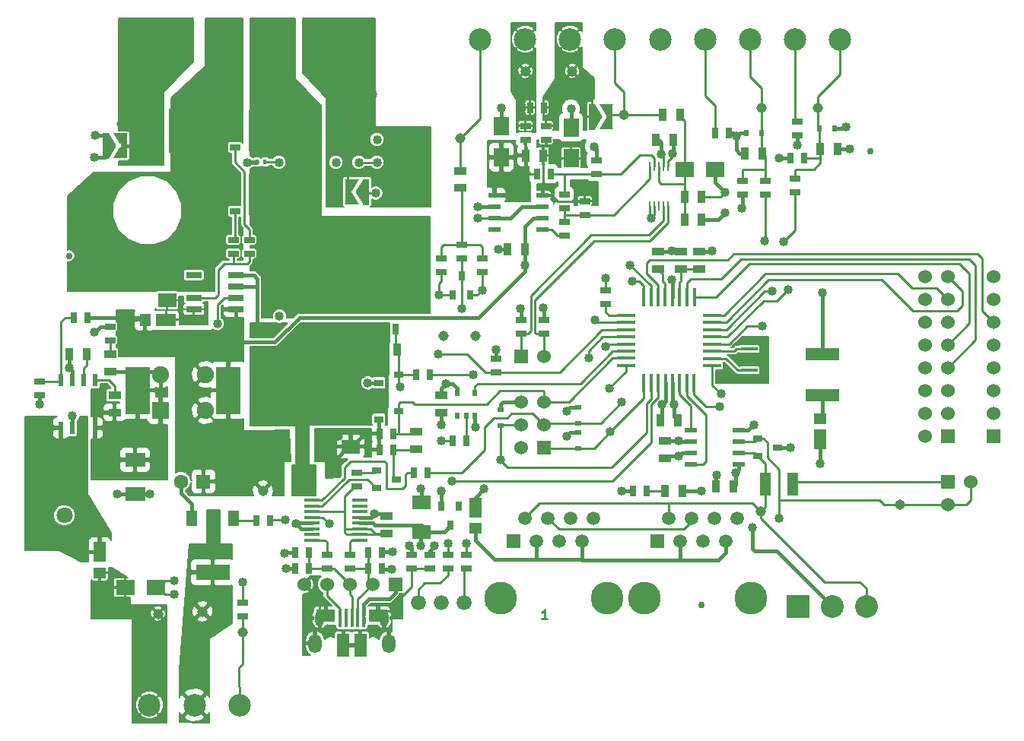
<source format=gtl>
G04 (created by PCBNEW (2013-07-07 BZR 4022)-stable) date 4/21/2018 10:45:42 AM*
%MOIN*%
G04 Gerber Fmt 3.4, Leading zero omitted, Abs format*
%FSLAX34Y34*%
G01*
G70*
G90*
G04 APERTURE LIST*
%ADD10C,0.00590551*%
%ADD11C,0.01*%
%ADD12R,0.1X0.1*%
%ADD13C,0.1*%
%ADD14R,0.045X0.025*%
%ADD15R,0.06X0.06*%
%ADD16C,0.06*%
%ADD17R,0.0748031X0.015748*%
%ADD18R,0.0512X0.0709*%
%ADD19R,0.1496X0.0709*%
%ADD20R,0.0394X0.0315*%
%ADD21R,0.055X0.035*%
%ADD22R,0.035X0.055*%
%ADD23R,0.025X0.045*%
%ADD24R,0.0551X0.0236*%
%ADD25R,0.0177X0.0787*%
%ADD26R,0.0787X0.0177*%
%ADD27R,0.0629921X0.0629921*%
%ADD28C,0.0629921*%
%ADD29R,0.065X0.016*%
%ADD30C,0.0984252*%
%ADD31C,0.011811*%
%ADD32R,0.0708661X0.0708661*%
%ADD33C,0.0708661*%
%ADD34R,0.188976X0.19685*%
%ADD35R,0.0551181X0.0551181*%
%ADD36R,0.0866X0.063*%
%ADD37C,0.0295*%
%ADD38R,0.0236X0.0551*%
%ADD39C,0.045*%
%ADD40R,0.0106X0.0394*%
%ADD41C,0.066*%
%ADD42R,0.0669X0.0827*%
%ADD43R,0.0827X0.0669*%
%ADD44R,0.05X0.1*%
%ADD45R,0.08X0.06*%
%ADD46R,0.065X0.12*%
%ADD47R,0.24X0.24*%
%ADD48R,0.0452756X0.0295276*%
%ADD49R,0.147638X0.179528*%
%ADD50C,0.1437*%
%ADD51R,0.0591X0.0591*%
%ADD52C,0.0591*%
%ADD53O,0.0393701X0.0669291*%
%ADD54C,0.0177165*%
%ADD55R,0.0157X0.0236*%
%ADD56R,0.0315X0.11*%
%ADD57R,0.025X0.113*%
%ADD58R,0.0236X0.0315*%
%ADD59R,0.0315X0.0236*%
%ADD60R,0.0551181X0.0905512*%
%ADD61R,0.0551181X0.0492126*%
%ADD62R,0.0905512X0.0551181*%
%ADD63R,0.0492126X0.0551181*%
%ADD64C,0.075*%
%ADD65R,0.075X0.075*%
%ADD66R,0.02X0.03*%
%ADD67R,0.0315X0.0394*%
%ADD68R,0.07X0.028*%
%ADD69R,0.110236X0.208661*%
%ADD70R,0.15X0.055*%
%ADD71R,0.0541339X0.0984252*%
%ADD72O,0.0590551X0.0826772*%
%ADD73R,0.0787402X0.0562992*%
%ADD74R,0.0787402X0.0574803*%
%ADD75R,0.015748X0.0787402*%
%ADD76C,0.04*%
%ADD77C,0.016*%
%ADD78C,0.008*%
%ADD79C,0.006*%
G04 APERTURE END LIST*
G54D10*
G54D11*
X53254Y-44621D02*
X53025Y-44621D01*
X53140Y-44621D02*
X53140Y-44221D01*
X53101Y-44279D01*
X53063Y-44317D01*
X53025Y-44336D01*
G54D12*
X64248Y-44094D03*
G54D13*
X65748Y-44094D03*
X67248Y-44094D03*
G54D14*
X55400Y-24500D03*
X55400Y-25100D03*
G54D15*
X46600Y-43100D03*
G54D16*
X45600Y-43100D03*
X44600Y-43100D03*
X43600Y-43100D03*
X42600Y-43100D03*
G54D17*
X62100Y-32787D03*
X62100Y-33260D03*
X62100Y-33732D03*
G54D18*
X39506Y-40219D03*
X38600Y-40219D03*
X37694Y-40219D03*
G54D19*
X38600Y-42581D03*
G54D20*
X63333Y-37100D03*
X62467Y-37475D03*
X62467Y-36725D03*
X46633Y-38500D03*
X45767Y-38875D03*
X45767Y-38125D03*
G54D21*
X46200Y-40125D03*
X46200Y-40875D03*
G54D22*
X61413Y-38833D03*
X60663Y-38833D03*
G54D21*
X47500Y-37175D03*
X47500Y-36425D03*
X59100Y-28525D03*
X59100Y-29275D03*
G54D22*
X58975Y-35910D03*
X58225Y-35910D03*
G54D15*
X53100Y-37100D03*
G54D16*
X52100Y-37100D03*
X53100Y-36100D03*
X52100Y-36100D03*
X53100Y-35100D03*
X52100Y-35100D03*
G54D23*
X42200Y-41700D03*
X42800Y-41700D03*
X46000Y-41700D03*
X45400Y-41700D03*
G54D24*
X61655Y-36350D03*
X59555Y-36350D03*
X61655Y-36850D03*
X61655Y-37350D03*
X61655Y-37850D03*
X59555Y-36850D03*
X59555Y-37350D03*
X59555Y-37850D03*
G54D25*
X59693Y-34296D03*
X59378Y-34296D03*
X59063Y-34296D03*
X58748Y-34296D03*
X58433Y-34296D03*
X58118Y-34296D03*
X57803Y-34296D03*
X57488Y-34296D03*
X57490Y-30530D03*
X59700Y-30530D03*
X59380Y-30530D03*
X59060Y-30530D03*
X58750Y-30530D03*
X58430Y-30530D03*
X58120Y-30530D03*
X57800Y-30530D03*
G54D26*
X56700Y-33512D03*
X56700Y-33198D03*
X56700Y-32882D03*
X56700Y-32568D03*
X56700Y-32252D03*
X56700Y-31938D03*
X56700Y-31622D03*
X56700Y-31308D03*
X60480Y-33510D03*
X60480Y-33200D03*
X60480Y-32880D03*
X60480Y-32570D03*
X60480Y-32260D03*
X60480Y-31940D03*
X60480Y-31620D03*
X60480Y-31300D03*
G54D21*
X34300Y-34825D03*
X34300Y-35575D03*
X59900Y-29275D03*
X59900Y-28525D03*
G54D22*
X52325Y-24300D03*
X53075Y-24300D03*
G54D27*
X38192Y-38600D03*
G54D28*
X37207Y-38600D03*
G54D29*
X42950Y-40175D03*
X42950Y-40425D03*
X42950Y-40675D03*
X42950Y-40925D03*
X45050Y-39425D03*
X42950Y-39425D03*
X42950Y-39675D03*
X42950Y-39925D03*
X45050Y-41175D03*
X45050Y-40925D03*
X45050Y-40675D03*
X45050Y-40425D03*
X45050Y-40175D03*
X45050Y-39925D03*
X42950Y-41175D03*
X45050Y-39675D03*
G54D23*
X46000Y-42400D03*
X45400Y-42400D03*
X42200Y-42400D03*
X42800Y-42400D03*
G54D22*
X42965Y-38220D03*
X43715Y-38220D03*
G54D30*
X35178Y-19300D03*
X37147Y-19300D03*
X39115Y-19300D03*
X41084Y-19300D03*
X45021Y-19300D03*
X43052Y-19300D03*
G54D31*
X62810Y-32780D03*
X42600Y-38700D03*
X44200Y-35200D03*
X40500Y-33300D03*
X42500Y-36600D03*
X40500Y-34700D03*
X41600Y-33900D03*
X40500Y-35900D03*
X44930Y-34250D03*
G54D22*
X60025Y-26100D03*
X59275Y-26100D03*
X33075Y-33000D03*
X32325Y-33000D03*
G54D32*
X32100Y-38115D03*
G54D33*
X32100Y-40084D03*
G54D34*
X37600Y-23200D03*
G54D35*
X36143Y-22786D03*
X36143Y-23613D03*
G54D34*
X44500Y-23200D03*
G54D35*
X43043Y-22786D03*
X43043Y-23613D03*
G54D36*
X35200Y-39148D03*
X35200Y-37652D03*
G54D14*
X44900Y-38800D03*
X44900Y-38200D03*
G54D23*
X45900Y-36500D03*
X46500Y-36500D03*
G54D14*
X44600Y-42400D03*
X44600Y-41800D03*
X43600Y-42400D03*
X43600Y-41800D03*
G54D23*
X57600Y-39000D03*
X57000Y-39000D03*
G54D14*
X52300Y-23000D03*
X52300Y-23600D03*
G54D23*
X45900Y-37200D03*
X46500Y-37200D03*
G54D14*
X49700Y-41800D03*
X49700Y-42400D03*
G54D23*
X32500Y-31400D03*
X33100Y-31400D03*
G54D14*
X31000Y-34200D03*
X31000Y-34800D03*
G54D23*
X47500Y-33900D03*
X48100Y-33900D03*
G54D14*
X39900Y-44500D03*
X39900Y-43900D03*
X39500Y-28000D03*
X39500Y-28600D03*
X40200Y-28000D03*
X40200Y-28600D03*
X51000Y-33200D03*
X51000Y-33800D03*
G54D23*
X48000Y-38200D03*
X47400Y-38200D03*
G54D31*
X43200Y-33900D03*
X41540Y-35320D03*
X43200Y-35300D03*
X44200Y-33300D03*
X42500Y-34700D03*
G54D37*
X60000Y-44000D03*
G54D38*
X33450Y-36250D03*
X33450Y-34150D03*
X32950Y-36250D03*
X32450Y-36250D03*
X31950Y-36250D03*
X32950Y-34150D03*
X32450Y-34150D03*
X31950Y-34150D03*
G54D22*
X58775Y-23600D03*
X58025Y-23600D03*
G54D14*
X53200Y-23000D03*
X53200Y-23600D03*
G54D39*
X40800Y-39000D03*
G54D24*
X53050Y-26050D03*
X50950Y-26050D03*
X53050Y-26550D03*
X53050Y-27050D03*
X53050Y-27550D03*
X50950Y-26550D03*
X50950Y-27050D03*
X50950Y-27550D03*
G54D40*
X57750Y-26525D03*
X57950Y-26525D03*
X58150Y-26525D03*
X58350Y-26525D03*
X58550Y-26525D03*
X58550Y-24775D03*
X58350Y-24775D03*
X58150Y-24775D03*
X57950Y-24775D03*
X57750Y-24775D03*
G54D14*
X54000Y-26000D03*
X54000Y-26600D03*
X54000Y-27800D03*
X54000Y-27200D03*
G54D22*
X58325Y-22500D03*
X59075Y-22500D03*
X60025Y-27100D03*
X59275Y-27100D03*
G54D14*
X48900Y-41800D03*
X48900Y-42400D03*
G54D41*
X49600Y-43900D03*
X48600Y-43900D03*
X47600Y-43900D03*
G54D22*
X52275Y-28400D03*
X51525Y-28400D03*
G54D15*
X70800Y-38600D03*
G54D16*
X70800Y-39600D03*
G54D42*
X51250Y-24381D03*
X51250Y-23019D03*
X54300Y-24431D03*
X54300Y-23069D03*
G54D43*
X34769Y-43250D03*
X36131Y-43250D03*
X59269Y-24900D03*
X60631Y-24900D03*
G54D44*
X64000Y-38700D03*
X62800Y-38700D03*
G54D21*
X58400Y-37575D03*
X58400Y-36825D03*
G54D22*
X41465Y-38220D03*
X42215Y-38220D03*
G54D45*
X44640Y-35770D03*
X44640Y-37070D03*
G54D46*
X41640Y-36920D03*
G54D47*
X42540Y-34420D03*
G54D46*
X43440Y-36920D03*
G54D48*
X39579Y-25250D03*
X39579Y-25750D03*
X39579Y-26250D03*
X39579Y-26750D03*
X41820Y-26750D03*
X41820Y-26250D03*
X41820Y-25750D03*
X41820Y-25250D03*
G54D49*
X40908Y-26000D03*
G54D48*
X39579Y-22450D03*
X39579Y-22950D03*
X39579Y-23450D03*
X39579Y-23950D03*
X41820Y-23950D03*
X41820Y-23450D03*
X41820Y-22950D03*
X41820Y-22450D03*
G54D49*
X40908Y-23200D03*
G54D14*
X48100Y-41800D03*
X48100Y-42400D03*
G54D50*
X62180Y-43700D03*
X57507Y-43700D03*
G54D51*
X58092Y-41200D03*
G54D52*
X58592Y-40200D03*
X59092Y-41200D03*
X59592Y-40200D03*
X60092Y-41200D03*
X60592Y-40200D03*
X61092Y-41200D03*
X61592Y-40200D03*
G54D50*
X55881Y-43700D03*
X51208Y-43700D03*
G54D51*
X51793Y-41200D03*
G54D52*
X52293Y-40200D03*
X52793Y-41200D03*
X53293Y-40200D03*
X53793Y-41200D03*
X54293Y-40200D03*
X54793Y-41200D03*
X55293Y-40200D03*
G54D14*
X52100Y-31500D03*
X52100Y-32100D03*
X53100Y-31500D03*
X53100Y-32100D03*
G54D15*
X52100Y-33100D03*
G54D16*
X53100Y-33100D03*
G54D53*
X46107Y-44600D03*
X43292Y-44600D03*
G54D54*
X44955Y-44292D03*
X44700Y-44796D03*
X44444Y-44292D03*
X44188Y-44796D03*
X45211Y-44796D03*
G54D55*
X40543Y-24590D03*
X40897Y-24590D03*
G54D16*
X70800Y-29600D03*
X70800Y-30600D03*
X70800Y-31600D03*
X70800Y-32600D03*
X70800Y-33600D03*
X70800Y-34600D03*
X70800Y-35600D03*
G54D15*
X70800Y-36600D03*
X72800Y-36600D03*
G54D16*
X72800Y-35600D03*
X72800Y-34600D03*
X72800Y-33600D03*
X72800Y-32600D03*
X72800Y-31600D03*
X72800Y-30600D03*
X72800Y-29600D03*
X69800Y-29600D03*
X69800Y-30600D03*
X69800Y-31600D03*
X69800Y-32600D03*
X69800Y-33600D03*
X69800Y-34600D03*
X69800Y-35600D03*
X69800Y-36600D03*
G54D20*
X46733Y-35500D03*
X45867Y-35875D03*
X45867Y-35125D03*
G54D45*
X47750Y-39500D03*
X47750Y-40800D03*
G54D21*
X58100Y-28525D03*
X58100Y-29275D03*
G54D20*
X46733Y-33900D03*
X45867Y-34275D03*
X45867Y-33525D03*
G54D22*
X46675Y-32800D03*
X45925Y-32800D03*
X59175Y-39000D03*
X58425Y-39000D03*
G54D10*
G36*
X55332Y-23165D02*
X55332Y-22035D01*
X55647Y-22535D01*
X55647Y-22665D01*
X55332Y-23165D01*
X55332Y-23165D01*
G37*
G54D56*
X55990Y-22600D03*
G54D57*
X55210Y-22600D03*
G54D10*
G36*
X55532Y-23150D02*
X55832Y-22650D01*
X55847Y-22650D01*
X56147Y-23150D01*
X55532Y-23150D01*
X55532Y-23150D01*
G37*
G36*
X56147Y-22050D02*
X55847Y-22550D01*
X55832Y-22550D01*
X55532Y-22050D01*
X56147Y-22050D01*
X56147Y-22050D01*
G37*
G36*
X34042Y-24445D02*
X34042Y-23315D01*
X34357Y-23815D01*
X34357Y-23945D01*
X34042Y-24445D01*
X34042Y-24445D01*
G37*
G54D56*
X34700Y-23880D03*
G54D57*
X33920Y-23880D03*
G54D10*
G36*
X34242Y-24430D02*
X34542Y-23930D01*
X34557Y-23930D01*
X34857Y-24430D01*
X34242Y-24430D01*
X34242Y-24430D01*
G37*
G36*
X34857Y-23330D02*
X34557Y-23830D01*
X34542Y-23830D01*
X34242Y-23330D01*
X34857Y-23330D01*
X34857Y-23330D01*
G37*
G54D58*
X65165Y-23100D03*
X65835Y-23100D03*
X62635Y-23300D03*
X61965Y-23300D03*
G54D59*
X54600Y-36035D03*
X54600Y-35365D03*
X51200Y-36135D03*
X51200Y-35465D03*
X54600Y-37135D03*
X54600Y-36465D03*
G54D60*
X33650Y-41697D03*
G54D61*
X33650Y-42612D03*
G54D62*
X36552Y-31500D03*
G54D63*
X35637Y-31500D03*
G54D45*
X36600Y-29350D03*
X36600Y-30650D03*
G54D21*
X48600Y-34825D03*
X48600Y-35575D03*
X34100Y-33025D03*
X34100Y-33775D03*
G54D22*
X62675Y-24200D03*
X61925Y-24200D03*
X65225Y-24000D03*
X65975Y-24000D03*
G54D14*
X61800Y-26000D03*
X61800Y-25400D03*
G54D23*
X52800Y-25100D03*
X53400Y-25100D03*
G54D14*
X34100Y-32400D03*
X34100Y-31800D03*
G54D23*
X41100Y-40300D03*
X40500Y-40300D03*
G54D14*
X54900Y-26300D03*
X54900Y-26900D03*
X55800Y-30200D03*
X55800Y-30800D03*
G54D23*
X63900Y-24400D03*
X64500Y-24400D03*
G54D14*
X49500Y-28800D03*
X49500Y-28200D03*
G54D23*
X49700Y-36800D03*
X49100Y-36800D03*
X60600Y-23300D03*
X61200Y-23300D03*
G54D14*
X62800Y-25400D03*
X62800Y-26000D03*
X64100Y-25300D03*
X64100Y-25900D03*
G54D23*
X46000Y-31900D03*
X46600Y-31900D03*
G54D14*
X64200Y-22800D03*
X64200Y-23400D03*
X47300Y-41800D03*
X47300Y-42400D03*
G54D64*
X38284Y-33913D03*
X38284Y-35487D03*
G54D65*
X36316Y-35487D03*
G54D64*
X36316Y-33913D03*
G54D31*
X62810Y-34070D03*
X61150Y-34090D03*
X61380Y-33170D03*
X61800Y-32450D03*
G54D39*
X49450Y-23550D03*
G54D66*
X49325Y-35700D03*
X50075Y-35700D03*
X49325Y-34700D03*
X49700Y-35700D03*
X50075Y-34700D03*
G54D67*
X49500Y-29567D03*
X49875Y-30433D03*
X49125Y-30433D03*
G54D21*
X49450Y-24975D03*
X49450Y-25725D03*
G54D14*
X48600Y-29400D03*
X48600Y-28800D03*
X50400Y-28800D03*
X50400Y-29400D03*
G54D68*
X39625Y-31050D03*
X39625Y-30550D03*
X39625Y-30050D03*
X39625Y-29550D03*
X37775Y-29550D03*
X37775Y-30050D03*
X37775Y-30550D03*
X37775Y-31050D03*
G54D69*
X35311Y-34600D03*
X39288Y-34600D03*
G54D39*
X39900Y-45200D03*
X38150Y-44300D03*
X56600Y-22500D03*
X54350Y-20600D03*
X52300Y-20600D03*
X36200Y-44400D03*
X48700Y-32200D03*
X47300Y-24300D03*
X47400Y-27600D03*
X33300Y-27000D03*
X34600Y-22900D03*
X50100Y-32200D03*
G54D37*
X67400Y-24100D03*
X32300Y-28700D03*
G54D23*
X53100Y-22200D03*
X52500Y-22200D03*
G54D10*
G36*
X45207Y-25335D02*
X45207Y-26465D01*
X44892Y-25965D01*
X44892Y-25835D01*
X45207Y-25335D01*
X45207Y-25335D01*
G37*
G54D56*
X44550Y-25900D03*
G54D57*
X45330Y-25900D03*
G54D10*
G36*
X45007Y-25350D02*
X44707Y-25850D01*
X44692Y-25850D01*
X44392Y-25350D01*
X45007Y-25350D01*
X45007Y-25350D01*
G37*
G36*
X44392Y-26450D02*
X44692Y-25950D01*
X44707Y-25950D01*
X45007Y-26450D01*
X44392Y-26450D01*
X44392Y-26450D01*
G37*
G54D60*
X65200Y-36752D03*
G54D61*
X65200Y-35837D03*
G54D60*
X50100Y-39747D03*
G54D61*
X50100Y-40662D03*
G54D70*
X65300Y-34800D03*
X65300Y-33000D03*
G54D39*
X65100Y-22200D03*
X62650Y-22200D03*
G54D67*
X49000Y-40533D03*
X48625Y-39667D03*
X49375Y-39667D03*
G54D30*
X39768Y-48400D03*
X35831Y-48400D03*
X37800Y-48400D03*
X66074Y-19200D03*
X64105Y-19200D03*
X62137Y-19200D03*
X60168Y-19200D03*
X58200Y-19200D03*
X56231Y-19200D03*
X54262Y-19200D03*
X50325Y-19200D03*
X52294Y-19200D03*
G54D15*
X70800Y-38600D03*
G54D16*
X71800Y-38600D03*
G54D39*
X68700Y-39600D03*
X62600Y-39900D03*
G54D71*
X44330Y-45778D03*
X45069Y-45778D03*
G54D72*
X43085Y-45700D03*
G54D73*
X45841Y-44487D03*
G54D74*
X43558Y-44487D03*
G54D75*
X44188Y-44597D03*
X44444Y-44597D03*
X44700Y-44597D03*
X44956Y-44597D03*
X45212Y-44597D03*
G54D72*
X46314Y-45700D03*
G54D76*
X44000Y-24600D03*
X45000Y-24600D03*
X45800Y-24600D03*
X45800Y-23600D03*
X50230Y-27050D03*
X50400Y-30200D03*
X58750Y-24200D03*
X48630Y-39030D03*
X58290Y-35230D03*
X55300Y-23900D03*
X63400Y-24400D03*
X61780Y-26600D03*
X48800Y-34300D03*
X45390Y-34280D03*
X59010Y-37480D03*
X44100Y-36600D03*
X60470Y-28480D03*
X61510Y-38230D03*
X52090Y-31000D03*
X53070Y-30980D03*
X45200Y-36550D03*
X44000Y-37600D03*
X51000Y-32800D03*
X63800Y-30170D03*
X63600Y-28070D03*
X44600Y-27800D03*
X44600Y-31000D03*
X41000Y-31000D03*
X41000Y-28200D03*
X42400Y-26800D03*
X42400Y-26000D03*
X42400Y-25200D03*
X42400Y-24000D03*
X42400Y-23200D03*
X42400Y-22400D03*
X42200Y-21600D03*
X41400Y-21600D03*
X40600Y-21600D03*
X62790Y-28040D03*
X63130Y-30250D03*
X34600Y-28600D03*
X38200Y-28600D03*
X37700Y-26600D03*
X39000Y-26800D03*
X39000Y-26000D03*
X39000Y-25200D03*
X39000Y-24000D03*
X39000Y-23200D03*
X39000Y-22400D03*
X39000Y-21600D03*
X38200Y-21600D03*
X37400Y-21600D03*
X63430Y-40220D03*
X65200Y-37800D03*
X62250Y-40600D03*
X60000Y-39000D03*
X55340Y-31520D03*
X55070Y-33180D03*
X55820Y-32670D03*
X48470Y-33000D03*
X41530Y-31350D03*
X41500Y-24600D03*
X56970Y-29800D03*
X50000Y-33900D03*
X56880Y-29110D03*
X41790Y-40280D03*
X49075Y-38575D03*
X38800Y-31680D03*
X56010Y-36420D03*
X49700Y-41300D03*
X55990Y-34500D03*
X48900Y-41300D03*
X60870Y-34760D03*
X60820Y-35320D03*
X47700Y-41400D03*
X45600Y-21600D03*
X44800Y-21600D03*
X44000Y-21600D03*
X35400Y-24400D03*
X35400Y-23200D03*
X35400Y-21800D03*
X34800Y-21000D03*
X36200Y-21000D03*
X48500Y-30400D03*
X54300Y-22250D03*
X61050Y-25900D03*
X55800Y-29670D03*
X36900Y-43550D03*
X36900Y-42950D03*
X58810Y-35230D03*
X51250Y-22200D03*
X63900Y-37100D03*
X66500Y-24000D03*
X66350Y-23050D03*
X64200Y-23850D03*
X50480Y-38920D03*
X41800Y-42400D03*
X40550Y-32070D03*
X33430Y-24370D03*
X33460Y-23420D03*
X61550Y-23450D03*
X50220Y-26550D03*
X33420Y-32060D03*
X47700Y-38900D03*
X47200Y-41400D03*
X54100Y-36600D03*
X54100Y-35500D03*
X50100Y-36200D03*
X48600Y-36100D03*
X31000Y-35200D03*
X46470Y-41690D03*
X35850Y-39150D03*
X34400Y-39150D03*
X62300Y-36100D03*
X60670Y-38330D03*
X59000Y-36830D03*
X42250Y-40450D03*
X46460Y-42460D03*
X45680Y-40030D03*
X32450Y-35720D03*
X51100Y-28400D03*
X40100Y-24600D03*
X57830Y-27050D03*
X61050Y-26800D03*
X58710Y-29750D03*
X58720Y-28490D03*
X32300Y-33600D03*
X41760Y-41740D03*
X48300Y-41400D03*
X56500Y-39000D03*
X58260Y-24260D03*
X39900Y-43000D03*
X46800Y-34450D03*
X49500Y-31000D03*
X48600Y-36800D03*
X51200Y-37660D03*
X43700Y-40450D03*
X62680Y-31780D03*
X56530Y-35120D03*
X45750Y-25950D03*
X52275Y-29100D03*
X65300Y-30300D03*
G54D11*
X45800Y-24600D02*
X45000Y-24600D01*
X50950Y-27050D02*
X50230Y-27050D01*
X50400Y-29400D02*
X50400Y-30200D01*
X50167Y-30433D02*
X50400Y-30200D01*
X50167Y-30433D02*
X49875Y-30433D01*
X58750Y-24200D02*
X58750Y-24360D01*
G54D77*
X58775Y-24175D02*
X58750Y-24200D01*
X58775Y-23600D02*
X58775Y-24175D01*
G54D11*
X58550Y-24560D02*
X58550Y-24775D01*
X58750Y-24360D02*
X58550Y-24560D01*
G54D77*
X48625Y-39667D02*
X48625Y-39035D01*
X48625Y-39035D02*
X48630Y-39030D01*
X58433Y-34296D02*
X58433Y-35087D01*
X58433Y-35087D02*
X58290Y-35230D01*
X55400Y-24500D02*
X55400Y-24000D01*
X55400Y-24000D02*
X55300Y-23900D01*
X63900Y-24400D02*
X63400Y-24400D01*
X52950Y-26550D02*
X52150Y-26550D01*
X51650Y-27050D02*
X50850Y-27050D01*
X52150Y-26550D02*
X51930Y-26770D01*
X51930Y-26770D02*
X51650Y-27050D01*
X61800Y-26000D02*
X61800Y-26580D01*
X61800Y-26580D02*
X61780Y-26600D01*
X49325Y-34700D02*
X49325Y-34525D01*
X48600Y-34500D02*
X48800Y-34300D01*
X48600Y-34500D02*
X48600Y-34825D01*
X49100Y-34300D02*
X48800Y-34300D01*
X49325Y-34525D02*
X49100Y-34300D01*
X45867Y-34275D02*
X45395Y-34275D01*
X45395Y-34275D02*
X45390Y-34280D01*
X61655Y-37850D02*
X61655Y-38084D01*
X59010Y-37480D02*
X58495Y-37480D01*
X59139Y-37350D02*
X59010Y-37480D01*
X59555Y-37350D02*
X59139Y-37350D01*
X58495Y-37480D02*
X58400Y-37575D01*
X43440Y-36920D02*
X43780Y-36920D01*
X43780Y-36920D02*
X44100Y-36600D01*
X59900Y-28525D02*
X60425Y-28525D01*
X60425Y-28525D02*
X60470Y-28480D01*
X61655Y-38084D02*
X61510Y-38230D01*
X52100Y-31500D02*
X52100Y-31010D01*
X52100Y-31010D02*
X52090Y-31000D01*
X58290Y-35230D02*
X58290Y-35845D01*
X53100Y-31500D02*
X53100Y-31010D01*
X53100Y-31010D02*
X53070Y-30980D01*
X61510Y-38230D02*
X61510Y-38736D01*
X61510Y-38736D02*
X61413Y-38833D01*
X44640Y-37070D02*
X44680Y-37070D01*
X44680Y-37070D02*
X45200Y-36550D01*
X44640Y-37070D02*
X44530Y-37070D01*
X44530Y-37070D02*
X44000Y-37600D01*
X51000Y-33200D02*
X51000Y-32800D01*
X45867Y-35875D02*
X45867Y-36467D01*
X45867Y-36467D02*
X45900Y-36500D01*
X58290Y-35845D02*
X58225Y-35910D01*
G54D11*
X46150Y-40925D02*
X46200Y-40875D01*
X45705Y-40875D02*
X46200Y-40875D01*
X45505Y-40675D02*
X45705Y-40875D01*
X45050Y-40925D02*
X46150Y-40925D01*
X45050Y-40675D02*
X44390Y-40675D01*
X44390Y-40675D02*
X44390Y-40670D01*
X44390Y-39920D02*
X44390Y-40670D01*
X44390Y-40670D02*
X44390Y-40850D01*
X44465Y-40925D02*
X44390Y-40850D01*
X45050Y-40925D02*
X44465Y-40925D01*
X45050Y-40675D02*
X45505Y-40675D01*
X42950Y-39925D02*
X44390Y-39925D01*
X44390Y-39925D02*
X44390Y-39920D01*
X44390Y-39240D02*
X44390Y-39920D01*
X44900Y-38800D02*
X44830Y-38800D01*
X44830Y-38800D02*
X44390Y-39240D01*
X60480Y-32260D02*
X61160Y-32260D01*
X63300Y-30670D02*
X63800Y-30170D01*
X62750Y-30670D02*
X63300Y-30670D01*
X61160Y-32260D02*
X62750Y-30670D01*
X64100Y-27570D02*
X64100Y-25900D01*
X63600Y-28070D02*
X64100Y-27570D01*
X41820Y-22450D02*
X41450Y-22450D01*
X44600Y-31000D02*
X44600Y-27800D01*
X41000Y-28200D02*
X41000Y-31000D01*
X42400Y-26000D02*
X42400Y-26800D01*
X42400Y-24000D02*
X42400Y-25200D01*
X42400Y-22400D02*
X42400Y-23200D01*
X41400Y-21600D02*
X42200Y-21600D01*
X41450Y-22450D02*
X40600Y-21600D01*
X62790Y-28040D02*
X62800Y-28030D01*
X62800Y-26000D02*
X62800Y-28030D01*
X60480Y-31940D02*
X61105Y-31940D01*
X62795Y-30250D02*
X63130Y-30250D01*
X61105Y-31940D02*
X62795Y-30250D01*
X39000Y-26000D02*
X37800Y-26000D01*
X38200Y-28600D02*
X34600Y-28600D01*
X37800Y-26000D02*
X37700Y-26600D01*
X37600Y-23200D02*
X37600Y-21800D01*
X39000Y-26000D02*
X39000Y-26800D01*
X39000Y-24000D02*
X39000Y-25200D01*
X39000Y-22400D02*
X39000Y-23200D01*
X38200Y-21600D02*
X39000Y-21600D01*
X37600Y-21800D02*
X37400Y-21600D01*
X68700Y-39600D02*
X68000Y-39600D01*
X68000Y-39600D02*
X67800Y-39400D01*
X67800Y-39400D02*
X63430Y-39400D01*
X68700Y-39600D02*
X70800Y-39600D01*
X71800Y-38600D02*
X71800Y-39400D01*
X71600Y-39600D02*
X70800Y-39600D01*
X71800Y-39400D02*
X71600Y-39600D01*
X63430Y-39400D02*
X63430Y-39500D01*
X63430Y-39500D02*
X63430Y-39580D01*
X63430Y-39580D02*
X63430Y-40220D01*
X63430Y-38080D02*
X63430Y-39400D01*
X62735Y-36725D02*
X62910Y-36900D01*
X62910Y-36900D02*
X62910Y-37560D01*
X62910Y-37560D02*
X63430Y-38080D01*
X62467Y-36725D02*
X62735Y-36725D01*
X61655Y-36850D02*
X62341Y-36850D01*
X62341Y-36850D02*
X62467Y-36725D01*
X62600Y-39900D02*
X62600Y-40200D01*
X65400Y-43000D02*
X66950Y-43000D01*
X62600Y-40200D02*
X65400Y-43000D01*
X58592Y-39550D02*
X62250Y-39550D01*
X62250Y-39550D02*
X62600Y-39900D01*
X62800Y-38700D02*
X62800Y-39700D01*
X62800Y-39700D02*
X62600Y-39900D01*
X67248Y-44094D02*
X67248Y-43298D01*
X67248Y-43298D02*
X66950Y-43000D01*
X61655Y-37350D02*
X62342Y-37350D01*
X58592Y-40200D02*
X58592Y-39550D01*
X52930Y-39550D02*
X58592Y-39550D01*
X52293Y-40200D02*
X52293Y-40186D01*
X52293Y-40186D02*
X52930Y-39550D01*
X62800Y-37808D02*
X62467Y-37475D01*
X62342Y-37350D02*
X62467Y-37475D01*
X62800Y-38700D02*
X62800Y-39640D01*
X62800Y-38700D02*
X62800Y-37808D01*
G54D77*
X52793Y-41200D02*
X52793Y-42030D01*
X54793Y-42030D02*
X52793Y-42030D01*
X52793Y-42030D02*
X50960Y-42030D01*
X50100Y-41170D02*
X50100Y-40662D01*
X50960Y-42030D02*
X50100Y-41170D01*
X59092Y-41200D02*
X59092Y-42040D01*
X59092Y-42040D02*
X59090Y-42040D01*
X54793Y-41200D02*
X54793Y-42030D01*
X54793Y-42030D02*
X54793Y-42040D01*
X54793Y-42040D02*
X54800Y-42040D01*
X61092Y-41200D02*
X61092Y-41707D01*
X60760Y-42040D02*
X59090Y-42040D01*
X59090Y-42040D02*
X54800Y-42040D01*
X61092Y-41707D02*
X60760Y-42040D01*
X65200Y-36752D02*
X65200Y-37800D01*
X65748Y-44094D02*
X65744Y-44094D01*
X65744Y-44094D02*
X63300Y-41650D01*
X62250Y-41550D02*
X62250Y-40600D01*
X62350Y-41650D02*
X62250Y-41550D01*
X63300Y-41650D02*
X62350Y-41650D01*
X59175Y-39000D02*
X60000Y-39000D01*
X65744Y-44094D02*
X65748Y-44094D01*
G54D11*
X53075Y-24300D02*
X53075Y-26025D01*
X53075Y-26025D02*
X53050Y-26050D01*
X53200Y-23600D02*
X53200Y-23875D01*
X53075Y-23875D02*
X53075Y-24300D01*
X53200Y-23875D02*
X53075Y-23875D01*
X53050Y-26050D02*
X53450Y-26050D01*
X53450Y-26050D02*
X53700Y-26300D01*
X53700Y-26300D02*
X54900Y-26300D01*
X52800Y-25100D02*
X52360Y-25100D01*
X52360Y-25100D02*
X52325Y-25065D01*
X50950Y-26050D02*
X52100Y-26050D01*
X52325Y-25825D02*
X52325Y-25065D01*
X52325Y-25065D02*
X52325Y-24300D01*
X52100Y-26050D02*
X52325Y-25825D01*
X52325Y-24300D02*
X52325Y-23625D01*
X52325Y-23625D02*
X52300Y-23600D01*
X55442Y-31622D02*
X56700Y-31622D01*
X55442Y-31622D02*
X55340Y-31520D01*
X55070Y-32870D02*
X55688Y-32252D01*
X55070Y-33180D02*
X55070Y-32870D01*
X55688Y-32252D02*
X56700Y-32252D01*
X56700Y-32252D02*
X55688Y-32252D01*
X55922Y-32568D02*
X55820Y-32670D01*
X55922Y-32568D02*
X56700Y-32568D01*
X61740Y-28850D02*
X71750Y-28850D01*
X72010Y-32390D02*
X70800Y-33600D01*
X72010Y-29110D02*
X72010Y-32390D01*
X71750Y-28850D02*
X72010Y-29110D01*
X61740Y-28850D02*
X61700Y-28890D01*
X61700Y-28890D02*
X61700Y-28900D01*
X61700Y-28900D02*
X61700Y-28890D01*
X59380Y-30530D02*
X59380Y-29880D01*
X60890Y-29700D02*
X61700Y-28890D01*
X61700Y-28890D02*
X61740Y-28850D01*
X59560Y-29700D02*
X60890Y-29700D01*
X59380Y-29880D02*
X59560Y-29700D01*
X62120Y-29050D02*
X71310Y-29050D01*
X59700Y-30530D02*
X60640Y-30530D01*
X71750Y-31650D02*
X70800Y-32600D01*
X71750Y-29490D02*
X71750Y-31650D01*
X71310Y-29050D02*
X71750Y-29490D01*
X60640Y-30530D02*
X62120Y-29050D01*
X72100Y-28600D02*
X61440Y-28600D01*
X61420Y-28620D02*
X61440Y-28600D01*
X57760Y-28870D02*
X61170Y-28870D01*
X57620Y-29010D02*
X57760Y-28870D01*
X57620Y-29490D02*
X57620Y-29010D01*
X61170Y-28870D02*
X61420Y-28620D01*
X58120Y-29990D02*
X57620Y-29490D01*
X58120Y-29990D02*
X58120Y-30530D01*
X72320Y-31120D02*
X72800Y-31600D01*
X72100Y-28600D02*
X72320Y-28820D01*
X72320Y-28820D02*
X72320Y-31120D01*
X72120Y-28620D02*
X72100Y-28600D01*
X62830Y-29480D02*
X68610Y-29480D01*
X70330Y-30130D02*
X70320Y-30120D01*
X70800Y-30600D02*
X70320Y-30120D01*
X69260Y-30130D02*
X70330Y-30130D01*
X61010Y-31300D02*
X62830Y-29480D01*
X68610Y-29480D02*
X69260Y-30130D01*
X61010Y-31300D02*
X60480Y-31300D01*
X67900Y-29760D02*
X62960Y-29760D01*
X70800Y-29600D02*
X71460Y-30260D01*
X71460Y-30870D02*
X71460Y-30260D01*
X71200Y-31130D02*
X71460Y-30870D01*
X69270Y-31130D02*
X71200Y-31130D01*
X61100Y-31620D02*
X62960Y-29760D01*
X67900Y-29760D02*
X69270Y-31130D01*
X61100Y-31620D02*
X60480Y-31620D01*
X48470Y-33000D02*
X49750Y-33000D01*
X49750Y-33000D02*
X50550Y-33800D01*
X51000Y-33800D02*
X50550Y-33800D01*
X40897Y-24590D02*
X41490Y-24590D01*
X41490Y-24590D02*
X41500Y-24600D01*
X56700Y-31938D02*
X55662Y-31938D01*
X53800Y-33800D02*
X51000Y-33800D01*
X55662Y-31938D02*
X53800Y-33800D01*
X57490Y-30530D02*
X57490Y-30020D01*
X57270Y-29800D02*
X56970Y-29800D01*
X57490Y-30020D02*
X57270Y-29800D01*
X50000Y-33900D02*
X48100Y-33900D01*
X41790Y-40280D02*
X41120Y-40280D01*
X41120Y-40280D02*
X41100Y-40300D01*
X57800Y-30020D02*
X56890Y-29110D01*
X56890Y-29110D02*
X56880Y-29110D01*
X57800Y-30530D02*
X57800Y-30020D01*
X56120Y-38580D02*
X49080Y-38580D01*
X49080Y-38580D02*
X49075Y-38575D01*
X58118Y-34296D02*
X58118Y-34932D01*
X57820Y-36880D02*
X57150Y-37550D01*
X57820Y-35230D02*
X57820Y-36880D01*
X58118Y-34932D02*
X57820Y-35230D01*
X39625Y-30550D02*
X39110Y-30550D01*
X39110Y-30550D02*
X38800Y-30860D01*
X38800Y-30860D02*
X38800Y-31680D01*
X57150Y-37550D02*
X56120Y-38580D01*
X39500Y-28600D02*
X39500Y-29050D01*
X39500Y-29050D02*
X39450Y-29050D01*
X37775Y-30550D02*
X38700Y-30550D01*
X40200Y-28950D02*
X40200Y-28600D01*
X40100Y-29050D02*
X40200Y-28950D01*
X39100Y-29050D02*
X39450Y-29050D01*
X39450Y-29050D02*
X40100Y-29050D01*
X38850Y-29300D02*
X39100Y-29050D01*
X38850Y-30400D02*
X38850Y-29300D01*
X38700Y-30550D02*
X38850Y-30400D01*
X39579Y-26750D02*
X39579Y-27920D01*
X39579Y-27920D02*
X39500Y-28000D01*
X39579Y-24589D02*
X39579Y-23950D01*
X39990Y-25000D02*
X39579Y-24589D01*
X39990Y-27330D02*
X39990Y-25000D01*
X40200Y-27540D02*
X39990Y-27330D01*
X40200Y-28000D02*
X40200Y-27540D01*
X54600Y-37135D02*
X53135Y-37135D01*
X53135Y-37135D02*
X53100Y-37100D01*
X54600Y-37135D02*
X55315Y-37135D01*
X55315Y-37135D02*
X57488Y-34962D01*
X56010Y-36420D02*
X56020Y-36430D01*
X57488Y-34962D02*
X56020Y-36430D01*
X57488Y-34296D02*
X57488Y-34962D01*
X49700Y-41800D02*
X49700Y-41300D01*
X56700Y-33512D02*
X56700Y-33780D01*
X55990Y-34490D02*
X55990Y-34500D01*
X56700Y-33780D02*
X55990Y-34490D01*
X48900Y-41300D02*
X48900Y-41800D01*
X57740Y-28050D02*
X55315Y-28050D01*
X52715Y-30649D02*
X52720Y-30649D01*
X55315Y-28050D02*
X52715Y-30649D01*
X52720Y-32060D02*
X52720Y-30649D01*
X52760Y-32100D02*
X53100Y-32100D01*
X52720Y-32060D02*
X52760Y-32100D01*
X52720Y-30649D02*
X52720Y-30649D01*
X58550Y-26525D02*
X58550Y-27240D01*
X58550Y-27240D02*
X57740Y-28050D01*
X60480Y-33510D02*
X60480Y-34370D01*
X60480Y-34370D02*
X60870Y-34760D01*
X53100Y-33100D02*
X53100Y-32100D01*
X57700Y-27790D02*
X55190Y-27790D01*
X58350Y-27140D02*
X57700Y-27790D01*
X58350Y-26525D02*
X58350Y-27140D01*
X52535Y-30445D02*
X52535Y-31985D01*
X52535Y-31985D02*
X52420Y-32100D01*
X52420Y-32100D02*
X52100Y-32100D01*
X55190Y-27790D02*
X52535Y-30445D01*
X59693Y-34783D02*
X60230Y-35320D01*
X60230Y-35320D02*
X60820Y-35320D01*
X59693Y-34296D02*
X59693Y-34783D01*
X52100Y-32100D02*
X52100Y-33100D01*
X56700Y-32882D02*
X56118Y-32882D01*
X54700Y-34300D02*
X50200Y-34300D01*
X56118Y-32882D02*
X54700Y-34300D01*
X50075Y-34425D02*
X50075Y-34700D01*
X50200Y-34300D02*
X50075Y-34425D01*
X43292Y-44360D02*
X43292Y-43792D01*
X43292Y-43792D02*
X42600Y-43100D01*
X43745Y-44487D02*
X43395Y-44487D01*
X43395Y-44487D02*
X43292Y-44360D01*
X47300Y-42400D02*
X47300Y-43230D01*
X46840Y-44097D02*
X46107Y-44360D01*
X46840Y-43690D02*
X46840Y-44097D01*
X47300Y-43230D02*
X46840Y-43690D01*
X47400Y-42400D02*
X47300Y-42400D01*
X48100Y-42400D02*
X47400Y-42400D01*
G54D77*
X45211Y-44786D02*
X45211Y-44597D01*
X45211Y-44597D02*
X45212Y-44597D01*
X47700Y-40650D02*
X47700Y-41400D01*
X45212Y-44218D02*
X45212Y-43998D01*
X46600Y-43490D02*
X46600Y-43100D01*
X46340Y-43750D02*
X46600Y-43490D01*
X45460Y-43750D02*
X46340Y-43750D01*
X45212Y-43998D02*
X45460Y-43750D01*
X45211Y-44406D02*
X45211Y-44218D01*
X45211Y-44218D02*
X45212Y-44218D01*
X47750Y-40800D02*
X48733Y-40800D01*
X48733Y-40800D02*
X49000Y-40533D01*
X47725Y-40500D02*
X47750Y-40800D01*
X45700Y-40500D02*
X47725Y-40500D01*
X47725Y-40500D02*
X47750Y-40525D01*
X45050Y-40425D02*
X45625Y-40425D01*
X45625Y-40425D02*
X45700Y-40500D01*
X48998Y-40600D02*
X49000Y-40598D01*
X65300Y-34800D02*
X65300Y-35737D01*
X65300Y-35737D02*
X65200Y-35837D01*
X36316Y-33913D02*
X36316Y-35487D01*
X34100Y-33775D02*
X36178Y-33775D01*
X36178Y-33775D02*
X36316Y-33913D01*
G54D11*
X56700Y-33198D02*
X56112Y-33198D01*
X54210Y-35100D02*
X53100Y-35100D01*
X56112Y-33198D02*
X54210Y-35100D01*
X50600Y-35200D02*
X47460Y-35200D01*
X47460Y-35200D02*
X47360Y-35100D01*
X46733Y-35500D02*
X46733Y-35167D01*
X46733Y-35167D02*
X46800Y-35100D01*
X46800Y-35100D02*
X47360Y-35100D01*
X50600Y-35200D02*
X51180Y-34620D01*
X53100Y-35100D02*
X53100Y-34650D01*
X53100Y-34650D02*
X53070Y-34620D01*
X53070Y-34620D02*
X51180Y-34620D01*
X46733Y-35500D02*
X46733Y-36500D01*
X46733Y-36500D02*
X46730Y-36500D01*
X46500Y-36500D02*
X46730Y-36500D01*
X46730Y-36500D02*
X47425Y-36500D01*
X47425Y-36500D02*
X47500Y-36425D01*
X44500Y-25900D02*
X44500Y-23200D01*
X44500Y-23200D02*
X44500Y-22100D01*
X44800Y-21600D02*
X45600Y-21600D01*
X44500Y-22100D02*
X44000Y-21600D01*
G54D77*
X34700Y-23880D02*
X35876Y-23880D01*
X35876Y-23880D02*
X36143Y-23613D01*
X36143Y-22786D02*
X36143Y-21056D01*
X35400Y-23200D02*
X35400Y-24400D01*
X35400Y-21600D02*
X35400Y-21800D01*
X34800Y-21000D02*
X35400Y-21600D01*
X36143Y-21056D02*
X36200Y-21000D01*
X39625Y-29550D02*
X40400Y-29550D01*
X40400Y-29550D02*
X40550Y-29700D01*
X40550Y-29700D02*
X40550Y-30050D01*
G54D11*
X48500Y-30400D02*
X48500Y-29925D01*
X48500Y-29925D02*
X48600Y-29825D01*
X44188Y-44597D02*
X44188Y-44198D01*
X43600Y-43610D02*
X43600Y-43100D01*
X44188Y-44198D02*
X43600Y-43610D01*
X44188Y-44786D02*
X44188Y-44597D01*
X44188Y-44597D02*
X44188Y-44597D01*
X44188Y-44597D02*
X44188Y-44597D01*
X54300Y-23069D02*
X54300Y-22250D01*
G54D77*
X54300Y-23069D02*
X54300Y-22250D01*
G54D11*
X60025Y-26100D02*
X60850Y-26100D01*
G54D77*
X60631Y-25481D02*
X61050Y-25900D01*
X60631Y-25481D02*
X60631Y-24900D01*
G54D11*
X60850Y-26100D02*
X61050Y-25900D01*
X55800Y-30200D02*
X55800Y-29670D01*
X48500Y-30400D02*
X49092Y-30400D01*
X48600Y-29400D02*
X48600Y-29825D01*
X49092Y-30400D02*
X49125Y-30433D01*
X36131Y-43250D02*
X36200Y-43250D01*
X36200Y-43250D02*
X36500Y-43550D01*
X36500Y-43550D02*
X36900Y-43550D01*
X36500Y-42950D02*
X36900Y-42950D01*
X36200Y-43250D02*
X36500Y-42950D01*
G54D77*
X58748Y-34296D02*
X58748Y-35168D01*
X58748Y-35168D02*
X58810Y-35230D01*
X58748Y-35168D02*
X58810Y-35230D01*
X58810Y-35230D02*
X58810Y-35745D01*
X58810Y-35745D02*
X58975Y-35910D01*
X51250Y-23019D02*
X51250Y-22200D01*
X63333Y-37100D02*
X63900Y-37100D01*
X65975Y-24000D02*
X66500Y-24000D01*
X65835Y-23100D02*
X66300Y-23100D01*
X66300Y-23100D02*
X66350Y-23050D01*
X64200Y-23400D02*
X64200Y-23850D01*
X50100Y-39747D02*
X50100Y-39300D01*
X50100Y-39300D02*
X50480Y-38920D01*
X37207Y-38600D02*
X37207Y-39107D01*
X37694Y-39594D02*
X37694Y-40219D01*
X37207Y-39107D02*
X37694Y-39594D01*
X41800Y-42400D02*
X42200Y-42400D01*
X34200Y-23880D02*
X33920Y-23880D01*
X40543Y-24590D02*
X40110Y-24590D01*
X40110Y-24590D02*
X40100Y-24600D01*
X39625Y-30050D02*
X40550Y-30050D01*
X40550Y-30050D02*
X40550Y-32070D01*
X33920Y-23880D02*
X33920Y-24340D01*
X33890Y-24370D02*
X33430Y-24370D01*
X33920Y-24340D02*
X33890Y-24370D01*
X33920Y-23880D02*
X33920Y-23530D01*
X33810Y-23420D02*
X33460Y-23420D01*
X33920Y-23530D02*
X33810Y-23420D01*
X61965Y-23300D02*
X61700Y-23300D01*
X61700Y-23300D02*
X61550Y-23450D01*
X61925Y-24200D02*
X61690Y-24200D01*
X61400Y-23300D02*
X61550Y-23450D01*
X61400Y-23300D02*
X61200Y-23300D01*
X61550Y-24060D02*
X61550Y-23450D01*
X61690Y-24200D02*
X61550Y-24060D01*
X50850Y-26550D02*
X50220Y-26550D01*
X34100Y-31800D02*
X33680Y-31800D01*
X33680Y-31800D02*
X33420Y-32060D01*
X47750Y-39500D02*
X47750Y-38950D01*
X47750Y-38950D02*
X47700Y-38900D01*
X47300Y-41800D02*
X47300Y-41500D01*
X47300Y-41500D02*
X47200Y-41400D01*
X54600Y-36465D02*
X54235Y-36465D01*
X54235Y-36465D02*
X54100Y-36600D01*
X54600Y-35365D02*
X54235Y-35365D01*
X54235Y-35365D02*
X54100Y-35500D01*
X52100Y-35100D02*
X51300Y-35100D01*
X51200Y-35200D02*
X51200Y-35465D01*
X51300Y-35100D02*
X51200Y-35200D01*
X50075Y-35700D02*
X50075Y-36175D01*
X50075Y-36175D02*
X50100Y-36200D01*
X48600Y-35575D02*
X48600Y-36100D01*
X31000Y-34800D02*
X31000Y-35200D01*
X46470Y-41690D02*
X46010Y-41690D01*
X46010Y-41690D02*
X46000Y-41700D01*
X35200Y-39148D02*
X35848Y-39148D01*
X35848Y-39148D02*
X35850Y-39150D01*
X35200Y-39148D02*
X34402Y-39148D01*
X34402Y-39148D02*
X34400Y-39150D01*
X61655Y-36350D02*
X62049Y-36350D01*
X62049Y-36350D02*
X62300Y-36100D01*
X60663Y-38833D02*
X60663Y-38336D01*
X60663Y-38336D02*
X60670Y-38330D01*
X59000Y-36830D02*
X58405Y-36830D01*
X59020Y-36850D02*
X59000Y-36830D01*
X59555Y-36850D02*
X59020Y-36850D01*
X58405Y-36830D02*
X58400Y-36825D01*
X42950Y-40675D02*
X42475Y-40675D01*
X42275Y-40425D02*
X42250Y-40450D01*
X42275Y-40425D02*
X42950Y-40425D01*
X42475Y-40675D02*
X42250Y-40450D01*
X46460Y-42460D02*
X46060Y-42460D01*
X46060Y-42460D02*
X46000Y-42400D01*
X45535Y-40175D02*
X45680Y-40030D01*
X32450Y-34150D02*
X32450Y-33750D01*
X32450Y-36250D02*
X32450Y-35720D01*
X51525Y-28400D02*
X51100Y-28400D01*
X40500Y-24600D02*
X40100Y-24600D01*
G54D11*
X57750Y-26525D02*
X57750Y-26970D01*
X57750Y-26970D02*
X57830Y-27050D01*
G54D77*
X57750Y-26970D02*
X57830Y-27050D01*
G54D11*
X57950Y-26525D02*
X57950Y-26930D01*
X57950Y-26930D02*
X57830Y-27050D01*
G54D77*
X45680Y-40030D02*
X46105Y-40030D01*
X45050Y-40175D02*
X45535Y-40175D01*
X46105Y-40030D02*
X46200Y-40125D01*
X60025Y-27100D02*
X60750Y-27100D01*
X60750Y-27100D02*
X61050Y-26800D01*
G54D11*
X58350Y-24775D02*
X58350Y-24350D01*
G54D77*
X58260Y-23735D02*
X58175Y-23650D01*
X58750Y-30530D02*
X58750Y-29790D01*
X58750Y-29790D02*
X58710Y-29750D01*
X59100Y-28525D02*
X58755Y-28525D01*
X58695Y-28515D02*
X58720Y-28490D01*
X58695Y-28515D02*
X58290Y-28515D01*
X58755Y-28525D02*
X58720Y-28490D01*
X32450Y-33750D02*
X32300Y-33600D01*
X32325Y-33575D02*
X32300Y-33600D01*
X42200Y-41700D02*
X41800Y-41700D01*
X41800Y-41700D02*
X41760Y-41740D01*
X32325Y-33000D02*
X32325Y-33575D01*
X48100Y-41800D02*
X48100Y-41660D01*
X48100Y-41660D02*
X48300Y-41400D01*
X57000Y-39000D02*
X56500Y-39000D01*
X58260Y-24260D02*
X58260Y-23735D01*
G54D11*
X58350Y-24350D02*
X58260Y-24260D01*
X55200Y-21500D02*
X55200Y-22590D01*
X55200Y-22590D02*
X55210Y-22600D01*
X55490Y-22600D02*
X55210Y-22600D01*
X39768Y-48400D02*
X39763Y-46736D01*
X39900Y-46600D02*
X39900Y-45200D01*
X39763Y-46736D02*
X39900Y-46600D01*
X39900Y-44500D02*
X39900Y-45200D01*
X38600Y-42581D02*
X38600Y-42630D01*
X38600Y-40219D02*
X38600Y-42581D01*
X46600Y-31900D02*
X46600Y-32725D01*
X46600Y-32725D02*
X46675Y-32800D01*
X39900Y-43900D02*
X39900Y-43000D01*
X46733Y-33900D02*
X47500Y-33900D01*
X46733Y-34383D02*
X46733Y-33900D01*
X46800Y-34450D02*
X46733Y-34383D01*
X46733Y-33900D02*
X46733Y-32858D01*
X46733Y-32858D02*
X46675Y-32800D01*
X44444Y-44282D02*
X44444Y-44367D01*
X44444Y-44367D02*
X44444Y-44367D01*
X70800Y-38600D02*
X64100Y-38600D01*
X64100Y-38600D02*
X64000Y-38700D01*
X60480Y-33200D02*
X61080Y-33200D01*
X61612Y-33732D02*
X62100Y-33732D01*
X61080Y-33200D02*
X61612Y-33732D01*
X59378Y-34296D02*
X59378Y-34838D01*
X60079Y-37850D02*
X59555Y-37850D01*
X60230Y-37700D02*
X60079Y-37850D01*
X60230Y-35690D02*
X60230Y-37700D01*
X59378Y-34838D02*
X60230Y-35690D01*
X59063Y-34296D02*
X59063Y-34793D01*
X59063Y-34793D02*
X59555Y-35285D01*
X59555Y-35285D02*
X59555Y-36350D01*
X54000Y-27800D02*
X53710Y-27800D01*
X53710Y-27800D02*
X53460Y-27550D01*
X53050Y-27550D02*
X53460Y-27550D01*
X33450Y-34150D02*
X34050Y-34150D01*
X34050Y-34150D02*
X34300Y-34400D01*
X34300Y-34400D02*
X34300Y-34825D01*
X59592Y-40200D02*
X59592Y-40347D01*
X53782Y-40690D02*
X53293Y-40200D01*
X59250Y-40690D02*
X53782Y-40690D01*
X59592Y-40347D02*
X59250Y-40690D01*
X47600Y-43900D02*
X47600Y-43350D01*
X47890Y-43060D02*
X48540Y-43060D01*
X47600Y-43350D02*
X47890Y-43060D01*
X48900Y-42400D02*
X48900Y-42700D01*
X48900Y-42700D02*
X48540Y-43060D01*
X60168Y-19200D02*
X60168Y-21668D01*
X60600Y-22100D02*
X60600Y-23300D01*
X60168Y-21668D02*
X60600Y-22100D01*
X64105Y-19200D02*
X64105Y-22705D01*
X64105Y-22705D02*
X64200Y-22800D01*
X60480Y-32880D02*
X61460Y-32880D01*
X61552Y-32787D02*
X62100Y-32787D01*
X61460Y-32880D02*
X61552Y-32787D01*
X49600Y-44000D02*
X49600Y-42500D01*
X49600Y-42500D02*
X49700Y-42400D01*
X59075Y-22500D02*
X59075Y-22595D01*
X59269Y-22789D02*
X59269Y-24900D01*
X59075Y-22595D02*
X59269Y-22789D01*
X58150Y-24775D02*
X58150Y-25440D01*
X58260Y-25550D02*
X59275Y-25550D01*
X58150Y-25440D02*
X58260Y-25550D01*
X59275Y-26200D02*
X59275Y-26500D01*
X59275Y-26500D02*
X59275Y-27100D01*
X59275Y-26200D02*
X59275Y-25550D01*
X59275Y-25550D02*
X59275Y-24906D01*
X59275Y-24906D02*
X59269Y-24900D01*
X49700Y-35700D02*
X49700Y-36700D01*
X49100Y-36800D02*
X48600Y-36800D01*
X49500Y-31000D02*
X49500Y-29567D01*
X49500Y-29567D02*
X49500Y-28800D01*
X49500Y-28200D02*
X49500Y-25775D01*
X49500Y-25775D02*
X49450Y-25725D01*
X49500Y-28200D02*
X50300Y-28200D01*
X50300Y-28200D02*
X50400Y-28300D01*
X50400Y-28800D02*
X50400Y-28300D01*
X48600Y-28800D02*
X48600Y-28300D01*
X48700Y-28200D02*
X49500Y-28200D01*
X48600Y-28300D02*
X48700Y-28200D01*
X57600Y-39000D02*
X58425Y-39000D01*
X34100Y-33025D02*
X34100Y-32400D01*
X56700Y-31308D02*
X55948Y-31308D01*
X55800Y-31160D02*
X55800Y-30800D01*
X55948Y-31308D02*
X55800Y-31160D01*
X57803Y-34296D02*
X57803Y-34992D01*
X57600Y-36460D02*
X56080Y-37980D01*
X57600Y-35195D02*
X57600Y-36460D01*
X57803Y-34992D02*
X57600Y-35195D01*
X51200Y-36135D02*
X51200Y-37660D01*
X51200Y-37660D02*
X51200Y-37680D01*
X56080Y-37980D02*
X51500Y-37980D01*
X51200Y-37680D02*
X51500Y-37980D01*
X52100Y-36100D02*
X51235Y-36100D01*
X51235Y-36100D02*
X51200Y-36135D01*
X43425Y-40175D02*
X42950Y-40175D01*
X43425Y-40175D02*
X43700Y-40450D01*
X40500Y-40300D02*
X39587Y-40300D01*
X39587Y-40300D02*
X39506Y-40219D01*
X31950Y-34150D02*
X31950Y-31590D01*
X32140Y-31400D02*
X32500Y-31400D01*
X31950Y-31590D02*
X32140Y-31400D01*
X31000Y-34200D02*
X31900Y-34200D01*
X31900Y-34200D02*
X31950Y-34150D01*
X57950Y-24775D02*
X57950Y-24400D01*
X56480Y-25100D02*
X55400Y-25100D01*
X57310Y-24270D02*
X56480Y-25100D01*
X57820Y-24270D02*
X57310Y-24270D01*
X57950Y-24400D02*
X57820Y-24270D01*
X54000Y-25100D02*
X55400Y-25100D01*
X54000Y-26000D02*
X54000Y-25100D01*
X54000Y-25100D02*
X53400Y-25100D01*
X57750Y-24775D02*
X57750Y-25330D01*
X56180Y-26900D02*
X54900Y-26900D01*
X57750Y-25330D02*
X56180Y-26900D01*
X54900Y-26900D02*
X54000Y-26900D01*
X54000Y-26600D02*
X54000Y-26900D01*
X54000Y-26900D02*
X54000Y-27200D01*
X33075Y-33000D02*
X33075Y-33505D01*
X33075Y-33505D02*
X32950Y-33630D01*
X32950Y-33630D02*
X32950Y-34150D01*
X48000Y-38200D02*
X49500Y-38200D01*
X49500Y-38200D02*
X50500Y-37200D01*
X50500Y-37200D02*
X50500Y-36200D01*
X52620Y-35620D02*
X51680Y-35620D01*
X50900Y-35800D02*
X50500Y-36200D01*
X51500Y-35800D02*
X50900Y-35800D01*
X51680Y-35620D02*
X51500Y-35800D01*
X52620Y-35620D02*
X53100Y-36100D01*
X61240Y-32570D02*
X62030Y-31780D01*
X62030Y-31780D02*
X62680Y-31780D01*
X60480Y-32570D02*
X61240Y-32570D01*
X55615Y-36035D02*
X54600Y-36035D01*
X56530Y-35120D02*
X55615Y-36035D01*
X54600Y-36035D02*
X53165Y-36035D01*
X53165Y-36035D02*
X53100Y-36100D01*
X44955Y-44282D02*
X44955Y-44367D01*
X44955Y-44367D02*
X44956Y-44367D01*
X44956Y-44218D02*
X44956Y-44143D01*
X44956Y-44143D02*
X44955Y-44142D01*
X44955Y-44142D02*
X44955Y-43744D01*
X44955Y-43744D02*
X45600Y-43100D01*
X45400Y-42400D02*
X45400Y-42900D01*
X45400Y-42900D02*
X45600Y-43100D01*
X44600Y-42400D02*
X45400Y-42400D01*
X45400Y-41700D02*
X45400Y-42400D01*
X44700Y-44786D02*
X44700Y-44597D01*
X44700Y-44406D02*
X44700Y-44218D01*
X44700Y-44218D02*
X44700Y-43650D01*
X44600Y-43550D02*
X44600Y-43100D01*
X44700Y-43650D02*
X44600Y-43550D01*
X43600Y-42400D02*
X43900Y-42400D01*
X43900Y-42400D02*
X44600Y-43100D01*
X43600Y-42400D02*
X42800Y-42400D01*
X42800Y-41700D02*
X42800Y-42400D01*
X58430Y-30530D02*
X58430Y-29930D01*
X58300Y-29475D02*
X58100Y-29275D01*
X58300Y-29800D02*
X58300Y-29475D01*
X58430Y-29930D02*
X58300Y-29800D01*
X44900Y-38200D02*
X45692Y-38200D01*
X45692Y-38200D02*
X45767Y-38125D01*
X45392Y-38500D02*
X45767Y-38875D01*
X44570Y-38500D02*
X45392Y-38500D01*
X43395Y-39675D02*
X44570Y-38500D01*
X42950Y-39675D02*
X43395Y-39675D01*
X44600Y-41800D02*
X44600Y-41250D01*
X44675Y-41175D02*
X45050Y-41175D01*
X44600Y-41250D02*
X44675Y-41175D01*
X42950Y-41175D02*
X43515Y-41175D01*
X43600Y-41260D02*
X43600Y-41800D01*
X43515Y-41175D02*
X43600Y-41260D01*
X42950Y-39425D02*
X43390Y-39425D01*
X43390Y-39425D02*
X44380Y-38435D01*
X44380Y-38435D02*
X44380Y-37980D01*
X44380Y-37980D02*
X44660Y-37700D01*
X44660Y-37700D02*
X46120Y-37700D01*
X46120Y-37700D02*
X46210Y-37790D01*
X46210Y-37790D02*
X46210Y-38900D01*
X46240Y-38930D02*
X46900Y-38930D01*
X46210Y-38900D02*
X46240Y-38930D01*
X47060Y-38770D02*
X46900Y-38930D01*
X47060Y-38290D02*
X47060Y-38770D01*
X47150Y-38200D02*
X47060Y-38290D01*
X47400Y-38200D02*
X47150Y-38200D01*
X47475Y-37200D02*
X47500Y-37175D01*
X46500Y-37200D02*
X46500Y-38367D01*
X46500Y-37200D02*
X47475Y-37200D01*
X46500Y-38367D02*
X46633Y-38500D01*
X59100Y-29810D02*
X59100Y-29275D01*
X59100Y-29275D02*
X59900Y-29275D01*
X59060Y-29850D02*
X59100Y-29810D01*
X59060Y-30530D02*
X59060Y-29850D01*
X49450Y-23550D02*
X49450Y-24975D01*
X50325Y-19200D02*
X50325Y-22674D01*
X50325Y-22674D02*
X49450Y-23550D01*
X65100Y-22200D02*
X65100Y-21725D01*
X65100Y-21725D02*
X66074Y-20750D01*
X65165Y-23100D02*
X65165Y-23940D01*
X65165Y-23940D02*
X65225Y-24000D01*
X65100Y-22200D02*
X65100Y-23035D01*
X65100Y-23035D02*
X65165Y-23100D01*
X66074Y-19200D02*
X66074Y-20750D01*
X64500Y-24400D02*
X65225Y-24400D01*
X64100Y-25300D02*
X64100Y-24950D01*
X65225Y-24625D02*
X65225Y-24400D01*
X65225Y-24400D02*
X65225Y-24000D01*
X64950Y-24900D02*
X65225Y-24625D01*
X64150Y-24900D02*
X64950Y-24900D01*
X64100Y-24950D02*
X64150Y-24900D01*
X62137Y-19200D02*
X62137Y-20837D01*
X62650Y-21350D02*
X62650Y-22200D01*
X62137Y-20837D02*
X62650Y-21350D01*
X62650Y-22200D02*
X62635Y-22215D01*
X62635Y-22215D02*
X62635Y-23300D01*
X61800Y-25400D02*
X61800Y-24900D01*
X61810Y-24910D02*
X62800Y-24910D01*
X61800Y-24900D02*
X61810Y-24910D01*
X62800Y-25400D02*
X62800Y-24910D01*
X62800Y-24910D02*
X62800Y-24325D01*
X62800Y-24325D02*
X62675Y-24200D01*
X62635Y-23300D02*
X62635Y-24160D01*
X62635Y-24160D02*
X62675Y-24200D01*
X56231Y-19200D02*
X56231Y-21131D01*
X56600Y-21500D02*
X56600Y-22500D01*
X56231Y-21131D02*
X56600Y-21500D01*
X56600Y-22500D02*
X58325Y-22500D01*
X56710Y-22500D02*
X56090Y-22500D01*
X56090Y-22500D02*
X55990Y-22600D01*
X45050Y-25900D02*
X45330Y-25900D01*
X45250Y-26000D02*
X45300Y-25950D01*
X45750Y-25950D02*
X45300Y-25950D01*
G54D77*
X65300Y-30300D02*
X65300Y-33000D01*
X52275Y-29100D02*
X52275Y-29375D01*
X52275Y-28400D02*
X52275Y-29100D01*
X52275Y-29375D02*
X50250Y-31400D01*
X39625Y-31050D02*
X39625Y-32395D01*
X39625Y-32395D02*
X39720Y-32490D01*
X39720Y-32490D02*
X41330Y-32490D01*
X41330Y-32490D02*
X42420Y-31400D01*
X42420Y-31400D02*
X50250Y-31400D01*
X33100Y-31400D02*
X35537Y-31400D01*
X35537Y-31400D02*
X35637Y-31500D01*
X52950Y-27050D02*
X52650Y-27050D01*
X52275Y-27425D02*
X52275Y-28400D01*
X52650Y-27050D02*
X52275Y-27425D01*
G54D10*
G36*
X34160Y-41183D02*
X34129Y-41108D01*
X34061Y-41041D01*
X33973Y-41004D01*
X33878Y-41004D01*
X33770Y-41004D01*
X33710Y-41064D01*
X33710Y-41637D01*
X33717Y-41637D01*
X33717Y-41757D01*
X33710Y-41757D01*
X33710Y-41765D01*
X33590Y-41765D01*
X33590Y-41757D01*
X33590Y-41637D01*
X33590Y-41064D01*
X33530Y-41004D01*
X33421Y-41004D01*
X33326Y-41004D01*
X33238Y-41041D01*
X33170Y-41108D01*
X33134Y-41196D01*
X33134Y-41577D01*
X33194Y-41637D01*
X33590Y-41637D01*
X33590Y-41757D01*
X33194Y-41757D01*
X33134Y-41817D01*
X33134Y-42110D01*
X32809Y-42110D01*
X32574Y-41986D01*
X32574Y-39990D01*
X32502Y-39815D01*
X32369Y-39682D01*
X32194Y-39610D01*
X32006Y-39609D01*
X31891Y-39657D01*
X31891Y-36705D01*
X31891Y-36310D01*
X31652Y-36310D01*
X31592Y-36370D01*
X31591Y-36477D01*
X31592Y-36573D01*
X31628Y-36661D01*
X31696Y-36729D01*
X31784Y-36765D01*
X31831Y-36765D01*
X31891Y-36705D01*
X31891Y-39657D01*
X31831Y-39681D01*
X31698Y-39815D01*
X31625Y-39989D01*
X31625Y-40178D01*
X31697Y-40352D01*
X31830Y-40486D01*
X32005Y-40558D01*
X32193Y-40558D01*
X32368Y-40486D01*
X32501Y-40353D01*
X32574Y-40179D01*
X32574Y-39990D01*
X32574Y-41986D01*
X31859Y-41610D01*
X30390Y-41610D01*
X30390Y-35740D01*
X31771Y-35740D01*
X31696Y-35770D01*
X31628Y-35838D01*
X31592Y-35926D01*
X31591Y-36022D01*
X31592Y-36130D01*
X31652Y-36190D01*
X31891Y-36190D01*
X31891Y-36182D01*
X32009Y-36182D01*
X32009Y-36190D01*
X32017Y-36190D01*
X32017Y-36310D01*
X32009Y-36310D01*
X32009Y-36705D01*
X32069Y-36765D01*
X32115Y-36765D01*
X32203Y-36729D01*
X32271Y-36661D01*
X32282Y-36634D01*
X32308Y-36645D01*
X32355Y-36645D01*
X32591Y-36645D01*
X32635Y-36627D01*
X32669Y-36593D01*
X32687Y-36549D01*
X32688Y-36501D01*
X32688Y-35950D01*
X32683Y-35939D01*
X32721Y-35901D01*
X32769Y-35783D01*
X32769Y-35740D01*
X33110Y-35740D01*
X33110Y-39161D01*
X34160Y-40861D01*
X34160Y-41183D01*
X34160Y-41183D01*
G37*
G54D78*
X34160Y-41183D02*
X34129Y-41108D01*
X34061Y-41041D01*
X33973Y-41004D01*
X33878Y-41004D01*
X33770Y-41004D01*
X33710Y-41064D01*
X33710Y-41637D01*
X33717Y-41637D01*
X33717Y-41757D01*
X33710Y-41757D01*
X33710Y-41765D01*
X33590Y-41765D01*
X33590Y-41757D01*
X33590Y-41637D01*
X33590Y-41064D01*
X33530Y-41004D01*
X33421Y-41004D01*
X33326Y-41004D01*
X33238Y-41041D01*
X33170Y-41108D01*
X33134Y-41196D01*
X33134Y-41577D01*
X33194Y-41637D01*
X33590Y-41637D01*
X33590Y-41757D01*
X33194Y-41757D01*
X33134Y-41817D01*
X33134Y-42110D01*
X32809Y-42110D01*
X32574Y-41986D01*
X32574Y-39990D01*
X32502Y-39815D01*
X32369Y-39682D01*
X32194Y-39610D01*
X32006Y-39609D01*
X31891Y-39657D01*
X31891Y-36705D01*
X31891Y-36310D01*
X31652Y-36310D01*
X31592Y-36370D01*
X31591Y-36477D01*
X31592Y-36573D01*
X31628Y-36661D01*
X31696Y-36729D01*
X31784Y-36765D01*
X31831Y-36765D01*
X31891Y-36705D01*
X31891Y-39657D01*
X31831Y-39681D01*
X31698Y-39815D01*
X31625Y-39989D01*
X31625Y-40178D01*
X31697Y-40352D01*
X31830Y-40486D01*
X32005Y-40558D01*
X32193Y-40558D01*
X32368Y-40486D01*
X32501Y-40353D01*
X32574Y-40179D01*
X32574Y-39990D01*
X32574Y-41986D01*
X31859Y-41610D01*
X30390Y-41610D01*
X30390Y-35740D01*
X31771Y-35740D01*
X31696Y-35770D01*
X31628Y-35838D01*
X31592Y-35926D01*
X31591Y-36022D01*
X31592Y-36130D01*
X31652Y-36190D01*
X31891Y-36190D01*
X31891Y-36182D01*
X32009Y-36182D01*
X32009Y-36190D01*
X32017Y-36190D01*
X32017Y-36310D01*
X32009Y-36310D01*
X32009Y-36705D01*
X32069Y-36765D01*
X32115Y-36765D01*
X32203Y-36729D01*
X32271Y-36661D01*
X32282Y-36634D01*
X32308Y-36645D01*
X32355Y-36645D01*
X32591Y-36645D01*
X32635Y-36627D01*
X32669Y-36593D01*
X32687Y-36549D01*
X32688Y-36501D01*
X32688Y-35950D01*
X32683Y-35939D01*
X32721Y-35901D01*
X32769Y-35783D01*
X32769Y-35740D01*
X33110Y-35740D01*
X33110Y-39161D01*
X34160Y-40861D01*
X34160Y-41183D01*
G54D10*
G36*
X34167Y-33835D02*
X34160Y-33835D01*
X34160Y-33842D01*
X34040Y-33842D01*
X34040Y-33835D01*
X34032Y-33835D01*
X34032Y-33715D01*
X34040Y-33715D01*
X34040Y-33707D01*
X34160Y-33707D01*
X34160Y-33715D01*
X34167Y-33715D01*
X34167Y-33835D01*
X34167Y-33835D01*
G37*
G54D78*
X34167Y-33835D02*
X34160Y-33835D01*
X34160Y-33842D01*
X34040Y-33842D01*
X34040Y-33835D01*
X34032Y-33835D01*
X34032Y-33715D01*
X34040Y-33715D01*
X34040Y-33707D01*
X34160Y-33707D01*
X34160Y-33715D01*
X34167Y-33715D01*
X34167Y-33835D01*
G54D10*
G36*
X36406Y-33918D02*
X36321Y-34003D01*
X36316Y-33997D01*
X36310Y-34003D01*
X36225Y-33918D01*
X36231Y-33913D01*
X36225Y-33907D01*
X36310Y-33822D01*
X36316Y-33828D01*
X36321Y-33822D01*
X36406Y-33907D01*
X36400Y-33913D01*
X36406Y-33918D01*
X36406Y-33918D01*
G37*
G54D78*
X36406Y-33918D02*
X36321Y-34003D01*
X36316Y-33997D01*
X36310Y-34003D01*
X36225Y-33918D01*
X36231Y-33913D01*
X36225Y-33907D01*
X36310Y-33822D01*
X36316Y-33828D01*
X36321Y-33822D01*
X36406Y-33907D01*
X36400Y-33913D01*
X36406Y-33918D01*
G54D10*
G36*
X36610Y-38510D02*
X36256Y-38510D01*
X36256Y-36042D01*
X36256Y-35547D01*
X36248Y-35547D01*
X36248Y-35427D01*
X36256Y-35427D01*
X36256Y-34932D01*
X36196Y-34872D01*
X36102Y-34871D01*
X36102Y-34720D01*
X36042Y-34660D01*
X35371Y-34660D01*
X35371Y-35823D01*
X35431Y-35883D01*
X35701Y-35883D01*
X35701Y-35909D01*
X35737Y-35998D01*
X35805Y-36065D01*
X35893Y-36102D01*
X36196Y-36102D01*
X36256Y-36042D01*
X36256Y-38510D01*
X35873Y-38510D01*
X35873Y-38014D01*
X35873Y-37289D01*
X35836Y-37201D01*
X35769Y-37133D01*
X35680Y-37097D01*
X35585Y-37096D01*
X35320Y-37097D01*
X35260Y-37157D01*
X35260Y-37592D01*
X35813Y-37592D01*
X35873Y-37532D01*
X35873Y-37289D01*
X35873Y-38014D01*
X35873Y-37772D01*
X35813Y-37712D01*
X35260Y-37712D01*
X35260Y-38147D01*
X35320Y-38207D01*
X35585Y-38207D01*
X35680Y-38206D01*
X35769Y-38170D01*
X35836Y-38102D01*
X35873Y-38014D01*
X35873Y-38510D01*
X35140Y-38510D01*
X35140Y-38147D01*
X35140Y-37712D01*
X35140Y-37592D01*
X35140Y-37157D01*
X35080Y-37097D01*
X34814Y-37096D01*
X34719Y-37097D01*
X34630Y-37133D01*
X34563Y-37201D01*
X34526Y-37289D01*
X34527Y-37532D01*
X34587Y-37592D01*
X35140Y-37592D01*
X35140Y-37712D01*
X34587Y-37712D01*
X34527Y-37772D01*
X34526Y-38014D01*
X34563Y-38102D01*
X34630Y-38170D01*
X34719Y-38206D01*
X34814Y-38207D01*
X35080Y-38207D01*
X35140Y-38147D01*
X35140Y-38510D01*
X34240Y-38510D01*
X34240Y-35930D01*
X34240Y-35635D01*
X34240Y-35515D01*
X34240Y-35220D01*
X34180Y-35160D01*
X34072Y-35159D01*
X33977Y-35160D01*
X33888Y-35196D01*
X33821Y-35264D01*
X33784Y-35352D01*
X33785Y-35455D01*
X33845Y-35515D01*
X34240Y-35515D01*
X34240Y-35635D01*
X33845Y-35635D01*
X33785Y-35695D01*
X33784Y-35797D01*
X33821Y-35885D01*
X33888Y-35953D01*
X33977Y-35989D01*
X34072Y-35990D01*
X34180Y-35990D01*
X34240Y-35930D01*
X34240Y-38510D01*
X33808Y-38510D01*
X33808Y-36477D01*
X33808Y-36022D01*
X33807Y-35926D01*
X33771Y-35838D01*
X33703Y-35770D01*
X33615Y-35734D01*
X33569Y-35734D01*
X33509Y-35794D01*
X33509Y-36190D01*
X33748Y-36190D01*
X33808Y-36130D01*
X33808Y-36022D01*
X33808Y-36477D01*
X33808Y-36370D01*
X33748Y-36310D01*
X33509Y-36310D01*
X33509Y-36705D01*
X33569Y-36765D01*
X33615Y-36765D01*
X33703Y-36729D01*
X33771Y-36661D01*
X33807Y-36573D01*
X33808Y-36477D01*
X33808Y-38510D01*
X33290Y-38510D01*
X33290Y-36765D01*
X33331Y-36765D01*
X33391Y-36705D01*
X33391Y-36310D01*
X33382Y-36310D01*
X33382Y-36190D01*
X33391Y-36190D01*
X33391Y-35794D01*
X33331Y-35734D01*
X33290Y-35734D01*
X33290Y-34537D01*
X33308Y-34545D01*
X33355Y-34545D01*
X33591Y-34545D01*
X33635Y-34527D01*
X33669Y-34493D01*
X33687Y-34449D01*
X33688Y-34401D01*
X33688Y-34320D01*
X33979Y-34320D01*
X34130Y-34470D01*
X34130Y-34529D01*
X34001Y-34529D01*
X33957Y-34548D01*
X33923Y-34581D01*
X33905Y-34626D01*
X33904Y-34673D01*
X33904Y-35023D01*
X33923Y-35067D01*
X33956Y-35101D01*
X34001Y-35119D01*
X34048Y-35120D01*
X34520Y-35120D01*
X34520Y-35159D01*
X34420Y-35160D01*
X34360Y-35220D01*
X34360Y-35515D01*
X34367Y-35515D01*
X34367Y-35635D01*
X34360Y-35635D01*
X34360Y-35930D01*
X34420Y-35990D01*
X34527Y-35990D01*
X34622Y-35989D01*
X34711Y-35953D01*
X34778Y-35885D01*
X34779Y-35883D01*
X34808Y-35883D01*
X35191Y-35883D01*
X35251Y-35823D01*
X35251Y-34660D01*
X35243Y-34660D01*
X35243Y-34540D01*
X35251Y-34540D01*
X35251Y-34532D01*
X35371Y-34532D01*
X35371Y-34540D01*
X36042Y-34540D01*
X36095Y-34487D01*
X36228Y-34533D01*
X36472Y-34520D01*
X36610Y-34463D01*
X36610Y-34871D01*
X36436Y-34872D01*
X36376Y-34932D01*
X36376Y-35427D01*
X36383Y-35427D01*
X36383Y-35547D01*
X36376Y-35547D01*
X36376Y-36042D01*
X36436Y-36102D01*
X36610Y-36102D01*
X36610Y-38510D01*
X36610Y-38510D01*
G37*
G54D78*
X36610Y-38510D02*
X36256Y-38510D01*
X36256Y-36042D01*
X36256Y-35547D01*
X36248Y-35547D01*
X36248Y-35427D01*
X36256Y-35427D01*
X36256Y-34932D01*
X36196Y-34872D01*
X36102Y-34871D01*
X36102Y-34720D01*
X36042Y-34660D01*
X35371Y-34660D01*
X35371Y-35823D01*
X35431Y-35883D01*
X35701Y-35883D01*
X35701Y-35909D01*
X35737Y-35998D01*
X35805Y-36065D01*
X35893Y-36102D01*
X36196Y-36102D01*
X36256Y-36042D01*
X36256Y-38510D01*
X35873Y-38510D01*
X35873Y-38014D01*
X35873Y-37289D01*
X35836Y-37201D01*
X35769Y-37133D01*
X35680Y-37097D01*
X35585Y-37096D01*
X35320Y-37097D01*
X35260Y-37157D01*
X35260Y-37592D01*
X35813Y-37592D01*
X35873Y-37532D01*
X35873Y-37289D01*
X35873Y-38014D01*
X35873Y-37772D01*
X35813Y-37712D01*
X35260Y-37712D01*
X35260Y-38147D01*
X35320Y-38207D01*
X35585Y-38207D01*
X35680Y-38206D01*
X35769Y-38170D01*
X35836Y-38102D01*
X35873Y-38014D01*
X35873Y-38510D01*
X35140Y-38510D01*
X35140Y-38147D01*
X35140Y-37712D01*
X35140Y-37592D01*
X35140Y-37157D01*
X35080Y-37097D01*
X34814Y-37096D01*
X34719Y-37097D01*
X34630Y-37133D01*
X34563Y-37201D01*
X34526Y-37289D01*
X34527Y-37532D01*
X34587Y-37592D01*
X35140Y-37592D01*
X35140Y-37712D01*
X34587Y-37712D01*
X34527Y-37772D01*
X34526Y-38014D01*
X34563Y-38102D01*
X34630Y-38170D01*
X34719Y-38206D01*
X34814Y-38207D01*
X35080Y-38207D01*
X35140Y-38147D01*
X35140Y-38510D01*
X34240Y-38510D01*
X34240Y-35930D01*
X34240Y-35635D01*
X34240Y-35515D01*
X34240Y-35220D01*
X34180Y-35160D01*
X34072Y-35159D01*
X33977Y-35160D01*
X33888Y-35196D01*
X33821Y-35264D01*
X33784Y-35352D01*
X33785Y-35455D01*
X33845Y-35515D01*
X34240Y-35515D01*
X34240Y-35635D01*
X33845Y-35635D01*
X33785Y-35695D01*
X33784Y-35797D01*
X33821Y-35885D01*
X33888Y-35953D01*
X33977Y-35989D01*
X34072Y-35990D01*
X34180Y-35990D01*
X34240Y-35930D01*
X34240Y-38510D01*
X33808Y-38510D01*
X33808Y-36477D01*
X33808Y-36022D01*
X33807Y-35926D01*
X33771Y-35838D01*
X33703Y-35770D01*
X33615Y-35734D01*
X33569Y-35734D01*
X33509Y-35794D01*
X33509Y-36190D01*
X33748Y-36190D01*
X33808Y-36130D01*
X33808Y-36022D01*
X33808Y-36477D01*
X33808Y-36370D01*
X33748Y-36310D01*
X33509Y-36310D01*
X33509Y-36705D01*
X33569Y-36765D01*
X33615Y-36765D01*
X33703Y-36729D01*
X33771Y-36661D01*
X33807Y-36573D01*
X33808Y-36477D01*
X33808Y-38510D01*
X33290Y-38510D01*
X33290Y-36765D01*
X33331Y-36765D01*
X33391Y-36705D01*
X33391Y-36310D01*
X33382Y-36310D01*
X33382Y-36190D01*
X33391Y-36190D01*
X33391Y-35794D01*
X33331Y-35734D01*
X33290Y-35734D01*
X33290Y-34537D01*
X33308Y-34545D01*
X33355Y-34545D01*
X33591Y-34545D01*
X33635Y-34527D01*
X33669Y-34493D01*
X33687Y-34449D01*
X33688Y-34401D01*
X33688Y-34320D01*
X33979Y-34320D01*
X34130Y-34470D01*
X34130Y-34529D01*
X34001Y-34529D01*
X33957Y-34548D01*
X33923Y-34581D01*
X33905Y-34626D01*
X33904Y-34673D01*
X33904Y-35023D01*
X33923Y-35067D01*
X33956Y-35101D01*
X34001Y-35119D01*
X34048Y-35120D01*
X34520Y-35120D01*
X34520Y-35159D01*
X34420Y-35160D01*
X34360Y-35220D01*
X34360Y-35515D01*
X34367Y-35515D01*
X34367Y-35635D01*
X34360Y-35635D01*
X34360Y-35930D01*
X34420Y-35990D01*
X34527Y-35990D01*
X34622Y-35989D01*
X34711Y-35953D01*
X34778Y-35885D01*
X34779Y-35883D01*
X34808Y-35883D01*
X35191Y-35883D01*
X35251Y-35823D01*
X35251Y-34660D01*
X35243Y-34660D01*
X35243Y-34540D01*
X35251Y-34540D01*
X35251Y-34532D01*
X35371Y-34532D01*
X35371Y-34540D01*
X36042Y-34540D01*
X36095Y-34487D01*
X36228Y-34533D01*
X36472Y-34520D01*
X36610Y-34463D01*
X36610Y-34871D01*
X36436Y-34872D01*
X36376Y-34932D01*
X36376Y-35427D01*
X36383Y-35427D01*
X36383Y-35547D01*
X36376Y-35547D01*
X36376Y-36042D01*
X36436Y-36102D01*
X36610Y-36102D01*
X36610Y-38510D01*
G54D10*
G36*
X42008Y-37710D02*
X41710Y-37710D01*
X41710Y-39210D01*
X41350Y-39210D01*
X41221Y-39210D01*
X41271Y-39051D01*
X41255Y-38867D01*
X41215Y-38772D01*
X41132Y-38752D01*
X41047Y-38837D01*
X41047Y-38667D01*
X41027Y-38584D01*
X40851Y-38528D01*
X40667Y-38544D01*
X40572Y-38584D01*
X40552Y-38667D01*
X40800Y-38915D01*
X41047Y-38667D01*
X41047Y-38837D01*
X40884Y-39000D01*
X40890Y-39005D01*
X40805Y-39090D01*
X40800Y-39084D01*
X40794Y-39090D01*
X40709Y-39005D01*
X40715Y-39000D01*
X40467Y-38752D01*
X40384Y-38772D01*
X40328Y-38948D01*
X40344Y-39132D01*
X40376Y-39210D01*
X39228Y-39210D01*
X39228Y-35823D01*
X39228Y-34660D01*
X39228Y-34540D01*
X39228Y-33376D01*
X39168Y-33316D01*
X38784Y-33316D01*
X38689Y-33316D01*
X38600Y-33353D01*
X38586Y-33367D01*
X38371Y-33292D01*
X38127Y-33305D01*
X37965Y-33372D01*
X37927Y-33471D01*
X38284Y-33828D01*
X38289Y-33822D01*
X38374Y-33907D01*
X38368Y-33913D01*
X38374Y-33918D01*
X38289Y-34003D01*
X38284Y-33997D01*
X38199Y-34082D01*
X38199Y-33913D01*
X37842Y-33556D01*
X37743Y-33594D01*
X37663Y-33825D01*
X37676Y-34069D01*
X37743Y-34231D01*
X37842Y-34269D01*
X38199Y-33913D01*
X38199Y-34082D01*
X37927Y-34354D01*
X37965Y-34453D01*
X38196Y-34533D01*
X38440Y-34520D01*
X38508Y-34491D01*
X38557Y-34540D01*
X39228Y-34540D01*
X39228Y-34660D01*
X38557Y-34660D01*
X38497Y-34720D01*
X38496Y-34909D01*
X38371Y-34866D01*
X38127Y-34879D01*
X37965Y-34946D01*
X37927Y-35045D01*
X38284Y-35402D01*
X38289Y-35396D01*
X38374Y-35481D01*
X38368Y-35487D01*
X38496Y-35615D01*
X38496Y-35690D01*
X38533Y-35779D01*
X38600Y-35846D01*
X38689Y-35883D01*
X38784Y-35883D01*
X39168Y-35883D01*
X39228Y-35823D01*
X39228Y-39210D01*
X38747Y-39210D01*
X38747Y-38962D01*
X38747Y-38237D01*
X38710Y-38149D01*
X38643Y-38081D01*
X38640Y-38080D01*
X38640Y-35928D01*
X38284Y-35571D01*
X38199Y-35656D01*
X38199Y-35487D01*
X37842Y-35130D01*
X37743Y-35168D01*
X37663Y-35399D01*
X37676Y-35643D01*
X37743Y-35805D01*
X37842Y-35843D01*
X38199Y-35487D01*
X38199Y-35656D01*
X37927Y-35928D01*
X37965Y-36027D01*
X38196Y-36107D01*
X38440Y-36094D01*
X38602Y-36027D01*
X38640Y-35928D01*
X38640Y-38080D01*
X38555Y-38045D01*
X38459Y-38044D01*
X38312Y-38045D01*
X38252Y-38105D01*
X38252Y-38540D01*
X38687Y-38540D01*
X38747Y-38480D01*
X38747Y-38237D01*
X38747Y-38962D01*
X38747Y-38720D01*
X38687Y-38660D01*
X38252Y-38660D01*
X38252Y-39094D01*
X38312Y-39154D01*
X38459Y-39155D01*
X38555Y-39154D01*
X38643Y-39118D01*
X38710Y-39050D01*
X38747Y-38962D01*
X38747Y-39210D01*
X38132Y-39210D01*
X37592Y-39210D01*
X37407Y-39025D01*
X37407Y-38987D01*
X37453Y-38968D01*
X37576Y-38846D01*
X37642Y-38686D01*
X37642Y-38660D01*
X37697Y-38660D01*
X37637Y-38720D01*
X37637Y-38962D01*
X37673Y-39050D01*
X37741Y-39118D01*
X37829Y-39154D01*
X37924Y-39155D01*
X38072Y-39154D01*
X38132Y-39094D01*
X38132Y-38660D01*
X38124Y-38660D01*
X38124Y-38540D01*
X38132Y-38540D01*
X38132Y-38105D01*
X38072Y-38045D01*
X37924Y-38044D01*
X37829Y-38045D01*
X37741Y-38081D01*
X37673Y-38149D01*
X37637Y-38237D01*
X37637Y-38480D01*
X37697Y-38539D01*
X37642Y-38539D01*
X37642Y-38513D01*
X37576Y-38353D01*
X37454Y-38231D01*
X37294Y-38165D01*
X37121Y-38164D01*
X36990Y-38219D01*
X36990Y-33110D01*
X35577Y-33110D01*
X35577Y-31955D01*
X35577Y-31560D01*
X35211Y-31560D01*
X35151Y-31620D01*
X35151Y-31728D01*
X35151Y-31823D01*
X35187Y-31911D01*
X35255Y-31979D01*
X35343Y-32015D01*
X35517Y-32015D01*
X35577Y-31955D01*
X35577Y-33110D01*
X34495Y-33110D01*
X34495Y-32826D01*
X34476Y-32782D01*
X34443Y-32748D01*
X34398Y-32730D01*
X34390Y-32730D01*
X34390Y-32627D01*
X34392Y-32626D01*
X34426Y-32593D01*
X34444Y-32548D01*
X34445Y-32501D01*
X34445Y-32251D01*
X34426Y-32207D01*
X34393Y-32173D01*
X34390Y-32172D01*
X34390Y-32027D01*
X34392Y-32026D01*
X34426Y-31993D01*
X34444Y-31948D01*
X34445Y-31901D01*
X34445Y-31651D01*
X34426Y-31607D01*
X34393Y-31573D01*
X34390Y-31572D01*
X34390Y-31090D01*
X35187Y-31090D01*
X35151Y-31176D01*
X35151Y-31271D01*
X35151Y-31380D01*
X35211Y-31440D01*
X35577Y-31440D01*
X35577Y-31432D01*
X35697Y-31432D01*
X35697Y-31440D01*
X35705Y-31440D01*
X35705Y-31560D01*
X35697Y-31560D01*
X35697Y-31955D01*
X35757Y-32015D01*
X35930Y-32015D01*
X35993Y-31990D01*
X38590Y-31990D01*
X38590Y-31922D01*
X38618Y-31951D01*
X38736Y-31999D01*
X38863Y-32000D01*
X38981Y-31951D01*
X39071Y-31861D01*
X39119Y-31743D01*
X39120Y-31616D01*
X39071Y-31498D01*
X38981Y-31408D01*
X38970Y-31404D01*
X38970Y-30930D01*
X39035Y-30865D01*
X39034Y-30957D01*
X39035Y-30930D01*
X39095Y-30990D01*
X39565Y-30990D01*
X39565Y-30982D01*
X39685Y-30982D01*
X39685Y-30990D01*
X39692Y-30990D01*
X39692Y-31110D01*
X39685Y-31110D01*
X39685Y-31370D01*
X39745Y-31430D01*
X39960Y-31430D01*
X39960Y-33346D01*
X39887Y-33316D01*
X39791Y-33316D01*
X39565Y-33316D01*
X39565Y-31370D01*
X39565Y-31110D01*
X39095Y-31110D01*
X39035Y-31170D01*
X39034Y-31142D01*
X39035Y-31237D01*
X39071Y-31326D01*
X39139Y-31393D01*
X39227Y-31430D01*
X39505Y-31430D01*
X39565Y-31370D01*
X39565Y-33316D01*
X39408Y-33316D01*
X39348Y-33376D01*
X39348Y-34540D01*
X39356Y-34540D01*
X39356Y-34660D01*
X39348Y-34660D01*
X39348Y-35823D01*
X39408Y-35883D01*
X39791Y-35883D01*
X39887Y-35883D01*
X39960Y-35853D01*
X39960Y-36390D01*
X41961Y-36390D01*
X42008Y-37710D01*
X42008Y-37710D01*
G37*
G54D78*
X42008Y-37710D02*
X41710Y-37710D01*
X41710Y-39210D01*
X41350Y-39210D01*
X41221Y-39210D01*
X41271Y-39051D01*
X41255Y-38867D01*
X41215Y-38772D01*
X41132Y-38752D01*
X41047Y-38837D01*
X41047Y-38667D01*
X41027Y-38584D01*
X40851Y-38528D01*
X40667Y-38544D01*
X40572Y-38584D01*
X40552Y-38667D01*
X40800Y-38915D01*
X41047Y-38667D01*
X41047Y-38837D01*
X40884Y-39000D01*
X40890Y-39005D01*
X40805Y-39090D01*
X40800Y-39084D01*
X40794Y-39090D01*
X40709Y-39005D01*
X40715Y-39000D01*
X40467Y-38752D01*
X40384Y-38772D01*
X40328Y-38948D01*
X40344Y-39132D01*
X40376Y-39210D01*
X39228Y-39210D01*
X39228Y-35823D01*
X39228Y-34660D01*
X39228Y-34540D01*
X39228Y-33376D01*
X39168Y-33316D01*
X38784Y-33316D01*
X38689Y-33316D01*
X38600Y-33353D01*
X38586Y-33367D01*
X38371Y-33292D01*
X38127Y-33305D01*
X37965Y-33372D01*
X37927Y-33471D01*
X38284Y-33828D01*
X38289Y-33822D01*
X38374Y-33907D01*
X38368Y-33913D01*
X38374Y-33918D01*
X38289Y-34003D01*
X38284Y-33997D01*
X38199Y-34082D01*
X38199Y-33913D01*
X37842Y-33556D01*
X37743Y-33594D01*
X37663Y-33825D01*
X37676Y-34069D01*
X37743Y-34231D01*
X37842Y-34269D01*
X38199Y-33913D01*
X38199Y-34082D01*
X37927Y-34354D01*
X37965Y-34453D01*
X38196Y-34533D01*
X38440Y-34520D01*
X38508Y-34491D01*
X38557Y-34540D01*
X39228Y-34540D01*
X39228Y-34660D01*
X38557Y-34660D01*
X38497Y-34720D01*
X38496Y-34909D01*
X38371Y-34866D01*
X38127Y-34879D01*
X37965Y-34946D01*
X37927Y-35045D01*
X38284Y-35402D01*
X38289Y-35396D01*
X38374Y-35481D01*
X38368Y-35487D01*
X38496Y-35615D01*
X38496Y-35690D01*
X38533Y-35779D01*
X38600Y-35846D01*
X38689Y-35883D01*
X38784Y-35883D01*
X39168Y-35883D01*
X39228Y-35823D01*
X39228Y-39210D01*
X38747Y-39210D01*
X38747Y-38962D01*
X38747Y-38237D01*
X38710Y-38149D01*
X38643Y-38081D01*
X38640Y-38080D01*
X38640Y-35928D01*
X38284Y-35571D01*
X38199Y-35656D01*
X38199Y-35487D01*
X37842Y-35130D01*
X37743Y-35168D01*
X37663Y-35399D01*
X37676Y-35643D01*
X37743Y-35805D01*
X37842Y-35843D01*
X38199Y-35487D01*
X38199Y-35656D01*
X37927Y-35928D01*
X37965Y-36027D01*
X38196Y-36107D01*
X38440Y-36094D01*
X38602Y-36027D01*
X38640Y-35928D01*
X38640Y-38080D01*
X38555Y-38045D01*
X38459Y-38044D01*
X38312Y-38045D01*
X38252Y-38105D01*
X38252Y-38540D01*
X38687Y-38540D01*
X38747Y-38480D01*
X38747Y-38237D01*
X38747Y-38962D01*
X38747Y-38720D01*
X38687Y-38660D01*
X38252Y-38660D01*
X38252Y-39094D01*
X38312Y-39154D01*
X38459Y-39155D01*
X38555Y-39154D01*
X38643Y-39118D01*
X38710Y-39050D01*
X38747Y-38962D01*
X38747Y-39210D01*
X38132Y-39210D01*
X37592Y-39210D01*
X37407Y-39025D01*
X37407Y-38987D01*
X37453Y-38968D01*
X37576Y-38846D01*
X37642Y-38686D01*
X37642Y-38660D01*
X37697Y-38660D01*
X37637Y-38720D01*
X37637Y-38962D01*
X37673Y-39050D01*
X37741Y-39118D01*
X37829Y-39154D01*
X37924Y-39155D01*
X38072Y-39154D01*
X38132Y-39094D01*
X38132Y-38660D01*
X38124Y-38660D01*
X38124Y-38540D01*
X38132Y-38540D01*
X38132Y-38105D01*
X38072Y-38045D01*
X37924Y-38044D01*
X37829Y-38045D01*
X37741Y-38081D01*
X37673Y-38149D01*
X37637Y-38237D01*
X37637Y-38480D01*
X37697Y-38539D01*
X37642Y-38539D01*
X37642Y-38513D01*
X37576Y-38353D01*
X37454Y-38231D01*
X37294Y-38165D01*
X37121Y-38164D01*
X36990Y-38219D01*
X36990Y-33110D01*
X35577Y-33110D01*
X35577Y-31955D01*
X35577Y-31560D01*
X35211Y-31560D01*
X35151Y-31620D01*
X35151Y-31728D01*
X35151Y-31823D01*
X35187Y-31911D01*
X35255Y-31979D01*
X35343Y-32015D01*
X35517Y-32015D01*
X35577Y-31955D01*
X35577Y-33110D01*
X34495Y-33110D01*
X34495Y-32826D01*
X34476Y-32782D01*
X34443Y-32748D01*
X34398Y-32730D01*
X34390Y-32730D01*
X34390Y-32627D01*
X34392Y-32626D01*
X34426Y-32593D01*
X34444Y-32548D01*
X34445Y-32501D01*
X34445Y-32251D01*
X34426Y-32207D01*
X34393Y-32173D01*
X34390Y-32172D01*
X34390Y-32027D01*
X34392Y-32026D01*
X34426Y-31993D01*
X34444Y-31948D01*
X34445Y-31901D01*
X34445Y-31651D01*
X34426Y-31607D01*
X34393Y-31573D01*
X34390Y-31572D01*
X34390Y-31090D01*
X35187Y-31090D01*
X35151Y-31176D01*
X35151Y-31271D01*
X35151Y-31380D01*
X35211Y-31440D01*
X35577Y-31440D01*
X35577Y-31432D01*
X35697Y-31432D01*
X35697Y-31440D01*
X35705Y-31440D01*
X35705Y-31560D01*
X35697Y-31560D01*
X35697Y-31955D01*
X35757Y-32015D01*
X35930Y-32015D01*
X35993Y-31990D01*
X38590Y-31990D01*
X38590Y-31922D01*
X38618Y-31951D01*
X38736Y-31999D01*
X38863Y-32000D01*
X38981Y-31951D01*
X39071Y-31861D01*
X39119Y-31743D01*
X39120Y-31616D01*
X39071Y-31498D01*
X38981Y-31408D01*
X38970Y-31404D01*
X38970Y-30930D01*
X39035Y-30865D01*
X39034Y-30957D01*
X39035Y-30930D01*
X39095Y-30990D01*
X39565Y-30990D01*
X39565Y-30982D01*
X39685Y-30982D01*
X39685Y-30990D01*
X39692Y-30990D01*
X39692Y-31110D01*
X39685Y-31110D01*
X39685Y-31370D01*
X39745Y-31430D01*
X39960Y-31430D01*
X39960Y-33346D01*
X39887Y-33316D01*
X39791Y-33316D01*
X39565Y-33316D01*
X39565Y-31370D01*
X39565Y-31110D01*
X39095Y-31110D01*
X39035Y-31170D01*
X39034Y-31142D01*
X39035Y-31237D01*
X39071Y-31326D01*
X39139Y-31393D01*
X39227Y-31430D01*
X39505Y-31430D01*
X39565Y-31370D01*
X39565Y-33316D01*
X39408Y-33316D01*
X39348Y-33376D01*
X39348Y-34540D01*
X39356Y-34540D01*
X39356Y-34660D01*
X39348Y-34660D01*
X39348Y-35823D01*
X39408Y-35883D01*
X39791Y-35883D01*
X39887Y-35883D01*
X39960Y-35853D01*
X39960Y-36390D01*
X41961Y-36390D01*
X42008Y-37710D01*
G54D10*
G36*
X37760Y-20183D02*
X36460Y-21533D01*
X36460Y-24710D01*
X34490Y-24710D01*
X34490Y-24550D01*
X34881Y-24550D01*
X34925Y-24531D01*
X34959Y-24498D01*
X34977Y-24453D01*
X34977Y-24406D01*
X34977Y-23906D01*
X34966Y-23879D01*
X34977Y-23853D01*
X34977Y-23806D01*
X34977Y-23306D01*
X34959Y-23262D01*
X34925Y-23228D01*
X34881Y-23210D01*
X34833Y-23209D01*
X34490Y-23209D01*
X34490Y-18290D01*
X37760Y-18290D01*
X37760Y-20183D01*
X37760Y-20183D01*
G37*
G54D78*
X37760Y-20183D02*
X36460Y-21533D01*
X36460Y-24710D01*
X34490Y-24710D01*
X34490Y-24550D01*
X34881Y-24550D01*
X34925Y-24531D01*
X34959Y-24498D01*
X34977Y-24453D01*
X34977Y-24406D01*
X34977Y-23906D01*
X34966Y-23879D01*
X34977Y-23853D01*
X34977Y-23806D01*
X34977Y-23306D01*
X34959Y-23262D01*
X34925Y-23228D01*
X34881Y-23210D01*
X34833Y-23209D01*
X34490Y-23209D01*
X34490Y-18290D01*
X37760Y-18290D01*
X37760Y-20183D01*
G54D10*
G36*
X39910Y-28880D02*
X39670Y-28880D01*
X39670Y-28845D01*
X39748Y-28845D01*
X39792Y-28826D01*
X39826Y-28793D01*
X39844Y-28748D01*
X39845Y-28701D01*
X39845Y-28451D01*
X39826Y-28407D01*
X39793Y-28373D01*
X39748Y-28355D01*
X39701Y-28354D01*
X39251Y-28354D01*
X39207Y-28373D01*
X39173Y-28406D01*
X39155Y-28451D01*
X39154Y-28498D01*
X39154Y-28748D01*
X39173Y-28792D01*
X39206Y-28826D01*
X39251Y-28844D01*
X39298Y-28845D01*
X39330Y-28845D01*
X39330Y-28880D01*
X39100Y-28880D01*
X39034Y-28892D01*
X38979Y-28929D01*
X38979Y-28929D01*
X38729Y-29179D01*
X38692Y-29234D01*
X38680Y-29300D01*
X38680Y-30260D01*
X38245Y-30260D01*
X38245Y-29666D01*
X38245Y-29386D01*
X38226Y-29342D01*
X38193Y-29308D01*
X38148Y-29290D01*
X38101Y-29289D01*
X37401Y-29289D01*
X37357Y-29308D01*
X37323Y-29341D01*
X37305Y-29386D01*
X37304Y-29433D01*
X37304Y-29713D01*
X37323Y-29757D01*
X37356Y-29791D01*
X37401Y-29809D01*
X37448Y-29810D01*
X38148Y-29810D01*
X38192Y-29791D01*
X38226Y-29758D01*
X38244Y-29713D01*
X38245Y-29666D01*
X38245Y-30260D01*
X37260Y-30260D01*
X37260Y-26414D01*
X37030Y-25857D01*
X36604Y-25430D01*
X36047Y-25198D01*
X35443Y-25198D01*
X34886Y-25428D01*
X34459Y-25854D01*
X34227Y-26412D01*
X34227Y-27015D01*
X34457Y-27572D01*
X34884Y-27999D01*
X35441Y-28231D01*
X36044Y-28231D01*
X36601Y-28001D01*
X37028Y-27575D01*
X37260Y-27017D01*
X37260Y-26414D01*
X37260Y-30260D01*
X37079Y-30260D01*
X37068Y-30248D01*
X37023Y-30230D01*
X36976Y-30229D01*
X36176Y-30229D01*
X36132Y-30248D01*
X36120Y-30260D01*
X32240Y-30260D01*
X32240Y-28964D01*
X32246Y-28967D01*
X32352Y-28967D01*
X32451Y-28926D01*
X32526Y-28851D01*
X32567Y-28753D01*
X32567Y-28647D01*
X32526Y-28548D01*
X32451Y-28473D01*
X32353Y-28432D01*
X32247Y-28432D01*
X32240Y-28435D01*
X32240Y-26067D01*
X33365Y-25040D01*
X36790Y-25040D01*
X36790Y-21767D01*
X38290Y-20367D01*
X38290Y-18290D01*
X39910Y-18290D01*
X39910Y-23739D01*
X39908Y-23734D01*
X39874Y-23700D01*
X39830Y-23682D01*
X39782Y-23682D01*
X39329Y-23682D01*
X39285Y-23700D01*
X39251Y-23734D01*
X39233Y-23778D01*
X39233Y-23826D01*
X39233Y-24121D01*
X39251Y-24165D01*
X39285Y-24199D01*
X39329Y-24217D01*
X39377Y-24217D01*
X39409Y-24217D01*
X39409Y-24589D01*
X39422Y-24654D01*
X39459Y-24710D01*
X39820Y-25070D01*
X39820Y-26482D01*
X39782Y-26482D01*
X39329Y-26482D01*
X39285Y-26500D01*
X39251Y-26534D01*
X39233Y-26578D01*
X39233Y-26626D01*
X39233Y-26921D01*
X39251Y-26965D01*
X39285Y-26999D01*
X39329Y-27017D01*
X39377Y-27017D01*
X39409Y-27017D01*
X39409Y-27754D01*
X39251Y-27754D01*
X39207Y-27773D01*
X39173Y-27806D01*
X39155Y-27851D01*
X39154Y-27898D01*
X39154Y-28148D01*
X39173Y-28192D01*
X39206Y-28226D01*
X39251Y-28244D01*
X39298Y-28245D01*
X39748Y-28245D01*
X39792Y-28226D01*
X39826Y-28193D01*
X39844Y-28148D01*
X39845Y-28101D01*
X39845Y-27851D01*
X39826Y-27807D01*
X39793Y-27773D01*
X39749Y-27755D01*
X39749Y-27017D01*
X39820Y-27017D01*
X39820Y-27330D01*
X39832Y-27395D01*
X39869Y-27450D01*
X39910Y-27490D01*
X39910Y-27772D01*
X39907Y-27773D01*
X39873Y-27806D01*
X39855Y-27851D01*
X39854Y-27898D01*
X39854Y-28148D01*
X39873Y-28192D01*
X39906Y-28226D01*
X39910Y-28227D01*
X39910Y-28372D01*
X39907Y-28373D01*
X39873Y-28406D01*
X39855Y-28451D01*
X39854Y-28498D01*
X39854Y-28748D01*
X39873Y-28792D01*
X39906Y-28826D01*
X39910Y-28827D01*
X39910Y-28880D01*
X39910Y-28880D01*
G37*
G54D78*
X39910Y-28880D02*
X39670Y-28880D01*
X39670Y-28845D01*
X39748Y-28845D01*
X39792Y-28826D01*
X39826Y-28793D01*
X39844Y-28748D01*
X39845Y-28701D01*
X39845Y-28451D01*
X39826Y-28407D01*
X39793Y-28373D01*
X39748Y-28355D01*
X39701Y-28354D01*
X39251Y-28354D01*
X39207Y-28373D01*
X39173Y-28406D01*
X39155Y-28451D01*
X39154Y-28498D01*
X39154Y-28748D01*
X39173Y-28792D01*
X39206Y-28826D01*
X39251Y-28844D01*
X39298Y-28845D01*
X39330Y-28845D01*
X39330Y-28880D01*
X39100Y-28880D01*
X39034Y-28892D01*
X38979Y-28929D01*
X38979Y-28929D01*
X38729Y-29179D01*
X38692Y-29234D01*
X38680Y-29300D01*
X38680Y-30260D01*
X38245Y-30260D01*
X38245Y-29666D01*
X38245Y-29386D01*
X38226Y-29342D01*
X38193Y-29308D01*
X38148Y-29290D01*
X38101Y-29289D01*
X37401Y-29289D01*
X37357Y-29308D01*
X37323Y-29341D01*
X37305Y-29386D01*
X37304Y-29433D01*
X37304Y-29713D01*
X37323Y-29757D01*
X37356Y-29791D01*
X37401Y-29809D01*
X37448Y-29810D01*
X38148Y-29810D01*
X38192Y-29791D01*
X38226Y-29758D01*
X38244Y-29713D01*
X38245Y-29666D01*
X38245Y-30260D01*
X37260Y-30260D01*
X37260Y-26414D01*
X37030Y-25857D01*
X36604Y-25430D01*
X36047Y-25198D01*
X35443Y-25198D01*
X34886Y-25428D01*
X34459Y-25854D01*
X34227Y-26412D01*
X34227Y-27015D01*
X34457Y-27572D01*
X34884Y-27999D01*
X35441Y-28231D01*
X36044Y-28231D01*
X36601Y-28001D01*
X37028Y-27575D01*
X37260Y-27017D01*
X37260Y-26414D01*
X37260Y-30260D01*
X37079Y-30260D01*
X37068Y-30248D01*
X37023Y-30230D01*
X36976Y-30229D01*
X36176Y-30229D01*
X36132Y-30248D01*
X36120Y-30260D01*
X32240Y-30260D01*
X32240Y-28964D01*
X32246Y-28967D01*
X32352Y-28967D01*
X32451Y-28926D01*
X32526Y-28851D01*
X32567Y-28753D01*
X32567Y-28647D01*
X32526Y-28548D01*
X32451Y-28473D01*
X32353Y-28432D01*
X32247Y-28432D01*
X32240Y-28435D01*
X32240Y-26067D01*
X33365Y-25040D01*
X36790Y-25040D01*
X36790Y-21767D01*
X38290Y-20367D01*
X38290Y-18290D01*
X39910Y-18290D01*
X39910Y-23739D01*
X39908Y-23734D01*
X39874Y-23700D01*
X39830Y-23682D01*
X39782Y-23682D01*
X39329Y-23682D01*
X39285Y-23700D01*
X39251Y-23734D01*
X39233Y-23778D01*
X39233Y-23826D01*
X39233Y-24121D01*
X39251Y-24165D01*
X39285Y-24199D01*
X39329Y-24217D01*
X39377Y-24217D01*
X39409Y-24217D01*
X39409Y-24589D01*
X39422Y-24654D01*
X39459Y-24710D01*
X39820Y-25070D01*
X39820Y-26482D01*
X39782Y-26482D01*
X39329Y-26482D01*
X39285Y-26500D01*
X39251Y-26534D01*
X39233Y-26578D01*
X39233Y-26626D01*
X39233Y-26921D01*
X39251Y-26965D01*
X39285Y-26999D01*
X39329Y-27017D01*
X39377Y-27017D01*
X39409Y-27017D01*
X39409Y-27754D01*
X39251Y-27754D01*
X39207Y-27773D01*
X39173Y-27806D01*
X39155Y-27851D01*
X39154Y-27898D01*
X39154Y-28148D01*
X39173Y-28192D01*
X39206Y-28226D01*
X39251Y-28244D01*
X39298Y-28245D01*
X39748Y-28245D01*
X39792Y-28226D01*
X39826Y-28193D01*
X39844Y-28148D01*
X39845Y-28101D01*
X39845Y-27851D01*
X39826Y-27807D01*
X39793Y-27773D01*
X39749Y-27755D01*
X39749Y-27017D01*
X39820Y-27017D01*
X39820Y-27330D01*
X39832Y-27395D01*
X39869Y-27450D01*
X39910Y-27490D01*
X39910Y-27772D01*
X39907Y-27773D01*
X39873Y-27806D01*
X39855Y-27851D01*
X39854Y-27898D01*
X39854Y-28148D01*
X39873Y-28192D01*
X39906Y-28226D01*
X39910Y-28227D01*
X39910Y-28372D01*
X39907Y-28373D01*
X39873Y-28406D01*
X39855Y-28451D01*
X39854Y-28498D01*
X39854Y-28748D01*
X39873Y-28792D01*
X39906Y-28826D01*
X39910Y-28827D01*
X39910Y-28880D01*
G54D10*
G36*
X48110Y-31200D02*
X42420Y-31200D01*
X42343Y-31215D01*
X42321Y-31229D01*
X42278Y-31258D01*
X42127Y-31410D01*
X41849Y-31410D01*
X41850Y-31286D01*
X41801Y-31168D01*
X41711Y-31078D01*
X41593Y-31030D01*
X41466Y-31029D01*
X41348Y-31078D01*
X41258Y-31168D01*
X41210Y-31286D01*
X41209Y-31410D01*
X40750Y-31410D01*
X40750Y-30050D01*
X40750Y-29700D01*
X40737Y-29636D01*
X40734Y-29623D01*
X40734Y-29623D01*
X40691Y-29558D01*
X40691Y-29558D01*
X40541Y-29408D01*
X40476Y-29365D01*
X40400Y-29350D01*
X40240Y-29350D01*
X40240Y-29150D01*
X40320Y-29070D01*
X40357Y-29015D01*
X40370Y-28950D01*
X40370Y-28845D01*
X40448Y-28845D01*
X40492Y-28826D01*
X40526Y-28793D01*
X40544Y-28748D01*
X40545Y-28701D01*
X40545Y-28451D01*
X40526Y-28407D01*
X40493Y-28373D01*
X40448Y-28355D01*
X40401Y-28354D01*
X40240Y-28354D01*
X40240Y-28245D01*
X40448Y-28245D01*
X40492Y-28226D01*
X40526Y-28193D01*
X40544Y-28148D01*
X40545Y-28101D01*
X40545Y-27851D01*
X40526Y-27807D01*
X40493Y-27773D01*
X40448Y-27755D01*
X40401Y-27754D01*
X40370Y-27754D01*
X40370Y-27540D01*
X40357Y-27474D01*
X40320Y-27419D01*
X40320Y-27419D01*
X40240Y-27339D01*
X40240Y-24888D01*
X40281Y-24871D01*
X40352Y-24800D01*
X40386Y-24800D01*
X40396Y-24809D01*
X40440Y-24827D01*
X40488Y-24828D01*
X40645Y-24828D01*
X40689Y-24809D01*
X40720Y-24779D01*
X40750Y-24809D01*
X40794Y-24827D01*
X40842Y-24828D01*
X40999Y-24828D01*
X41043Y-24809D01*
X41077Y-24776D01*
X41083Y-24760D01*
X41219Y-24760D01*
X41228Y-24781D01*
X41318Y-24871D01*
X41436Y-24919D01*
X41563Y-24920D01*
X41681Y-24871D01*
X41771Y-24781D01*
X41819Y-24663D01*
X41820Y-24536D01*
X41771Y-24418D01*
X41681Y-24328D01*
X41563Y-24280D01*
X41436Y-24279D01*
X41318Y-24328D01*
X41228Y-24418D01*
X41228Y-24420D01*
X41083Y-24420D01*
X41077Y-24404D01*
X41043Y-24370D01*
X40999Y-24352D01*
X40951Y-24351D01*
X40794Y-24351D01*
X40750Y-24370D01*
X40719Y-24400D01*
X40689Y-24370D01*
X40645Y-24352D01*
X40597Y-24351D01*
X40440Y-24351D01*
X40396Y-24370D01*
X40376Y-24390D01*
X40342Y-24390D01*
X40281Y-24328D01*
X40240Y-24311D01*
X40240Y-18290D01*
X42210Y-18290D01*
X42210Y-20966D01*
X43360Y-22116D01*
X43360Y-26990D01*
X48110Y-26990D01*
X48110Y-31200D01*
X48110Y-31200D01*
G37*
G54D78*
X48110Y-31200D02*
X42420Y-31200D01*
X42343Y-31215D01*
X42321Y-31229D01*
X42278Y-31258D01*
X42127Y-31410D01*
X41849Y-31410D01*
X41850Y-31286D01*
X41801Y-31168D01*
X41711Y-31078D01*
X41593Y-31030D01*
X41466Y-31029D01*
X41348Y-31078D01*
X41258Y-31168D01*
X41210Y-31286D01*
X41209Y-31410D01*
X40750Y-31410D01*
X40750Y-30050D01*
X40750Y-29700D01*
X40737Y-29636D01*
X40734Y-29623D01*
X40734Y-29623D01*
X40691Y-29558D01*
X40691Y-29558D01*
X40541Y-29408D01*
X40476Y-29365D01*
X40400Y-29350D01*
X40240Y-29350D01*
X40240Y-29150D01*
X40320Y-29070D01*
X40357Y-29015D01*
X40370Y-28950D01*
X40370Y-28845D01*
X40448Y-28845D01*
X40492Y-28826D01*
X40526Y-28793D01*
X40544Y-28748D01*
X40545Y-28701D01*
X40545Y-28451D01*
X40526Y-28407D01*
X40493Y-28373D01*
X40448Y-28355D01*
X40401Y-28354D01*
X40240Y-28354D01*
X40240Y-28245D01*
X40448Y-28245D01*
X40492Y-28226D01*
X40526Y-28193D01*
X40544Y-28148D01*
X40545Y-28101D01*
X40545Y-27851D01*
X40526Y-27807D01*
X40493Y-27773D01*
X40448Y-27755D01*
X40401Y-27754D01*
X40370Y-27754D01*
X40370Y-27540D01*
X40357Y-27474D01*
X40320Y-27419D01*
X40320Y-27419D01*
X40240Y-27339D01*
X40240Y-24888D01*
X40281Y-24871D01*
X40352Y-24800D01*
X40386Y-24800D01*
X40396Y-24809D01*
X40440Y-24827D01*
X40488Y-24828D01*
X40645Y-24828D01*
X40689Y-24809D01*
X40720Y-24779D01*
X40750Y-24809D01*
X40794Y-24827D01*
X40842Y-24828D01*
X40999Y-24828D01*
X41043Y-24809D01*
X41077Y-24776D01*
X41083Y-24760D01*
X41219Y-24760D01*
X41228Y-24781D01*
X41318Y-24871D01*
X41436Y-24919D01*
X41563Y-24920D01*
X41681Y-24871D01*
X41771Y-24781D01*
X41819Y-24663D01*
X41820Y-24536D01*
X41771Y-24418D01*
X41681Y-24328D01*
X41563Y-24280D01*
X41436Y-24279D01*
X41318Y-24328D01*
X41228Y-24418D01*
X41228Y-24420D01*
X41083Y-24420D01*
X41077Y-24404D01*
X41043Y-24370D01*
X40999Y-24352D01*
X40951Y-24351D01*
X40794Y-24351D01*
X40750Y-24370D01*
X40719Y-24400D01*
X40689Y-24370D01*
X40645Y-24352D01*
X40597Y-24351D01*
X40440Y-24351D01*
X40396Y-24370D01*
X40376Y-24390D01*
X40342Y-24390D01*
X40281Y-24328D01*
X40240Y-24311D01*
X40240Y-18290D01*
X42210Y-18290D01*
X42210Y-20966D01*
X43360Y-22116D01*
X43360Y-26990D01*
X48110Y-26990D01*
X48110Y-31200D01*
G54D10*
G36*
X48160Y-26560D02*
X46120Y-26560D01*
X46120Y-24536D01*
X46120Y-23536D01*
X46071Y-23418D01*
X45981Y-23328D01*
X45863Y-23280D01*
X45736Y-23279D01*
X45618Y-23328D01*
X45528Y-23418D01*
X45480Y-23536D01*
X45479Y-23663D01*
X45528Y-23781D01*
X45618Y-23871D01*
X45736Y-23919D01*
X45863Y-23920D01*
X45981Y-23871D01*
X46071Y-23781D01*
X46119Y-23663D01*
X46120Y-23536D01*
X46120Y-24536D01*
X46071Y-24418D01*
X45981Y-24328D01*
X45863Y-24280D01*
X45736Y-24279D01*
X45618Y-24328D01*
X45528Y-24418D01*
X45524Y-24430D01*
X45275Y-24430D01*
X45271Y-24418D01*
X45181Y-24328D01*
X45063Y-24280D01*
X44936Y-24279D01*
X44818Y-24328D01*
X44728Y-24418D01*
X44680Y-24536D01*
X44679Y-24663D01*
X44728Y-24781D01*
X44818Y-24871D01*
X44936Y-24919D01*
X45063Y-24920D01*
X45181Y-24871D01*
X45271Y-24781D01*
X45275Y-24770D01*
X45524Y-24770D01*
X45528Y-24781D01*
X45618Y-24871D01*
X45736Y-24919D01*
X45863Y-24920D01*
X45981Y-24871D01*
X46071Y-24781D01*
X46119Y-24663D01*
X46120Y-24536D01*
X46120Y-26560D01*
X45529Y-26560D01*
X45556Y-26533D01*
X45574Y-26488D01*
X45575Y-26441D01*
X45575Y-26223D01*
X45686Y-26269D01*
X45813Y-26270D01*
X45931Y-26221D01*
X46021Y-26131D01*
X46069Y-26013D01*
X46070Y-25886D01*
X46021Y-25768D01*
X45931Y-25678D01*
X45813Y-25630D01*
X45686Y-25629D01*
X45575Y-25676D01*
X45575Y-25311D01*
X45556Y-25267D01*
X45523Y-25233D01*
X45478Y-25215D01*
X45431Y-25214D01*
X45183Y-25214D01*
X45181Y-25214D01*
X44868Y-25214D01*
X44832Y-25229D01*
X44368Y-25229D01*
X44324Y-25248D01*
X44320Y-25252D01*
X44320Y-24536D01*
X44271Y-24418D01*
X44181Y-24328D01*
X44063Y-24280D01*
X43936Y-24279D01*
X43818Y-24328D01*
X43728Y-24418D01*
X43680Y-24536D01*
X43679Y-24663D01*
X43728Y-24781D01*
X43818Y-24871D01*
X43936Y-24919D01*
X44063Y-24920D01*
X44181Y-24871D01*
X44271Y-24781D01*
X44319Y-24663D01*
X44320Y-24536D01*
X44320Y-25252D01*
X44290Y-25281D01*
X44272Y-25326D01*
X44272Y-25373D01*
X44272Y-25873D01*
X44283Y-25900D01*
X44272Y-25926D01*
X44272Y-25973D01*
X44272Y-26473D01*
X44290Y-26517D01*
X44324Y-26551D01*
X44344Y-26560D01*
X43590Y-26560D01*
X43590Y-21783D01*
X42540Y-20683D01*
X42540Y-18290D01*
X45710Y-18290D01*
X45710Y-23040D01*
X48160Y-23040D01*
X48160Y-26560D01*
X48160Y-26560D01*
G37*
G54D78*
X48160Y-26560D02*
X46120Y-26560D01*
X46120Y-24536D01*
X46120Y-23536D01*
X46071Y-23418D01*
X45981Y-23328D01*
X45863Y-23280D01*
X45736Y-23279D01*
X45618Y-23328D01*
X45528Y-23418D01*
X45480Y-23536D01*
X45479Y-23663D01*
X45528Y-23781D01*
X45618Y-23871D01*
X45736Y-23919D01*
X45863Y-23920D01*
X45981Y-23871D01*
X46071Y-23781D01*
X46119Y-23663D01*
X46120Y-23536D01*
X46120Y-24536D01*
X46071Y-24418D01*
X45981Y-24328D01*
X45863Y-24280D01*
X45736Y-24279D01*
X45618Y-24328D01*
X45528Y-24418D01*
X45524Y-24430D01*
X45275Y-24430D01*
X45271Y-24418D01*
X45181Y-24328D01*
X45063Y-24280D01*
X44936Y-24279D01*
X44818Y-24328D01*
X44728Y-24418D01*
X44680Y-24536D01*
X44679Y-24663D01*
X44728Y-24781D01*
X44818Y-24871D01*
X44936Y-24919D01*
X45063Y-24920D01*
X45181Y-24871D01*
X45271Y-24781D01*
X45275Y-24770D01*
X45524Y-24770D01*
X45528Y-24781D01*
X45618Y-24871D01*
X45736Y-24919D01*
X45863Y-24920D01*
X45981Y-24871D01*
X46071Y-24781D01*
X46119Y-24663D01*
X46120Y-24536D01*
X46120Y-26560D01*
X45529Y-26560D01*
X45556Y-26533D01*
X45574Y-26488D01*
X45575Y-26441D01*
X45575Y-26223D01*
X45686Y-26269D01*
X45813Y-26270D01*
X45931Y-26221D01*
X46021Y-26131D01*
X46069Y-26013D01*
X46070Y-25886D01*
X46021Y-25768D01*
X45931Y-25678D01*
X45813Y-25630D01*
X45686Y-25629D01*
X45575Y-25676D01*
X45575Y-25311D01*
X45556Y-25267D01*
X45523Y-25233D01*
X45478Y-25215D01*
X45431Y-25214D01*
X45183Y-25214D01*
X45181Y-25214D01*
X44868Y-25214D01*
X44832Y-25229D01*
X44368Y-25229D01*
X44324Y-25248D01*
X44320Y-25252D01*
X44320Y-24536D01*
X44271Y-24418D01*
X44181Y-24328D01*
X44063Y-24280D01*
X43936Y-24279D01*
X43818Y-24328D01*
X43728Y-24418D01*
X43680Y-24536D01*
X43679Y-24663D01*
X43728Y-24781D01*
X43818Y-24871D01*
X43936Y-24919D01*
X44063Y-24920D01*
X44181Y-24871D01*
X44271Y-24781D01*
X44319Y-24663D01*
X44320Y-24536D01*
X44320Y-25252D01*
X44290Y-25281D01*
X44272Y-25326D01*
X44272Y-25373D01*
X44272Y-25873D01*
X44283Y-25900D01*
X44272Y-25926D01*
X44272Y-25973D01*
X44272Y-26473D01*
X44290Y-26517D01*
X44324Y-26551D01*
X44344Y-26560D01*
X43590Y-26560D01*
X43590Y-21783D01*
X42540Y-20683D01*
X42540Y-18290D01*
X45710Y-18290D01*
X45710Y-23040D01*
X48160Y-23040D01*
X48160Y-26560D01*
G54D10*
G36*
X41897Y-31640D02*
X41247Y-32290D01*
X40240Y-32290D01*
X40240Y-31640D01*
X41393Y-31640D01*
X41466Y-31669D01*
X41593Y-31670D01*
X41666Y-31640D01*
X41897Y-31640D01*
X41897Y-31640D01*
G37*
G54D78*
X41897Y-31640D02*
X41247Y-32290D01*
X40240Y-32290D01*
X40240Y-31640D01*
X41393Y-31640D01*
X41466Y-31669D01*
X41593Y-31670D01*
X41666Y-31640D01*
X41897Y-31640D01*
G54D10*
G36*
X46359Y-31640D02*
X46359Y-31641D01*
X46355Y-31651D01*
X46354Y-31698D01*
X46354Y-31827D01*
X46260Y-36110D01*
X46156Y-36110D01*
X46165Y-36100D01*
X46183Y-36056D01*
X46184Y-36008D01*
X46184Y-35693D01*
X46184Y-34408D01*
X46184Y-34093D01*
X46165Y-34049D01*
X46132Y-34015D01*
X46087Y-33997D01*
X46040Y-33997D01*
X45646Y-33997D01*
X45602Y-34015D01*
X45590Y-34027D01*
X45571Y-34008D01*
X45453Y-33960D01*
X45326Y-33959D01*
X45208Y-34008D01*
X45118Y-34098D01*
X45070Y-34216D01*
X45069Y-34343D01*
X45118Y-34461D01*
X45208Y-34551D01*
X45326Y-34599D01*
X45453Y-34600D01*
X45571Y-34551D01*
X45595Y-34527D01*
X45601Y-34534D01*
X45646Y-34552D01*
X45693Y-34552D01*
X46087Y-34552D01*
X46131Y-34534D01*
X46165Y-34500D01*
X46183Y-34456D01*
X46184Y-34408D01*
X46184Y-35693D01*
X46165Y-35649D01*
X46132Y-35615D01*
X46087Y-35597D01*
X46040Y-35597D01*
X45646Y-35597D01*
X45602Y-35615D01*
X45568Y-35649D01*
X45550Y-35693D01*
X45549Y-35741D01*
X45549Y-36056D01*
X45568Y-36100D01*
X45577Y-36110D01*
X42810Y-36110D01*
X42810Y-37890D01*
X43110Y-37890D01*
X43110Y-39210D01*
X42090Y-39210D01*
X42090Y-37890D01*
X42240Y-37890D01*
X42240Y-36160D01*
X40240Y-36160D01*
X40240Y-32690D01*
X41330Y-32690D01*
X41406Y-32674D01*
X41471Y-32631D01*
X42462Y-31640D01*
X46359Y-31640D01*
X46359Y-31640D01*
G37*
G54D78*
X46359Y-31640D02*
X46359Y-31641D01*
X46355Y-31651D01*
X46354Y-31698D01*
X46354Y-31827D01*
X46260Y-36110D01*
X46156Y-36110D01*
X46165Y-36100D01*
X46183Y-36056D01*
X46184Y-36008D01*
X46184Y-35693D01*
X46184Y-34408D01*
X46184Y-34093D01*
X46165Y-34049D01*
X46132Y-34015D01*
X46087Y-33997D01*
X46040Y-33997D01*
X45646Y-33997D01*
X45602Y-34015D01*
X45590Y-34027D01*
X45571Y-34008D01*
X45453Y-33960D01*
X45326Y-33959D01*
X45208Y-34008D01*
X45118Y-34098D01*
X45070Y-34216D01*
X45069Y-34343D01*
X45118Y-34461D01*
X45208Y-34551D01*
X45326Y-34599D01*
X45453Y-34600D01*
X45571Y-34551D01*
X45595Y-34527D01*
X45601Y-34534D01*
X45646Y-34552D01*
X45693Y-34552D01*
X46087Y-34552D01*
X46131Y-34534D01*
X46165Y-34500D01*
X46183Y-34456D01*
X46184Y-34408D01*
X46184Y-35693D01*
X46165Y-35649D01*
X46132Y-35615D01*
X46087Y-35597D01*
X46040Y-35597D01*
X45646Y-35597D01*
X45602Y-35615D01*
X45568Y-35649D01*
X45550Y-35693D01*
X45549Y-35741D01*
X45549Y-36056D01*
X45568Y-36100D01*
X45577Y-36110D01*
X42810Y-36110D01*
X42810Y-37890D01*
X43110Y-37890D01*
X43110Y-39210D01*
X42090Y-39210D01*
X42090Y-37890D01*
X42240Y-37890D01*
X42240Y-36160D01*
X40240Y-36160D01*
X40240Y-32690D01*
X41330Y-32690D01*
X41406Y-32674D01*
X41471Y-32631D01*
X42462Y-31640D01*
X46359Y-31640D01*
G54D10*
G36*
X45967Y-37260D02*
X45960Y-37260D01*
X45960Y-37267D01*
X45840Y-37267D01*
X45840Y-37260D01*
X45840Y-37140D01*
X45840Y-36905D01*
X45840Y-36795D01*
X45840Y-36560D01*
X45595Y-36560D01*
X45535Y-36620D01*
X45534Y-36677D01*
X45535Y-36772D01*
X45567Y-36850D01*
X45535Y-36927D01*
X45534Y-37022D01*
X45535Y-37080D01*
X45595Y-37140D01*
X45840Y-37140D01*
X45840Y-37260D01*
X45595Y-37260D01*
X45535Y-37320D01*
X45534Y-37377D01*
X45535Y-37472D01*
X45558Y-37530D01*
X45219Y-37530D01*
X45243Y-37505D01*
X45280Y-37417D01*
X45280Y-36722D01*
X45243Y-36634D01*
X45176Y-36566D01*
X45087Y-36530D01*
X44992Y-36529D01*
X44760Y-36530D01*
X44700Y-36590D01*
X44700Y-37010D01*
X45220Y-37010D01*
X45280Y-36950D01*
X45280Y-36722D01*
X45280Y-37417D01*
X45280Y-37190D01*
X45220Y-37130D01*
X44700Y-37130D01*
X44700Y-37137D01*
X44580Y-37137D01*
X44580Y-37130D01*
X44580Y-37010D01*
X44580Y-36590D01*
X44520Y-36530D01*
X44287Y-36529D01*
X44192Y-36530D01*
X44103Y-36566D01*
X44036Y-36634D01*
X43999Y-36722D01*
X44000Y-36950D01*
X44060Y-37010D01*
X44580Y-37010D01*
X44580Y-37130D01*
X44060Y-37130D01*
X44000Y-37190D01*
X43999Y-37417D01*
X44036Y-37505D01*
X44103Y-37573D01*
X44192Y-37609D01*
X44287Y-37610D01*
X44509Y-37610D01*
X44259Y-37859D01*
X44222Y-37914D01*
X44210Y-37980D01*
X44210Y-38365D01*
X44165Y-38410D01*
X43540Y-38410D01*
X43540Y-37710D01*
X43090Y-37710D01*
X43090Y-36290D01*
X45534Y-36290D01*
X45534Y-36322D01*
X45535Y-36380D01*
X45595Y-36440D01*
X45840Y-36440D01*
X45840Y-36432D01*
X45960Y-36432D01*
X45960Y-36440D01*
X45967Y-36440D01*
X45967Y-36560D01*
X45960Y-36560D01*
X45960Y-36795D01*
X45960Y-36905D01*
X45960Y-37140D01*
X45967Y-37140D01*
X45967Y-37260D01*
X45967Y-37260D01*
G37*
G54D78*
X45967Y-37260D02*
X45960Y-37260D01*
X45960Y-37267D01*
X45840Y-37267D01*
X45840Y-37260D01*
X45840Y-37140D01*
X45840Y-36905D01*
X45840Y-36795D01*
X45840Y-36560D01*
X45595Y-36560D01*
X45535Y-36620D01*
X45534Y-36677D01*
X45535Y-36772D01*
X45567Y-36850D01*
X45535Y-36927D01*
X45534Y-37022D01*
X45535Y-37080D01*
X45595Y-37140D01*
X45840Y-37140D01*
X45840Y-37260D01*
X45595Y-37260D01*
X45535Y-37320D01*
X45534Y-37377D01*
X45535Y-37472D01*
X45558Y-37530D01*
X45219Y-37530D01*
X45243Y-37505D01*
X45280Y-37417D01*
X45280Y-36722D01*
X45243Y-36634D01*
X45176Y-36566D01*
X45087Y-36530D01*
X44992Y-36529D01*
X44760Y-36530D01*
X44700Y-36590D01*
X44700Y-37010D01*
X45220Y-37010D01*
X45280Y-36950D01*
X45280Y-36722D01*
X45280Y-37417D01*
X45280Y-37190D01*
X45220Y-37130D01*
X44700Y-37130D01*
X44700Y-37137D01*
X44580Y-37137D01*
X44580Y-37130D01*
X44580Y-37010D01*
X44580Y-36590D01*
X44520Y-36530D01*
X44287Y-36529D01*
X44192Y-36530D01*
X44103Y-36566D01*
X44036Y-36634D01*
X43999Y-36722D01*
X44000Y-36950D01*
X44060Y-37010D01*
X44580Y-37010D01*
X44580Y-37130D01*
X44060Y-37130D01*
X44000Y-37190D01*
X43999Y-37417D01*
X44036Y-37505D01*
X44103Y-37573D01*
X44192Y-37609D01*
X44287Y-37610D01*
X44509Y-37610D01*
X44259Y-37859D01*
X44222Y-37914D01*
X44210Y-37980D01*
X44210Y-38365D01*
X44165Y-38410D01*
X43540Y-38410D01*
X43540Y-37710D01*
X43090Y-37710D01*
X43090Y-36290D01*
X45534Y-36290D01*
X45534Y-36322D01*
X45535Y-36380D01*
X45595Y-36440D01*
X45840Y-36440D01*
X45840Y-36432D01*
X45960Y-36432D01*
X45960Y-36440D01*
X45967Y-36440D01*
X45967Y-36560D01*
X45960Y-36560D01*
X45960Y-36795D01*
X45960Y-36905D01*
X45960Y-37140D01*
X45967Y-37140D01*
X45967Y-37260D01*
G54D10*
G36*
X39460Y-44828D02*
X38621Y-45373D01*
X38621Y-44351D01*
X38605Y-44167D01*
X38565Y-44072D01*
X38540Y-44066D01*
X38540Y-43115D01*
X38540Y-42641D01*
X38540Y-42521D01*
X38540Y-42046D01*
X38480Y-41986D01*
X37804Y-41986D01*
X37716Y-42022D01*
X37648Y-42090D01*
X37612Y-42178D01*
X37611Y-42274D01*
X37612Y-42461D01*
X37672Y-42521D01*
X38540Y-42521D01*
X38540Y-42641D01*
X37672Y-42641D01*
X37612Y-42701D01*
X37611Y-42887D01*
X37612Y-42983D01*
X37648Y-43071D01*
X37716Y-43139D01*
X37804Y-43175D01*
X38480Y-43175D01*
X38540Y-43115D01*
X38540Y-44066D01*
X38482Y-44052D01*
X38397Y-44137D01*
X38397Y-43967D01*
X38377Y-43884D01*
X38201Y-43828D01*
X38017Y-43844D01*
X37922Y-43884D01*
X37902Y-43967D01*
X38150Y-44215D01*
X38397Y-43967D01*
X38397Y-44137D01*
X38234Y-44300D01*
X38482Y-44547D01*
X38565Y-44527D01*
X38621Y-44351D01*
X38621Y-45373D01*
X38460Y-45478D01*
X38460Y-48066D01*
X38437Y-48011D01*
X38397Y-47992D01*
X38397Y-44632D01*
X38150Y-44384D01*
X38065Y-44469D01*
X38065Y-44300D01*
X37817Y-44052D01*
X37734Y-44072D01*
X37678Y-44248D01*
X37694Y-44432D01*
X37734Y-44527D01*
X37817Y-44547D01*
X38065Y-44300D01*
X38065Y-44469D01*
X37902Y-44632D01*
X37922Y-44715D01*
X38098Y-44771D01*
X38282Y-44755D01*
X38377Y-44715D01*
X38397Y-44632D01*
X38397Y-47992D01*
X38325Y-47958D01*
X38241Y-48043D01*
X38241Y-47874D01*
X38188Y-47762D01*
X37915Y-47662D01*
X37624Y-47674D01*
X37411Y-47762D01*
X37358Y-47874D01*
X37800Y-48315D01*
X38241Y-47874D01*
X38241Y-48043D01*
X37884Y-48400D01*
X38325Y-48841D01*
X38437Y-48788D01*
X38460Y-48726D01*
X38460Y-49169D01*
X38241Y-49168D01*
X38241Y-48925D01*
X37800Y-48484D01*
X37358Y-48925D01*
X37411Y-49037D01*
X37684Y-49137D01*
X37975Y-49125D01*
X38188Y-49037D01*
X38241Y-48925D01*
X38241Y-49168D01*
X37140Y-49160D01*
X37140Y-48733D01*
X37162Y-48788D01*
X37274Y-48841D01*
X37715Y-48400D01*
X37274Y-47958D01*
X37162Y-48011D01*
X37140Y-48073D01*
X37140Y-46851D01*
X37586Y-41340D01*
X38340Y-41340D01*
X38340Y-39840D01*
X38910Y-39840D01*
X38910Y-41340D01*
X39460Y-41340D01*
X39460Y-42013D01*
X39395Y-41986D01*
X38720Y-41986D01*
X38660Y-42046D01*
X38660Y-42521D01*
X38667Y-42521D01*
X38667Y-42641D01*
X38660Y-42641D01*
X38660Y-43115D01*
X38720Y-43175D01*
X39395Y-43175D01*
X39460Y-43148D01*
X39460Y-44828D01*
X39460Y-44828D01*
G37*
G54D78*
X39460Y-44828D02*
X38621Y-45373D01*
X38621Y-44351D01*
X38605Y-44167D01*
X38565Y-44072D01*
X38540Y-44066D01*
X38540Y-43115D01*
X38540Y-42641D01*
X38540Y-42521D01*
X38540Y-42046D01*
X38480Y-41986D01*
X37804Y-41986D01*
X37716Y-42022D01*
X37648Y-42090D01*
X37612Y-42178D01*
X37611Y-42274D01*
X37612Y-42461D01*
X37672Y-42521D01*
X38540Y-42521D01*
X38540Y-42641D01*
X37672Y-42641D01*
X37612Y-42701D01*
X37611Y-42887D01*
X37612Y-42983D01*
X37648Y-43071D01*
X37716Y-43139D01*
X37804Y-43175D01*
X38480Y-43175D01*
X38540Y-43115D01*
X38540Y-44066D01*
X38482Y-44052D01*
X38397Y-44137D01*
X38397Y-43967D01*
X38377Y-43884D01*
X38201Y-43828D01*
X38017Y-43844D01*
X37922Y-43884D01*
X37902Y-43967D01*
X38150Y-44215D01*
X38397Y-43967D01*
X38397Y-44137D01*
X38234Y-44300D01*
X38482Y-44547D01*
X38565Y-44527D01*
X38621Y-44351D01*
X38621Y-45373D01*
X38460Y-45478D01*
X38460Y-48066D01*
X38437Y-48011D01*
X38397Y-47992D01*
X38397Y-44632D01*
X38150Y-44384D01*
X38065Y-44469D01*
X38065Y-44300D01*
X37817Y-44052D01*
X37734Y-44072D01*
X37678Y-44248D01*
X37694Y-44432D01*
X37734Y-44527D01*
X37817Y-44547D01*
X38065Y-44300D01*
X38065Y-44469D01*
X37902Y-44632D01*
X37922Y-44715D01*
X38098Y-44771D01*
X38282Y-44755D01*
X38377Y-44715D01*
X38397Y-44632D01*
X38397Y-47992D01*
X38325Y-47958D01*
X38241Y-48043D01*
X38241Y-47874D01*
X38188Y-47762D01*
X37915Y-47662D01*
X37624Y-47674D01*
X37411Y-47762D01*
X37358Y-47874D01*
X37800Y-48315D01*
X38241Y-47874D01*
X38241Y-48043D01*
X37884Y-48400D01*
X38325Y-48841D01*
X38437Y-48788D01*
X38460Y-48726D01*
X38460Y-49169D01*
X38241Y-49168D01*
X38241Y-48925D01*
X37800Y-48484D01*
X37358Y-48925D01*
X37411Y-49037D01*
X37684Y-49137D01*
X37975Y-49125D01*
X38188Y-49037D01*
X38241Y-48925D01*
X38241Y-49168D01*
X37140Y-49160D01*
X37140Y-48733D01*
X37162Y-48788D01*
X37274Y-48841D01*
X37715Y-48400D01*
X37274Y-47958D01*
X37162Y-48011D01*
X37140Y-48073D01*
X37140Y-46851D01*
X37586Y-41340D01*
X38340Y-41340D01*
X38340Y-39840D01*
X38910Y-39840D01*
X38910Y-41340D01*
X39460Y-41340D01*
X39460Y-42013D01*
X39395Y-41986D01*
X38720Y-41986D01*
X38660Y-42046D01*
X38660Y-42521D01*
X38667Y-42521D01*
X38667Y-42641D01*
X38660Y-42641D01*
X38660Y-43115D01*
X38720Y-43175D01*
X39395Y-43175D01*
X39460Y-43148D01*
X39460Y-44828D01*
G54D10*
G36*
X46910Y-44610D02*
X46460Y-44610D01*
X46460Y-45167D01*
X46440Y-45165D01*
X46374Y-45186D01*
X46374Y-45640D01*
X46382Y-45640D01*
X46382Y-45760D01*
X46374Y-45760D01*
X46374Y-45767D01*
X46254Y-45767D01*
X46254Y-45760D01*
X46246Y-45760D01*
X46246Y-45640D01*
X46254Y-45640D01*
X46254Y-45186D01*
X46187Y-45165D01*
X46155Y-45168D01*
X46008Y-45260D01*
X45909Y-45401D01*
X45880Y-45529D01*
X45845Y-45475D01*
X45748Y-45411D01*
X45635Y-45388D01*
X45521Y-45411D01*
X45479Y-45439D01*
X45479Y-45314D01*
X45479Y-45258D01*
X45458Y-45207D01*
X45418Y-45167D01*
X45367Y-45146D01*
X45164Y-45146D01*
X45129Y-45181D01*
X45129Y-45718D01*
X45136Y-45718D01*
X45136Y-45838D01*
X45129Y-45838D01*
X45129Y-45846D01*
X45009Y-45846D01*
X45009Y-45838D01*
X45009Y-45718D01*
X45009Y-45181D01*
X44974Y-45146D01*
X44770Y-45146D01*
X44719Y-45167D01*
X44700Y-45187D01*
X44680Y-45167D01*
X44629Y-45146D01*
X44425Y-45146D01*
X44390Y-45181D01*
X44390Y-45718D01*
X44693Y-45718D01*
X44706Y-45718D01*
X45009Y-45718D01*
X45009Y-45838D01*
X44706Y-45838D01*
X44693Y-45838D01*
X44390Y-45838D01*
X44390Y-45846D01*
X44270Y-45846D01*
X44270Y-45838D01*
X44263Y-45838D01*
X44263Y-45718D01*
X44270Y-45718D01*
X44270Y-45181D01*
X44235Y-45146D01*
X44032Y-45146D01*
X43981Y-45167D01*
X43941Y-45207D01*
X43920Y-45258D01*
X43920Y-45314D01*
X43920Y-45439D01*
X43878Y-45411D01*
X43764Y-45388D01*
X43651Y-45411D01*
X43554Y-45475D01*
X43519Y-45529D01*
X43490Y-45401D01*
X43391Y-45260D01*
X43244Y-45168D01*
X43212Y-45165D01*
X43145Y-45186D01*
X43145Y-45640D01*
X43153Y-45640D01*
X43153Y-45760D01*
X43145Y-45760D01*
X43145Y-45767D01*
X43025Y-45767D01*
X43025Y-45760D01*
X43025Y-45640D01*
X43025Y-45186D01*
X42959Y-45165D01*
X42926Y-45168D01*
X42780Y-45260D01*
X42680Y-45401D01*
X42642Y-45570D01*
X42681Y-45640D01*
X43025Y-45640D01*
X43025Y-45760D01*
X42681Y-45760D01*
X42642Y-45829D01*
X42680Y-45998D01*
X42780Y-46139D01*
X42877Y-46200D01*
X42540Y-46200D01*
X42540Y-43541D01*
X42554Y-43546D01*
X42728Y-43529D01*
X42812Y-43494D01*
X42846Y-43431D01*
X42600Y-43184D01*
X42594Y-43190D01*
X42540Y-43135D01*
X42540Y-43064D01*
X42594Y-43009D01*
X42600Y-43015D01*
X42846Y-42768D01*
X42834Y-42745D01*
X42946Y-42745D01*
X43356Y-42749D01*
X43244Y-42861D01*
X43180Y-43016D01*
X43179Y-43183D01*
X43243Y-43337D01*
X43361Y-43455D01*
X43430Y-43484D01*
X43430Y-43610D01*
X43442Y-43675D01*
X43479Y-43730D01*
X43809Y-44059D01*
X43653Y-44060D01*
X43618Y-44095D01*
X43618Y-44373D01*
X43580Y-44277D01*
X43498Y-44191D01*
X43498Y-44095D01*
X43463Y-44060D01*
X43136Y-44059D01*
X43085Y-44081D01*
X43046Y-44120D01*
X43046Y-43145D01*
X43029Y-42971D01*
X42994Y-42887D01*
X42931Y-42853D01*
X42684Y-43100D01*
X42931Y-43346D01*
X42994Y-43312D01*
X43046Y-43145D01*
X43046Y-44120D01*
X43045Y-44120D01*
X43024Y-44172D01*
X43024Y-44227D01*
X43024Y-44256D01*
X43004Y-44277D01*
X42955Y-44402D01*
X42955Y-44540D01*
X43024Y-44540D01*
X43024Y-44547D01*
X43059Y-44547D01*
X43024Y-44582D01*
X43024Y-44660D01*
X42955Y-44660D01*
X42955Y-44797D01*
X43004Y-44922D01*
X43096Y-45018D01*
X43181Y-45055D01*
X43232Y-45033D01*
X43232Y-44914D01*
X43352Y-44914D01*
X43352Y-45033D01*
X43403Y-45055D01*
X43488Y-45018D01*
X43580Y-44922D01*
X43583Y-44914D01*
X43618Y-44914D01*
X43618Y-44879D01*
X43653Y-44914D01*
X43979Y-44914D01*
X43989Y-44910D01*
X43989Y-45015D01*
X44007Y-45059D01*
X44041Y-45093D01*
X44085Y-45111D01*
X44133Y-45111D01*
X44290Y-45111D01*
X44316Y-45100D01*
X44341Y-45111D01*
X44389Y-45111D01*
X44546Y-45111D01*
X44572Y-45100D01*
X44597Y-45111D01*
X44645Y-45111D01*
X44802Y-45111D01*
X44828Y-45100D01*
X44853Y-45111D01*
X44901Y-45111D01*
X45058Y-45111D01*
X45084Y-45100D01*
X45109Y-45111D01*
X45157Y-45111D01*
X45314Y-45111D01*
X45358Y-45093D01*
X45392Y-45059D01*
X45410Y-45015D01*
X45410Y-44967D01*
X45410Y-44904D01*
X45420Y-44908D01*
X45746Y-44908D01*
X45781Y-44873D01*
X45781Y-44908D01*
X45814Y-44908D01*
X45819Y-44922D01*
X45911Y-45018D01*
X45996Y-45055D01*
X46047Y-45033D01*
X46047Y-44908D01*
X46167Y-44908D01*
X46167Y-45033D01*
X46218Y-45055D01*
X46303Y-45018D01*
X46395Y-44922D01*
X46444Y-44797D01*
X46444Y-44660D01*
X46375Y-44660D01*
X46375Y-44582D01*
X46340Y-44547D01*
X46375Y-44547D01*
X46375Y-44540D01*
X46444Y-44540D01*
X46444Y-44402D01*
X46395Y-44277D01*
X46375Y-44256D01*
X46375Y-44233D01*
X46375Y-44177D01*
X46354Y-44126D01*
X46314Y-44087D01*
X46263Y-44065D01*
X45936Y-44065D01*
X45901Y-44100D01*
X45901Y-44191D01*
X45819Y-44277D01*
X45781Y-44373D01*
X45781Y-44100D01*
X45746Y-44065D01*
X45426Y-44065D01*
X45542Y-43950D01*
X46340Y-43950D01*
X46416Y-43934D01*
X46481Y-43891D01*
X46741Y-43631D01*
X46741Y-43631D01*
X46770Y-43588D01*
X46784Y-43566D01*
X46784Y-43566D01*
X46794Y-43520D01*
X46910Y-43520D01*
X46910Y-44610D01*
X46910Y-44610D01*
G37*
G54D78*
X46910Y-44610D02*
X46460Y-44610D01*
X46460Y-45167D01*
X46440Y-45165D01*
X46374Y-45186D01*
X46374Y-45640D01*
X46382Y-45640D01*
X46382Y-45760D01*
X46374Y-45760D01*
X46374Y-45767D01*
X46254Y-45767D01*
X46254Y-45760D01*
X46246Y-45760D01*
X46246Y-45640D01*
X46254Y-45640D01*
X46254Y-45186D01*
X46187Y-45165D01*
X46155Y-45168D01*
X46008Y-45260D01*
X45909Y-45401D01*
X45880Y-45529D01*
X45845Y-45475D01*
X45748Y-45411D01*
X45635Y-45388D01*
X45521Y-45411D01*
X45479Y-45439D01*
X45479Y-45314D01*
X45479Y-45258D01*
X45458Y-45207D01*
X45418Y-45167D01*
X45367Y-45146D01*
X45164Y-45146D01*
X45129Y-45181D01*
X45129Y-45718D01*
X45136Y-45718D01*
X45136Y-45838D01*
X45129Y-45838D01*
X45129Y-45846D01*
X45009Y-45846D01*
X45009Y-45838D01*
X45009Y-45718D01*
X45009Y-45181D01*
X44974Y-45146D01*
X44770Y-45146D01*
X44719Y-45167D01*
X44700Y-45187D01*
X44680Y-45167D01*
X44629Y-45146D01*
X44425Y-45146D01*
X44390Y-45181D01*
X44390Y-45718D01*
X44693Y-45718D01*
X44706Y-45718D01*
X45009Y-45718D01*
X45009Y-45838D01*
X44706Y-45838D01*
X44693Y-45838D01*
X44390Y-45838D01*
X44390Y-45846D01*
X44270Y-45846D01*
X44270Y-45838D01*
X44263Y-45838D01*
X44263Y-45718D01*
X44270Y-45718D01*
X44270Y-45181D01*
X44235Y-45146D01*
X44032Y-45146D01*
X43981Y-45167D01*
X43941Y-45207D01*
X43920Y-45258D01*
X43920Y-45314D01*
X43920Y-45439D01*
X43878Y-45411D01*
X43764Y-45388D01*
X43651Y-45411D01*
X43554Y-45475D01*
X43519Y-45529D01*
X43490Y-45401D01*
X43391Y-45260D01*
X43244Y-45168D01*
X43212Y-45165D01*
X43145Y-45186D01*
X43145Y-45640D01*
X43153Y-45640D01*
X43153Y-45760D01*
X43145Y-45760D01*
X43145Y-45767D01*
X43025Y-45767D01*
X43025Y-45760D01*
X43025Y-45640D01*
X43025Y-45186D01*
X42959Y-45165D01*
X42926Y-45168D01*
X42780Y-45260D01*
X42680Y-45401D01*
X42642Y-45570D01*
X42681Y-45640D01*
X43025Y-45640D01*
X43025Y-45760D01*
X42681Y-45760D01*
X42642Y-45829D01*
X42680Y-45998D01*
X42780Y-46139D01*
X42877Y-46200D01*
X42540Y-46200D01*
X42540Y-43541D01*
X42554Y-43546D01*
X42728Y-43529D01*
X42812Y-43494D01*
X42846Y-43431D01*
X42600Y-43184D01*
X42594Y-43190D01*
X42540Y-43135D01*
X42540Y-43064D01*
X42594Y-43009D01*
X42600Y-43015D01*
X42846Y-42768D01*
X42834Y-42745D01*
X42946Y-42745D01*
X43356Y-42749D01*
X43244Y-42861D01*
X43180Y-43016D01*
X43179Y-43183D01*
X43243Y-43337D01*
X43361Y-43455D01*
X43430Y-43484D01*
X43430Y-43610D01*
X43442Y-43675D01*
X43479Y-43730D01*
X43809Y-44059D01*
X43653Y-44060D01*
X43618Y-44095D01*
X43618Y-44373D01*
X43580Y-44277D01*
X43498Y-44191D01*
X43498Y-44095D01*
X43463Y-44060D01*
X43136Y-44059D01*
X43085Y-44081D01*
X43046Y-44120D01*
X43046Y-43145D01*
X43029Y-42971D01*
X42994Y-42887D01*
X42931Y-42853D01*
X42684Y-43100D01*
X42931Y-43346D01*
X42994Y-43312D01*
X43046Y-43145D01*
X43046Y-44120D01*
X43045Y-44120D01*
X43024Y-44172D01*
X43024Y-44227D01*
X43024Y-44256D01*
X43004Y-44277D01*
X42955Y-44402D01*
X42955Y-44540D01*
X43024Y-44540D01*
X43024Y-44547D01*
X43059Y-44547D01*
X43024Y-44582D01*
X43024Y-44660D01*
X42955Y-44660D01*
X42955Y-44797D01*
X43004Y-44922D01*
X43096Y-45018D01*
X43181Y-45055D01*
X43232Y-45033D01*
X43232Y-44914D01*
X43352Y-44914D01*
X43352Y-45033D01*
X43403Y-45055D01*
X43488Y-45018D01*
X43580Y-44922D01*
X43583Y-44914D01*
X43618Y-44914D01*
X43618Y-44879D01*
X43653Y-44914D01*
X43979Y-44914D01*
X43989Y-44910D01*
X43989Y-45015D01*
X44007Y-45059D01*
X44041Y-45093D01*
X44085Y-45111D01*
X44133Y-45111D01*
X44290Y-45111D01*
X44316Y-45100D01*
X44341Y-45111D01*
X44389Y-45111D01*
X44546Y-45111D01*
X44572Y-45100D01*
X44597Y-45111D01*
X44645Y-45111D01*
X44802Y-45111D01*
X44828Y-45100D01*
X44853Y-45111D01*
X44901Y-45111D01*
X45058Y-45111D01*
X45084Y-45100D01*
X45109Y-45111D01*
X45157Y-45111D01*
X45314Y-45111D01*
X45358Y-45093D01*
X45392Y-45059D01*
X45410Y-45015D01*
X45410Y-44967D01*
X45410Y-44904D01*
X45420Y-44908D01*
X45746Y-44908D01*
X45781Y-44873D01*
X45781Y-44908D01*
X45814Y-44908D01*
X45819Y-44922D01*
X45911Y-45018D01*
X45996Y-45055D01*
X46047Y-45033D01*
X46047Y-44908D01*
X46167Y-44908D01*
X46167Y-45033D01*
X46218Y-45055D01*
X46303Y-45018D01*
X46395Y-44922D01*
X46444Y-44797D01*
X46444Y-44660D01*
X46375Y-44660D01*
X46375Y-44582D01*
X46340Y-44547D01*
X46375Y-44547D01*
X46375Y-44540D01*
X46444Y-44540D01*
X46444Y-44402D01*
X46395Y-44277D01*
X46375Y-44256D01*
X46375Y-44233D01*
X46375Y-44177D01*
X46354Y-44126D01*
X46314Y-44087D01*
X46263Y-44065D01*
X45936Y-44065D01*
X45901Y-44100D01*
X45901Y-44191D01*
X45819Y-44277D01*
X45781Y-44373D01*
X45781Y-44100D01*
X45746Y-44065D01*
X45426Y-44065D01*
X45542Y-43950D01*
X46340Y-43950D01*
X46416Y-43934D01*
X46481Y-43891D01*
X46741Y-43631D01*
X46741Y-43631D01*
X46770Y-43588D01*
X46784Y-43566D01*
X46784Y-43566D01*
X46794Y-43520D01*
X46910Y-43520D01*
X46910Y-44610D01*
G54D10*
G36*
X62960Y-34285D02*
X60650Y-34285D01*
X60650Y-33718D01*
X60897Y-33718D01*
X60941Y-33700D01*
X60975Y-33666D01*
X60993Y-33622D01*
X60993Y-33574D01*
X60993Y-33397D01*
X60982Y-33370D01*
X61009Y-33370D01*
X61492Y-33852D01*
X61492Y-33852D01*
X61547Y-33889D01*
X61612Y-33902D01*
X61647Y-33902D01*
X61657Y-33912D01*
X61702Y-33931D01*
X61749Y-33931D01*
X62497Y-33931D01*
X62541Y-33912D01*
X62575Y-33879D01*
X62593Y-33835D01*
X62594Y-33787D01*
X62594Y-33629D01*
X62575Y-33585D01*
X62542Y-33552D01*
X62497Y-33533D01*
X62450Y-33533D01*
X61702Y-33533D01*
X61668Y-33547D01*
X61200Y-33079D01*
X61155Y-33050D01*
X61460Y-33050D01*
X61525Y-33037D01*
X61525Y-33037D01*
X61580Y-33000D01*
X61622Y-32957D01*
X61647Y-32957D01*
X61657Y-32967D01*
X61702Y-32986D01*
X61749Y-32986D01*
X62497Y-32986D01*
X62541Y-32968D01*
X62575Y-32934D01*
X62593Y-32890D01*
X62594Y-32842D01*
X62594Y-32685D01*
X62575Y-32640D01*
X62542Y-32607D01*
X62497Y-32588D01*
X62450Y-32588D01*
X61702Y-32588D01*
X61658Y-32607D01*
X61647Y-32617D01*
X61552Y-32617D01*
X61487Y-32630D01*
X61432Y-32667D01*
X61432Y-32667D01*
X61389Y-32710D01*
X61330Y-32710D01*
X61360Y-32690D01*
X61810Y-32240D01*
X62960Y-32240D01*
X62960Y-34285D01*
X62960Y-34285D01*
G37*
G54D78*
X62960Y-34285D02*
X60650Y-34285D01*
X60650Y-33718D01*
X60897Y-33718D01*
X60941Y-33700D01*
X60975Y-33666D01*
X60993Y-33622D01*
X60993Y-33574D01*
X60993Y-33397D01*
X60982Y-33370D01*
X61009Y-33370D01*
X61492Y-33852D01*
X61492Y-33852D01*
X61547Y-33889D01*
X61612Y-33902D01*
X61647Y-33902D01*
X61657Y-33912D01*
X61702Y-33931D01*
X61749Y-33931D01*
X62497Y-33931D01*
X62541Y-33912D01*
X62575Y-33879D01*
X62593Y-33835D01*
X62594Y-33787D01*
X62594Y-33629D01*
X62575Y-33585D01*
X62542Y-33552D01*
X62497Y-33533D01*
X62450Y-33533D01*
X61702Y-33533D01*
X61668Y-33547D01*
X61200Y-33079D01*
X61155Y-33050D01*
X61460Y-33050D01*
X61525Y-33037D01*
X61525Y-33037D01*
X61580Y-33000D01*
X61622Y-32957D01*
X61647Y-32957D01*
X61657Y-32967D01*
X61702Y-32986D01*
X61749Y-32986D01*
X62497Y-32986D01*
X62541Y-32968D01*
X62575Y-32934D01*
X62593Y-32890D01*
X62594Y-32842D01*
X62594Y-32685D01*
X62575Y-32640D01*
X62542Y-32607D01*
X62497Y-32588D01*
X62450Y-32588D01*
X61702Y-32588D01*
X61658Y-32607D01*
X61647Y-32617D01*
X61552Y-32617D01*
X61487Y-32630D01*
X61432Y-32667D01*
X61432Y-32667D01*
X61389Y-32710D01*
X61330Y-32710D01*
X61360Y-32690D01*
X61810Y-32240D01*
X62960Y-32240D01*
X62960Y-34285D01*
G54D10*
G36*
X38370Y-31720D02*
X38255Y-31720D01*
X38255Y-31164D01*
X38255Y-31097D01*
X38222Y-31065D01*
X37790Y-31065D01*
X37790Y-31287D01*
X37822Y-31320D01*
X38150Y-31320D01*
X38198Y-31300D01*
X38235Y-31263D01*
X38254Y-31215D01*
X38255Y-31164D01*
X38255Y-31720D01*
X37760Y-31720D01*
X37760Y-31287D01*
X37760Y-31065D01*
X37327Y-31065D01*
X37295Y-31097D01*
X37294Y-31164D01*
X37295Y-31215D01*
X37314Y-31263D01*
X37351Y-31300D01*
X37399Y-31320D01*
X37727Y-31320D01*
X37760Y-31287D01*
X37760Y-31720D01*
X37135Y-31720D01*
X37135Y-31250D01*
X37135Y-31198D01*
X37130Y-31185D01*
X37130Y-30975D01*
X37130Y-30697D01*
X37097Y-30665D01*
X36615Y-30665D01*
X36615Y-31047D01*
X36647Y-31080D01*
X36974Y-31080D01*
X37025Y-31079D01*
X37073Y-31060D01*
X37110Y-31023D01*
X37130Y-30975D01*
X37130Y-31185D01*
X37115Y-31150D01*
X37079Y-31114D01*
X37031Y-31094D01*
X36600Y-31094D01*
X36567Y-31126D01*
X36567Y-31485D01*
X37103Y-31485D01*
X37135Y-31452D01*
X37135Y-31250D01*
X37135Y-31720D01*
X37135Y-31720D01*
X37135Y-31547D01*
X37103Y-31515D01*
X36567Y-31515D01*
X36567Y-31522D01*
X36537Y-31522D01*
X36537Y-31515D01*
X36529Y-31515D01*
X36529Y-31485D01*
X36537Y-31485D01*
X36537Y-31126D01*
X36505Y-31094D01*
X36080Y-31094D01*
X36080Y-31000D01*
X36089Y-31023D01*
X36126Y-31060D01*
X36174Y-31079D01*
X36225Y-31080D01*
X36552Y-31080D01*
X36585Y-31047D01*
X36585Y-30665D01*
X36577Y-30665D01*
X36577Y-30635D01*
X36585Y-30635D01*
X36585Y-30627D01*
X36615Y-30627D01*
X36615Y-30635D01*
X37097Y-30635D01*
X37130Y-30602D01*
X37130Y-30480D01*
X37314Y-30480D01*
X37314Y-30711D01*
X37331Y-30752D01*
X37362Y-30783D01*
X37376Y-30789D01*
X37351Y-30799D01*
X37314Y-30836D01*
X37295Y-30884D01*
X37294Y-30935D01*
X37295Y-31002D01*
X37327Y-31035D01*
X37760Y-31035D01*
X37760Y-31027D01*
X37790Y-31027D01*
X37790Y-31035D01*
X38222Y-31035D01*
X38255Y-31002D01*
X38255Y-30935D01*
X38254Y-30884D01*
X38235Y-30836D01*
X38198Y-30799D01*
X38173Y-30789D01*
X38187Y-30783D01*
X38218Y-30752D01*
X38234Y-30711D01*
X38234Y-30710D01*
X38370Y-30710D01*
X38370Y-31720D01*
X38370Y-31720D01*
G37*
G54D79*
X38370Y-31720D02*
X38255Y-31720D01*
X38255Y-31164D01*
X38255Y-31097D01*
X38222Y-31065D01*
X37790Y-31065D01*
X37790Y-31287D01*
X37822Y-31320D01*
X38150Y-31320D01*
X38198Y-31300D01*
X38235Y-31263D01*
X38254Y-31215D01*
X38255Y-31164D01*
X38255Y-31720D01*
X37760Y-31720D01*
X37760Y-31287D01*
X37760Y-31065D01*
X37327Y-31065D01*
X37295Y-31097D01*
X37294Y-31164D01*
X37295Y-31215D01*
X37314Y-31263D01*
X37351Y-31300D01*
X37399Y-31320D01*
X37727Y-31320D01*
X37760Y-31287D01*
X37760Y-31720D01*
X37135Y-31720D01*
X37135Y-31250D01*
X37135Y-31198D01*
X37130Y-31185D01*
X37130Y-30975D01*
X37130Y-30697D01*
X37097Y-30665D01*
X36615Y-30665D01*
X36615Y-31047D01*
X36647Y-31080D01*
X36974Y-31080D01*
X37025Y-31079D01*
X37073Y-31060D01*
X37110Y-31023D01*
X37130Y-30975D01*
X37130Y-31185D01*
X37115Y-31150D01*
X37079Y-31114D01*
X37031Y-31094D01*
X36600Y-31094D01*
X36567Y-31126D01*
X36567Y-31485D01*
X37103Y-31485D01*
X37135Y-31452D01*
X37135Y-31250D01*
X37135Y-31720D01*
X37135Y-31720D01*
X37135Y-31547D01*
X37103Y-31515D01*
X36567Y-31515D01*
X36567Y-31522D01*
X36537Y-31522D01*
X36537Y-31515D01*
X36529Y-31515D01*
X36529Y-31485D01*
X36537Y-31485D01*
X36537Y-31126D01*
X36505Y-31094D01*
X36080Y-31094D01*
X36080Y-31000D01*
X36089Y-31023D01*
X36126Y-31060D01*
X36174Y-31079D01*
X36225Y-31080D01*
X36552Y-31080D01*
X36585Y-31047D01*
X36585Y-30665D01*
X36577Y-30665D01*
X36577Y-30635D01*
X36585Y-30635D01*
X36585Y-30627D01*
X36615Y-30627D01*
X36615Y-30635D01*
X37097Y-30635D01*
X37130Y-30602D01*
X37130Y-30480D01*
X37314Y-30480D01*
X37314Y-30711D01*
X37331Y-30752D01*
X37362Y-30783D01*
X37376Y-30789D01*
X37351Y-30799D01*
X37314Y-30836D01*
X37295Y-30884D01*
X37294Y-30935D01*
X37295Y-31002D01*
X37327Y-31035D01*
X37760Y-31035D01*
X37760Y-31027D01*
X37790Y-31027D01*
X37790Y-31035D01*
X38222Y-31035D01*
X38255Y-31002D01*
X38255Y-30935D01*
X38254Y-30884D01*
X38235Y-30836D01*
X38198Y-30799D01*
X38173Y-30789D01*
X38187Y-30783D01*
X38218Y-30752D01*
X38234Y-30711D01*
X38234Y-30710D01*
X38370Y-30710D01*
X38370Y-31720D01*
G54D10*
G36*
X52510Y-26310D02*
X52265Y-26310D01*
X52265Y-24755D01*
X52265Y-24360D01*
X51970Y-24360D01*
X51910Y-24420D01*
X51909Y-24527D01*
X51910Y-24622D01*
X51946Y-24711D01*
X52014Y-24778D01*
X52102Y-24815D01*
X52205Y-24815D01*
X52265Y-24755D01*
X52265Y-26310D01*
X51824Y-26310D01*
X51824Y-24842D01*
X51824Y-23919D01*
X51788Y-23831D01*
X51720Y-23764D01*
X51632Y-23727D01*
X51536Y-23727D01*
X51370Y-23727D01*
X51310Y-23787D01*
X51310Y-24321D01*
X51764Y-24321D01*
X51824Y-24261D01*
X51824Y-23919D01*
X51824Y-24842D01*
X51824Y-24501D01*
X51764Y-24441D01*
X51310Y-24441D01*
X51310Y-24974D01*
X51370Y-25034D01*
X51536Y-25034D01*
X51632Y-25034D01*
X51720Y-24997D01*
X51788Y-24930D01*
X51824Y-24842D01*
X51824Y-26310D01*
X51422Y-26310D01*
X51429Y-26303D01*
X51465Y-26215D01*
X51465Y-25884D01*
X51429Y-25796D01*
X51361Y-25728D01*
X51273Y-25692D01*
X51190Y-25691D01*
X51190Y-24974D01*
X51190Y-24441D01*
X51190Y-24321D01*
X51190Y-23787D01*
X51130Y-23727D01*
X50963Y-23727D01*
X50867Y-23727D01*
X50779Y-23764D01*
X50711Y-23831D01*
X50675Y-23919D01*
X50675Y-24261D01*
X50735Y-24321D01*
X51190Y-24321D01*
X51190Y-24441D01*
X50735Y-24441D01*
X50675Y-24501D01*
X50675Y-24842D01*
X50711Y-24930D01*
X50779Y-24997D01*
X50867Y-25034D01*
X50963Y-25034D01*
X51130Y-25034D01*
X51190Y-24974D01*
X51190Y-25691D01*
X51177Y-25691D01*
X51070Y-25692D01*
X51010Y-25752D01*
X51010Y-25991D01*
X51405Y-25991D01*
X51465Y-25931D01*
X51465Y-25884D01*
X51465Y-26215D01*
X51465Y-26169D01*
X51405Y-26109D01*
X51010Y-26109D01*
X51010Y-26117D01*
X50890Y-26117D01*
X50890Y-26109D01*
X50882Y-26109D01*
X50882Y-25991D01*
X50890Y-25991D01*
X50890Y-25752D01*
X50830Y-25692D01*
X50722Y-25691D01*
X50640Y-25692D01*
X50640Y-23900D01*
X50640Y-23640D01*
X51835Y-23640D01*
X51835Y-23660D01*
X51894Y-23660D01*
X51835Y-23720D01*
X51834Y-23772D01*
X51871Y-23860D01*
X51932Y-23922D01*
X51910Y-23977D01*
X51909Y-24072D01*
X51910Y-24180D01*
X51970Y-24240D01*
X52265Y-24240D01*
X52265Y-23845D01*
X52240Y-23820D01*
X52240Y-23660D01*
X52232Y-23660D01*
X52232Y-23640D01*
X52367Y-23640D01*
X52367Y-23660D01*
X52360Y-23660D01*
X52360Y-23905D01*
X52385Y-23930D01*
X52385Y-24240D01*
X52392Y-24240D01*
X52392Y-24360D01*
X52385Y-24360D01*
X52385Y-24755D01*
X52441Y-24811D01*
X52435Y-24827D01*
X52434Y-24922D01*
X52435Y-24980D01*
X52495Y-25040D01*
X52510Y-25040D01*
X52510Y-25160D01*
X52495Y-25160D01*
X52435Y-25220D01*
X52434Y-25277D01*
X52435Y-25372D01*
X52471Y-25461D01*
X52510Y-25499D01*
X52510Y-26310D01*
X52510Y-26310D01*
G37*
G54D78*
X52510Y-26310D02*
X52265Y-26310D01*
X52265Y-24755D01*
X52265Y-24360D01*
X51970Y-24360D01*
X51910Y-24420D01*
X51909Y-24527D01*
X51910Y-24622D01*
X51946Y-24711D01*
X52014Y-24778D01*
X52102Y-24815D01*
X52205Y-24815D01*
X52265Y-24755D01*
X52265Y-26310D01*
X51824Y-26310D01*
X51824Y-24842D01*
X51824Y-23919D01*
X51788Y-23831D01*
X51720Y-23764D01*
X51632Y-23727D01*
X51536Y-23727D01*
X51370Y-23727D01*
X51310Y-23787D01*
X51310Y-24321D01*
X51764Y-24321D01*
X51824Y-24261D01*
X51824Y-23919D01*
X51824Y-24842D01*
X51824Y-24501D01*
X51764Y-24441D01*
X51310Y-24441D01*
X51310Y-24974D01*
X51370Y-25034D01*
X51536Y-25034D01*
X51632Y-25034D01*
X51720Y-24997D01*
X51788Y-24930D01*
X51824Y-24842D01*
X51824Y-26310D01*
X51422Y-26310D01*
X51429Y-26303D01*
X51465Y-26215D01*
X51465Y-25884D01*
X51429Y-25796D01*
X51361Y-25728D01*
X51273Y-25692D01*
X51190Y-25691D01*
X51190Y-24974D01*
X51190Y-24441D01*
X51190Y-24321D01*
X51190Y-23787D01*
X51130Y-23727D01*
X50963Y-23727D01*
X50867Y-23727D01*
X50779Y-23764D01*
X50711Y-23831D01*
X50675Y-23919D01*
X50675Y-24261D01*
X50735Y-24321D01*
X51190Y-24321D01*
X51190Y-24441D01*
X50735Y-24441D01*
X50675Y-24501D01*
X50675Y-24842D01*
X50711Y-24930D01*
X50779Y-24997D01*
X50867Y-25034D01*
X50963Y-25034D01*
X51130Y-25034D01*
X51190Y-24974D01*
X51190Y-25691D01*
X51177Y-25691D01*
X51070Y-25692D01*
X51010Y-25752D01*
X51010Y-25991D01*
X51405Y-25991D01*
X51465Y-25931D01*
X51465Y-25884D01*
X51465Y-26215D01*
X51465Y-26169D01*
X51405Y-26109D01*
X51010Y-26109D01*
X51010Y-26117D01*
X50890Y-26117D01*
X50890Y-26109D01*
X50882Y-26109D01*
X50882Y-25991D01*
X50890Y-25991D01*
X50890Y-25752D01*
X50830Y-25692D01*
X50722Y-25691D01*
X50640Y-25692D01*
X50640Y-23900D01*
X50640Y-23640D01*
X51835Y-23640D01*
X51835Y-23660D01*
X51894Y-23660D01*
X51835Y-23720D01*
X51834Y-23772D01*
X51871Y-23860D01*
X51932Y-23922D01*
X51910Y-23977D01*
X51909Y-24072D01*
X51910Y-24180D01*
X51970Y-24240D01*
X52265Y-24240D01*
X52265Y-23845D01*
X52240Y-23820D01*
X52240Y-23660D01*
X52232Y-23660D01*
X52232Y-23640D01*
X52367Y-23640D01*
X52367Y-23660D01*
X52360Y-23660D01*
X52360Y-23905D01*
X52385Y-23930D01*
X52385Y-24240D01*
X52392Y-24240D01*
X52392Y-24360D01*
X52385Y-24360D01*
X52385Y-24755D01*
X52441Y-24811D01*
X52435Y-24827D01*
X52434Y-24922D01*
X52435Y-24980D01*
X52495Y-25040D01*
X52510Y-25040D01*
X52510Y-25160D01*
X52495Y-25160D01*
X52435Y-25220D01*
X52434Y-25277D01*
X52435Y-25372D01*
X52471Y-25461D01*
X52510Y-25499D01*
X52510Y-26310D01*
G54D10*
G36*
X36570Y-49170D02*
X36536Y-49170D01*
X36536Y-44460D01*
X36533Y-44326D01*
X36487Y-44215D01*
X36435Y-44192D01*
X36407Y-44220D01*
X36407Y-44164D01*
X36384Y-44112D01*
X36260Y-44063D01*
X36126Y-44066D01*
X36015Y-44112D01*
X35992Y-44164D01*
X36200Y-44371D01*
X36407Y-44164D01*
X36407Y-44220D01*
X36228Y-44400D01*
X36435Y-44607D01*
X36487Y-44584D01*
X36536Y-44460D01*
X36536Y-49170D01*
X36434Y-49170D01*
X36434Y-48284D01*
X36407Y-48218D01*
X36407Y-44635D01*
X36200Y-44428D01*
X36171Y-44456D01*
X36171Y-44400D01*
X35964Y-44192D01*
X35912Y-44215D01*
X35863Y-44339D01*
X35866Y-44473D01*
X35912Y-44584D01*
X35964Y-44607D01*
X36171Y-44400D01*
X36171Y-44456D01*
X35992Y-44635D01*
X36015Y-44687D01*
X36139Y-44736D01*
X36273Y-44733D01*
X36384Y-44687D01*
X36407Y-44635D01*
X36407Y-48218D01*
X36344Y-48062D01*
X36339Y-48055D01*
X36260Y-47999D01*
X36231Y-48028D01*
X36231Y-47971D01*
X36175Y-47891D01*
X35955Y-47798D01*
X35715Y-47797D01*
X35493Y-47887D01*
X35487Y-47891D01*
X35431Y-47971D01*
X35831Y-48371D01*
X36231Y-47971D01*
X36231Y-48028D01*
X35859Y-48400D01*
X36260Y-48800D01*
X36339Y-48744D01*
X36432Y-48523D01*
X36434Y-48284D01*
X36434Y-49170D01*
X36231Y-49170D01*
X36231Y-48828D01*
X35831Y-48428D01*
X35803Y-48456D01*
X35803Y-48400D01*
X35402Y-47999D01*
X35323Y-48055D01*
X35230Y-48276D01*
X35228Y-48515D01*
X35318Y-48737D01*
X35323Y-48744D01*
X35402Y-48800D01*
X35803Y-48400D01*
X35803Y-48456D01*
X35431Y-48828D01*
X35487Y-48908D01*
X35707Y-49001D01*
X35947Y-49002D01*
X36169Y-48912D01*
X36175Y-48908D01*
X36231Y-48828D01*
X36231Y-49170D01*
X35080Y-49170D01*
X35080Y-44620D01*
X34749Y-44620D01*
X34749Y-43667D01*
X34749Y-43270D01*
X34749Y-43230D01*
X34749Y-42833D01*
X34721Y-42805D01*
X34333Y-42805D01*
X34293Y-42822D01*
X34262Y-42853D01*
X34245Y-42893D01*
X34245Y-42937D01*
X34245Y-43202D01*
X34273Y-43230D01*
X34749Y-43230D01*
X34749Y-43270D01*
X34273Y-43270D01*
X34245Y-43297D01*
X34245Y-43562D01*
X34245Y-43606D01*
X34262Y-43646D01*
X34293Y-43677D01*
X34333Y-43694D01*
X34721Y-43694D01*
X34749Y-43667D01*
X34749Y-44620D01*
X34035Y-44620D01*
X34035Y-42880D01*
X34035Y-42660D01*
X34008Y-42632D01*
X33670Y-42632D01*
X33670Y-42941D01*
X33697Y-42968D01*
X33903Y-42968D01*
X33947Y-42968D01*
X33987Y-42951D01*
X34018Y-42920D01*
X34035Y-42880D01*
X34035Y-44620D01*
X33280Y-44620D01*
X33280Y-42918D01*
X33281Y-42920D01*
X33312Y-42951D01*
X33352Y-42968D01*
X33396Y-42968D01*
X33602Y-42968D01*
X33630Y-42941D01*
X33630Y-42632D01*
X33622Y-42632D01*
X33622Y-42592D01*
X33630Y-42592D01*
X33630Y-42584D01*
X33670Y-42584D01*
X33670Y-42592D01*
X34008Y-42592D01*
X34035Y-42565D01*
X34035Y-42380D01*
X34191Y-42380D01*
X34872Y-42805D01*
X34816Y-42805D01*
X34789Y-42833D01*
X34789Y-43230D01*
X34796Y-43230D01*
X34796Y-43270D01*
X34789Y-43270D01*
X34789Y-43667D01*
X34816Y-43694D01*
X34970Y-43694D01*
X34970Y-44030D01*
X35200Y-44030D01*
X36570Y-44030D01*
X36570Y-49170D01*
X36570Y-49170D01*
G37*
G54D79*
X36570Y-49170D02*
X36536Y-49170D01*
X36536Y-44460D01*
X36533Y-44326D01*
X36487Y-44215D01*
X36435Y-44192D01*
X36407Y-44220D01*
X36407Y-44164D01*
X36384Y-44112D01*
X36260Y-44063D01*
X36126Y-44066D01*
X36015Y-44112D01*
X35992Y-44164D01*
X36200Y-44371D01*
X36407Y-44164D01*
X36407Y-44220D01*
X36228Y-44400D01*
X36435Y-44607D01*
X36487Y-44584D01*
X36536Y-44460D01*
X36536Y-49170D01*
X36434Y-49170D01*
X36434Y-48284D01*
X36407Y-48218D01*
X36407Y-44635D01*
X36200Y-44428D01*
X36171Y-44456D01*
X36171Y-44400D01*
X35964Y-44192D01*
X35912Y-44215D01*
X35863Y-44339D01*
X35866Y-44473D01*
X35912Y-44584D01*
X35964Y-44607D01*
X36171Y-44400D01*
X36171Y-44456D01*
X35992Y-44635D01*
X36015Y-44687D01*
X36139Y-44736D01*
X36273Y-44733D01*
X36384Y-44687D01*
X36407Y-44635D01*
X36407Y-48218D01*
X36344Y-48062D01*
X36339Y-48055D01*
X36260Y-47999D01*
X36231Y-48028D01*
X36231Y-47971D01*
X36175Y-47891D01*
X35955Y-47798D01*
X35715Y-47797D01*
X35493Y-47887D01*
X35487Y-47891D01*
X35431Y-47971D01*
X35831Y-48371D01*
X36231Y-47971D01*
X36231Y-48028D01*
X35859Y-48400D01*
X36260Y-48800D01*
X36339Y-48744D01*
X36432Y-48523D01*
X36434Y-48284D01*
X36434Y-49170D01*
X36231Y-49170D01*
X36231Y-48828D01*
X35831Y-48428D01*
X35803Y-48456D01*
X35803Y-48400D01*
X35402Y-47999D01*
X35323Y-48055D01*
X35230Y-48276D01*
X35228Y-48515D01*
X35318Y-48737D01*
X35323Y-48744D01*
X35402Y-48800D01*
X35803Y-48400D01*
X35803Y-48456D01*
X35431Y-48828D01*
X35487Y-48908D01*
X35707Y-49001D01*
X35947Y-49002D01*
X36169Y-48912D01*
X36175Y-48908D01*
X36231Y-48828D01*
X36231Y-49170D01*
X35080Y-49170D01*
X35080Y-44620D01*
X34749Y-44620D01*
X34749Y-43667D01*
X34749Y-43270D01*
X34749Y-43230D01*
X34749Y-42833D01*
X34721Y-42805D01*
X34333Y-42805D01*
X34293Y-42822D01*
X34262Y-42853D01*
X34245Y-42893D01*
X34245Y-42937D01*
X34245Y-43202D01*
X34273Y-43230D01*
X34749Y-43230D01*
X34749Y-43270D01*
X34273Y-43270D01*
X34245Y-43297D01*
X34245Y-43562D01*
X34245Y-43606D01*
X34262Y-43646D01*
X34293Y-43677D01*
X34333Y-43694D01*
X34721Y-43694D01*
X34749Y-43667D01*
X34749Y-44620D01*
X34035Y-44620D01*
X34035Y-42880D01*
X34035Y-42660D01*
X34008Y-42632D01*
X33670Y-42632D01*
X33670Y-42941D01*
X33697Y-42968D01*
X33903Y-42968D01*
X33947Y-42968D01*
X33987Y-42951D01*
X34018Y-42920D01*
X34035Y-42880D01*
X34035Y-44620D01*
X33280Y-44620D01*
X33280Y-42918D01*
X33281Y-42920D01*
X33312Y-42951D01*
X33352Y-42968D01*
X33396Y-42968D01*
X33602Y-42968D01*
X33630Y-42941D01*
X33630Y-42632D01*
X33622Y-42632D01*
X33622Y-42592D01*
X33630Y-42592D01*
X33630Y-42584D01*
X33670Y-42584D01*
X33670Y-42592D01*
X34008Y-42592D01*
X34035Y-42565D01*
X34035Y-42380D01*
X34191Y-42380D01*
X34872Y-42805D01*
X34816Y-42805D01*
X34789Y-42833D01*
X34789Y-43230D01*
X34796Y-43230D01*
X34796Y-43270D01*
X34789Y-43270D01*
X34789Y-43667D01*
X34816Y-43694D01*
X34970Y-43694D01*
X34970Y-44030D01*
X35200Y-44030D01*
X36570Y-44030D01*
X36570Y-49170D01*
G54D10*
G36*
X52745Y-23270D02*
X52735Y-23270D01*
X52735Y-22403D01*
X52735Y-21996D01*
X52734Y-21953D01*
X52718Y-21912D01*
X52694Y-21889D01*
X52694Y-19628D01*
X52294Y-19228D01*
X52266Y-19256D01*
X52266Y-19200D01*
X51865Y-18799D01*
X51786Y-18855D01*
X51693Y-19076D01*
X51691Y-19315D01*
X51781Y-19537D01*
X51786Y-19544D01*
X51865Y-19600D01*
X52266Y-19200D01*
X52266Y-19256D01*
X51894Y-19628D01*
X51950Y-19708D01*
X52170Y-19801D01*
X52410Y-19802D01*
X52632Y-19712D01*
X52638Y-19708D01*
X52694Y-19628D01*
X52694Y-21889D01*
X52687Y-21881D01*
X52646Y-21864D01*
X52636Y-21864D01*
X52636Y-20660D01*
X52633Y-20526D01*
X52587Y-20415D01*
X52535Y-20392D01*
X52507Y-20420D01*
X52507Y-20364D01*
X52484Y-20312D01*
X52360Y-20263D01*
X52226Y-20266D01*
X52115Y-20312D01*
X52092Y-20364D01*
X52300Y-20571D01*
X52507Y-20364D01*
X52507Y-20420D01*
X52328Y-20600D01*
X52535Y-20807D01*
X52587Y-20784D01*
X52636Y-20660D01*
X52636Y-21864D01*
X52547Y-21865D01*
X52520Y-21892D01*
X52520Y-22180D01*
X52707Y-22180D01*
X52735Y-22152D01*
X52735Y-21996D01*
X52735Y-22403D01*
X52735Y-22247D01*
X52707Y-22220D01*
X52520Y-22220D01*
X52520Y-22507D01*
X52547Y-22535D01*
X52646Y-22535D01*
X52687Y-22518D01*
X52718Y-22487D01*
X52734Y-22446D01*
X52735Y-22403D01*
X52735Y-23270D01*
X52635Y-23270D01*
X52635Y-23146D01*
X52635Y-22853D01*
X52618Y-22812D01*
X52587Y-22781D01*
X52546Y-22765D01*
X52507Y-22764D01*
X52507Y-20835D01*
X52300Y-20628D01*
X52271Y-20656D01*
X52271Y-20600D01*
X52064Y-20392D01*
X52012Y-20415D01*
X51963Y-20539D01*
X51966Y-20673D01*
X52012Y-20784D01*
X52064Y-20807D01*
X52271Y-20600D01*
X52271Y-20656D01*
X52092Y-20835D01*
X52115Y-20887D01*
X52239Y-20936D01*
X52373Y-20933D01*
X52484Y-20887D01*
X52507Y-20835D01*
X52507Y-22764D01*
X52503Y-22764D01*
X52480Y-22764D01*
X52480Y-22507D01*
X52480Y-22220D01*
X52480Y-22180D01*
X52480Y-21892D01*
X52452Y-21865D01*
X52353Y-21864D01*
X52312Y-21881D01*
X52281Y-21912D01*
X52265Y-21953D01*
X52264Y-21996D01*
X52265Y-22152D01*
X52292Y-22180D01*
X52480Y-22180D01*
X52480Y-22220D01*
X52292Y-22220D01*
X52265Y-22247D01*
X52264Y-22403D01*
X52265Y-22446D01*
X52281Y-22487D01*
X52312Y-22518D01*
X52353Y-22535D01*
X52452Y-22535D01*
X52480Y-22507D01*
X52480Y-22764D01*
X52347Y-22765D01*
X52320Y-22792D01*
X52320Y-22980D01*
X52607Y-22980D01*
X52635Y-22952D01*
X52635Y-22853D01*
X52635Y-23146D01*
X52635Y-23047D01*
X52607Y-23020D01*
X52320Y-23020D01*
X52320Y-23207D01*
X52347Y-23235D01*
X52503Y-23235D01*
X52546Y-23234D01*
X52587Y-23218D01*
X52618Y-23187D01*
X52635Y-23146D01*
X52635Y-23270D01*
X52631Y-23270D01*
X52570Y-23245D01*
X52479Y-23244D01*
X52280Y-23244D01*
X52280Y-23207D01*
X52280Y-23020D01*
X52280Y-22980D01*
X52280Y-22792D01*
X52252Y-22765D01*
X52096Y-22764D01*
X52053Y-22765D01*
X52012Y-22781D01*
X51981Y-22812D01*
X51964Y-22853D01*
X51965Y-22952D01*
X51992Y-22980D01*
X52280Y-22980D01*
X52280Y-23020D01*
X51992Y-23020D01*
X51965Y-23047D01*
X51964Y-23146D01*
X51981Y-23187D01*
X52012Y-23218D01*
X52053Y-23234D01*
X52096Y-23235D01*
X52252Y-23235D01*
X52280Y-23207D01*
X52280Y-23244D01*
X52029Y-23244D01*
X51968Y-23270D01*
X51930Y-23270D01*
X51930Y-21891D01*
X51680Y-21491D01*
X51680Y-18480D01*
X52745Y-18480D01*
X52745Y-18815D01*
X52723Y-18799D01*
X52694Y-18828D01*
X52694Y-18771D01*
X52638Y-18691D01*
X52418Y-18598D01*
X52178Y-18597D01*
X51956Y-18687D01*
X51950Y-18691D01*
X51894Y-18771D01*
X52294Y-19171D01*
X52694Y-18771D01*
X52694Y-18828D01*
X52322Y-19200D01*
X52723Y-19600D01*
X52745Y-19584D01*
X52745Y-21975D01*
X52744Y-22020D01*
X52744Y-22470D01*
X52745Y-22470D01*
X52745Y-22875D01*
X52744Y-22920D01*
X52744Y-23170D01*
X52745Y-23170D01*
X52745Y-23270D01*
X52745Y-23270D01*
G37*
G54D79*
X52745Y-23270D02*
X52735Y-23270D01*
X52735Y-22403D01*
X52735Y-21996D01*
X52734Y-21953D01*
X52718Y-21912D01*
X52694Y-21889D01*
X52694Y-19628D01*
X52294Y-19228D01*
X52266Y-19256D01*
X52266Y-19200D01*
X51865Y-18799D01*
X51786Y-18855D01*
X51693Y-19076D01*
X51691Y-19315D01*
X51781Y-19537D01*
X51786Y-19544D01*
X51865Y-19600D01*
X52266Y-19200D01*
X52266Y-19256D01*
X51894Y-19628D01*
X51950Y-19708D01*
X52170Y-19801D01*
X52410Y-19802D01*
X52632Y-19712D01*
X52638Y-19708D01*
X52694Y-19628D01*
X52694Y-21889D01*
X52687Y-21881D01*
X52646Y-21864D01*
X52636Y-21864D01*
X52636Y-20660D01*
X52633Y-20526D01*
X52587Y-20415D01*
X52535Y-20392D01*
X52507Y-20420D01*
X52507Y-20364D01*
X52484Y-20312D01*
X52360Y-20263D01*
X52226Y-20266D01*
X52115Y-20312D01*
X52092Y-20364D01*
X52300Y-20571D01*
X52507Y-20364D01*
X52507Y-20420D01*
X52328Y-20600D01*
X52535Y-20807D01*
X52587Y-20784D01*
X52636Y-20660D01*
X52636Y-21864D01*
X52547Y-21865D01*
X52520Y-21892D01*
X52520Y-22180D01*
X52707Y-22180D01*
X52735Y-22152D01*
X52735Y-21996D01*
X52735Y-22403D01*
X52735Y-22247D01*
X52707Y-22220D01*
X52520Y-22220D01*
X52520Y-22507D01*
X52547Y-22535D01*
X52646Y-22535D01*
X52687Y-22518D01*
X52718Y-22487D01*
X52734Y-22446D01*
X52735Y-22403D01*
X52735Y-23270D01*
X52635Y-23270D01*
X52635Y-23146D01*
X52635Y-22853D01*
X52618Y-22812D01*
X52587Y-22781D01*
X52546Y-22765D01*
X52507Y-22764D01*
X52507Y-20835D01*
X52300Y-20628D01*
X52271Y-20656D01*
X52271Y-20600D01*
X52064Y-20392D01*
X52012Y-20415D01*
X51963Y-20539D01*
X51966Y-20673D01*
X52012Y-20784D01*
X52064Y-20807D01*
X52271Y-20600D01*
X52271Y-20656D01*
X52092Y-20835D01*
X52115Y-20887D01*
X52239Y-20936D01*
X52373Y-20933D01*
X52484Y-20887D01*
X52507Y-20835D01*
X52507Y-22764D01*
X52503Y-22764D01*
X52480Y-22764D01*
X52480Y-22507D01*
X52480Y-22220D01*
X52480Y-22180D01*
X52480Y-21892D01*
X52452Y-21865D01*
X52353Y-21864D01*
X52312Y-21881D01*
X52281Y-21912D01*
X52265Y-21953D01*
X52264Y-21996D01*
X52265Y-22152D01*
X52292Y-22180D01*
X52480Y-22180D01*
X52480Y-22220D01*
X52292Y-22220D01*
X52265Y-22247D01*
X52264Y-22403D01*
X52265Y-22446D01*
X52281Y-22487D01*
X52312Y-22518D01*
X52353Y-22535D01*
X52452Y-22535D01*
X52480Y-22507D01*
X52480Y-22764D01*
X52347Y-22765D01*
X52320Y-22792D01*
X52320Y-22980D01*
X52607Y-22980D01*
X52635Y-22952D01*
X52635Y-22853D01*
X52635Y-23146D01*
X52635Y-23047D01*
X52607Y-23020D01*
X52320Y-23020D01*
X52320Y-23207D01*
X52347Y-23235D01*
X52503Y-23235D01*
X52546Y-23234D01*
X52587Y-23218D01*
X52618Y-23187D01*
X52635Y-23146D01*
X52635Y-23270D01*
X52631Y-23270D01*
X52570Y-23245D01*
X52479Y-23244D01*
X52280Y-23244D01*
X52280Y-23207D01*
X52280Y-23020D01*
X52280Y-22980D01*
X52280Y-22792D01*
X52252Y-22765D01*
X52096Y-22764D01*
X52053Y-22765D01*
X52012Y-22781D01*
X51981Y-22812D01*
X51964Y-22853D01*
X51965Y-22952D01*
X51992Y-22980D01*
X52280Y-22980D01*
X52280Y-23020D01*
X51992Y-23020D01*
X51965Y-23047D01*
X51964Y-23146D01*
X51981Y-23187D01*
X52012Y-23218D01*
X52053Y-23234D01*
X52096Y-23235D01*
X52252Y-23235D01*
X52280Y-23207D01*
X52280Y-23244D01*
X52029Y-23244D01*
X51968Y-23270D01*
X51930Y-23270D01*
X51930Y-21891D01*
X51680Y-21491D01*
X51680Y-18480D01*
X52745Y-18480D01*
X52745Y-18815D01*
X52723Y-18799D01*
X52694Y-18828D01*
X52694Y-18771D01*
X52638Y-18691D01*
X52418Y-18598D01*
X52178Y-18597D01*
X51956Y-18687D01*
X51950Y-18691D01*
X51894Y-18771D01*
X52294Y-19171D01*
X52694Y-18771D01*
X52694Y-18828D01*
X52322Y-19200D01*
X52723Y-19600D01*
X52745Y-19584D01*
X52745Y-21975D01*
X52744Y-22020D01*
X52744Y-22470D01*
X52745Y-22470D01*
X52745Y-22875D01*
X52744Y-22920D01*
X52744Y-23170D01*
X52745Y-23170D01*
X52745Y-23270D01*
G54D10*
G36*
X55320Y-21804D02*
X55286Y-21804D01*
X55202Y-21839D01*
X55137Y-21904D01*
X55129Y-21924D01*
X55063Y-21924D01*
X55022Y-21941D01*
X54991Y-21972D01*
X54975Y-22013D01*
X54974Y-22056D01*
X54975Y-22552D01*
X55002Y-22580D01*
X55102Y-22580D01*
X55102Y-22620D01*
X55002Y-22620D01*
X54975Y-22647D01*
X54974Y-23143D01*
X54975Y-23170D01*
X54864Y-23170D01*
X54864Y-22609D01*
X54829Y-22525D01*
X54764Y-22460D01*
X54690Y-22429D01*
X54729Y-22335D01*
X54730Y-22164D01*
X54686Y-22058D01*
X54686Y-20660D01*
X54683Y-20526D01*
X54663Y-20477D01*
X54663Y-19628D01*
X54262Y-19228D01*
X54234Y-19256D01*
X54234Y-19200D01*
X53834Y-18799D01*
X53754Y-18855D01*
X53661Y-19076D01*
X53660Y-19315D01*
X53750Y-19537D01*
X53754Y-19544D01*
X53834Y-19600D01*
X54234Y-19200D01*
X54234Y-19256D01*
X53862Y-19628D01*
X53918Y-19708D01*
X54139Y-19801D01*
X54378Y-19802D01*
X54600Y-19712D01*
X54607Y-19708D01*
X54663Y-19628D01*
X54663Y-20477D01*
X54637Y-20415D01*
X54585Y-20392D01*
X54557Y-20420D01*
X54557Y-20364D01*
X54534Y-20312D01*
X54410Y-20263D01*
X54276Y-20266D01*
X54165Y-20312D01*
X54142Y-20364D01*
X54350Y-20571D01*
X54557Y-20364D01*
X54557Y-20420D01*
X54378Y-20600D01*
X54585Y-20807D01*
X54637Y-20784D01*
X54686Y-20660D01*
X54686Y-22058D01*
X54664Y-22006D01*
X54557Y-21899D01*
X54557Y-20835D01*
X54350Y-20628D01*
X54321Y-20656D01*
X54321Y-20600D01*
X54114Y-20392D01*
X54062Y-20415D01*
X54013Y-20539D01*
X54016Y-20673D01*
X54062Y-20784D01*
X54114Y-20807D01*
X54321Y-20600D01*
X54321Y-20656D01*
X54142Y-20835D01*
X54165Y-20887D01*
X54289Y-20936D01*
X54423Y-20933D01*
X54534Y-20887D01*
X54557Y-20835D01*
X54557Y-21899D01*
X54543Y-21885D01*
X54385Y-21820D01*
X54214Y-21819D01*
X54056Y-21885D01*
X53935Y-22006D01*
X53870Y-22164D01*
X53869Y-22335D01*
X53909Y-22429D01*
X53835Y-22460D01*
X53770Y-22525D01*
X53735Y-22609D01*
X53735Y-22701D01*
X53735Y-23170D01*
X53525Y-23170D01*
X53535Y-23146D01*
X53535Y-22853D01*
X53518Y-22812D01*
X53487Y-22781D01*
X53446Y-22765D01*
X53403Y-22764D01*
X53335Y-22764D01*
X53335Y-22403D01*
X53335Y-21996D01*
X53334Y-21953D01*
X53318Y-21912D01*
X53287Y-21881D01*
X53246Y-21864D01*
X53147Y-21865D01*
X53120Y-21892D01*
X53120Y-22180D01*
X53307Y-22180D01*
X53335Y-22152D01*
X53335Y-21996D01*
X53335Y-22403D01*
X53335Y-22247D01*
X53307Y-22220D01*
X53120Y-22220D01*
X53120Y-22507D01*
X53147Y-22535D01*
X53246Y-22535D01*
X53287Y-22518D01*
X53318Y-22487D01*
X53334Y-22446D01*
X53335Y-22403D01*
X53335Y-22764D01*
X53247Y-22765D01*
X53220Y-22792D01*
X53220Y-22980D01*
X53507Y-22980D01*
X53535Y-22952D01*
X53535Y-22853D01*
X53535Y-23146D01*
X53535Y-23047D01*
X53507Y-23020D01*
X53220Y-23020D01*
X53220Y-23027D01*
X53180Y-23027D01*
X53180Y-23020D01*
X53172Y-23020D01*
X53172Y-22980D01*
X53180Y-22980D01*
X53180Y-22792D01*
X53152Y-22765D01*
X53080Y-22764D01*
X53080Y-22507D01*
X53080Y-22220D01*
X53080Y-22180D01*
X53080Y-21892D01*
X53080Y-21759D01*
X53630Y-20959D01*
X53630Y-18480D01*
X54770Y-18480D01*
X54770Y-18854D01*
X54691Y-18799D01*
X54663Y-18828D01*
X54663Y-18771D01*
X54607Y-18691D01*
X54386Y-18598D01*
X54147Y-18597D01*
X53925Y-18687D01*
X53918Y-18691D01*
X53862Y-18771D01*
X54262Y-19171D01*
X54663Y-18771D01*
X54663Y-18828D01*
X54291Y-19200D01*
X54691Y-19600D01*
X54770Y-19545D01*
X54770Y-20464D01*
X55320Y-20914D01*
X55320Y-21804D01*
X55320Y-21804D01*
G37*
G54D79*
X55320Y-21804D02*
X55286Y-21804D01*
X55202Y-21839D01*
X55137Y-21904D01*
X55129Y-21924D01*
X55063Y-21924D01*
X55022Y-21941D01*
X54991Y-21972D01*
X54975Y-22013D01*
X54974Y-22056D01*
X54975Y-22552D01*
X55002Y-22580D01*
X55102Y-22580D01*
X55102Y-22620D01*
X55002Y-22620D01*
X54975Y-22647D01*
X54974Y-23143D01*
X54975Y-23170D01*
X54864Y-23170D01*
X54864Y-22609D01*
X54829Y-22525D01*
X54764Y-22460D01*
X54690Y-22429D01*
X54729Y-22335D01*
X54730Y-22164D01*
X54686Y-22058D01*
X54686Y-20660D01*
X54683Y-20526D01*
X54663Y-20477D01*
X54663Y-19628D01*
X54262Y-19228D01*
X54234Y-19256D01*
X54234Y-19200D01*
X53834Y-18799D01*
X53754Y-18855D01*
X53661Y-19076D01*
X53660Y-19315D01*
X53750Y-19537D01*
X53754Y-19544D01*
X53834Y-19600D01*
X54234Y-19200D01*
X54234Y-19256D01*
X53862Y-19628D01*
X53918Y-19708D01*
X54139Y-19801D01*
X54378Y-19802D01*
X54600Y-19712D01*
X54607Y-19708D01*
X54663Y-19628D01*
X54663Y-20477D01*
X54637Y-20415D01*
X54585Y-20392D01*
X54557Y-20420D01*
X54557Y-20364D01*
X54534Y-20312D01*
X54410Y-20263D01*
X54276Y-20266D01*
X54165Y-20312D01*
X54142Y-20364D01*
X54350Y-20571D01*
X54557Y-20364D01*
X54557Y-20420D01*
X54378Y-20600D01*
X54585Y-20807D01*
X54637Y-20784D01*
X54686Y-20660D01*
X54686Y-22058D01*
X54664Y-22006D01*
X54557Y-21899D01*
X54557Y-20835D01*
X54350Y-20628D01*
X54321Y-20656D01*
X54321Y-20600D01*
X54114Y-20392D01*
X54062Y-20415D01*
X54013Y-20539D01*
X54016Y-20673D01*
X54062Y-20784D01*
X54114Y-20807D01*
X54321Y-20600D01*
X54321Y-20656D01*
X54142Y-20835D01*
X54165Y-20887D01*
X54289Y-20936D01*
X54423Y-20933D01*
X54534Y-20887D01*
X54557Y-20835D01*
X54557Y-21899D01*
X54543Y-21885D01*
X54385Y-21820D01*
X54214Y-21819D01*
X54056Y-21885D01*
X53935Y-22006D01*
X53870Y-22164D01*
X53869Y-22335D01*
X53909Y-22429D01*
X53835Y-22460D01*
X53770Y-22525D01*
X53735Y-22609D01*
X53735Y-22701D01*
X53735Y-23170D01*
X53525Y-23170D01*
X53535Y-23146D01*
X53535Y-22853D01*
X53518Y-22812D01*
X53487Y-22781D01*
X53446Y-22765D01*
X53403Y-22764D01*
X53335Y-22764D01*
X53335Y-22403D01*
X53335Y-21996D01*
X53334Y-21953D01*
X53318Y-21912D01*
X53287Y-21881D01*
X53246Y-21864D01*
X53147Y-21865D01*
X53120Y-21892D01*
X53120Y-22180D01*
X53307Y-22180D01*
X53335Y-22152D01*
X53335Y-21996D01*
X53335Y-22403D01*
X53335Y-22247D01*
X53307Y-22220D01*
X53120Y-22220D01*
X53120Y-22507D01*
X53147Y-22535D01*
X53246Y-22535D01*
X53287Y-22518D01*
X53318Y-22487D01*
X53334Y-22446D01*
X53335Y-22403D01*
X53335Y-22764D01*
X53247Y-22765D01*
X53220Y-22792D01*
X53220Y-22980D01*
X53507Y-22980D01*
X53535Y-22952D01*
X53535Y-22853D01*
X53535Y-23146D01*
X53535Y-23047D01*
X53507Y-23020D01*
X53220Y-23020D01*
X53220Y-23027D01*
X53180Y-23027D01*
X53180Y-23020D01*
X53172Y-23020D01*
X53172Y-22980D01*
X53180Y-22980D01*
X53180Y-22792D01*
X53152Y-22765D01*
X53080Y-22764D01*
X53080Y-22507D01*
X53080Y-22220D01*
X53080Y-22180D01*
X53080Y-21892D01*
X53080Y-21759D01*
X53630Y-20959D01*
X53630Y-18480D01*
X54770Y-18480D01*
X54770Y-18854D01*
X54691Y-18799D01*
X54663Y-18828D01*
X54663Y-18771D01*
X54607Y-18691D01*
X54386Y-18598D01*
X54147Y-18597D01*
X53925Y-18687D01*
X53918Y-18691D01*
X53862Y-18771D01*
X54262Y-19171D01*
X54663Y-18771D01*
X54663Y-18828D01*
X54291Y-19200D01*
X54691Y-19600D01*
X54770Y-19545D01*
X54770Y-20464D01*
X55320Y-20914D01*
X55320Y-21804D01*
G54D10*
G36*
X53720Y-25648D02*
X53644Y-25679D01*
X53580Y-25744D01*
X53545Y-25829D01*
X53544Y-25920D01*
X53544Y-26170D01*
X53579Y-26255D01*
X53624Y-26300D01*
X53580Y-26344D01*
X53555Y-26403D01*
X53555Y-26386D01*
X53520Y-26301D01*
X53455Y-26237D01*
X53421Y-26222D01*
X53435Y-26189D01*
X53435Y-25910D01*
X53418Y-25869D01*
X53387Y-25838D01*
X53347Y-25822D01*
X53303Y-25821D01*
X53097Y-25822D01*
X53070Y-25849D01*
X53070Y-26030D01*
X53408Y-26030D01*
X53435Y-26002D01*
X53435Y-25910D01*
X53435Y-26189D01*
X53435Y-26097D01*
X53408Y-26070D01*
X53070Y-26070D01*
X53070Y-26077D01*
X53030Y-26077D01*
X53030Y-26070D01*
X53022Y-26070D01*
X53022Y-26030D01*
X53030Y-26030D01*
X53030Y-25849D01*
X53002Y-25822D01*
X52830Y-25821D01*
X52830Y-25555D01*
X52970Y-25555D01*
X53055Y-25520D01*
X53100Y-25475D01*
X53144Y-25519D01*
X53229Y-25554D01*
X53320Y-25555D01*
X53570Y-25555D01*
X53655Y-25520D01*
X53719Y-25455D01*
X53720Y-25455D01*
X53720Y-25648D01*
X53720Y-25648D01*
G37*
G54D79*
X53720Y-25648D02*
X53644Y-25679D01*
X53580Y-25744D01*
X53545Y-25829D01*
X53544Y-25920D01*
X53544Y-26170D01*
X53579Y-26255D01*
X53624Y-26300D01*
X53580Y-26344D01*
X53555Y-26403D01*
X53555Y-26386D01*
X53520Y-26301D01*
X53455Y-26237D01*
X53421Y-26222D01*
X53435Y-26189D01*
X53435Y-25910D01*
X53418Y-25869D01*
X53387Y-25838D01*
X53347Y-25822D01*
X53303Y-25821D01*
X53097Y-25822D01*
X53070Y-25849D01*
X53070Y-26030D01*
X53408Y-26030D01*
X53435Y-26002D01*
X53435Y-25910D01*
X53435Y-26189D01*
X53435Y-26097D01*
X53408Y-26070D01*
X53070Y-26070D01*
X53070Y-26077D01*
X53030Y-26077D01*
X53030Y-26070D01*
X53022Y-26070D01*
X53022Y-26030D01*
X53030Y-26030D01*
X53030Y-25849D01*
X53002Y-25822D01*
X52830Y-25821D01*
X52830Y-25555D01*
X52970Y-25555D01*
X53055Y-25520D01*
X53100Y-25475D01*
X53144Y-25519D01*
X53229Y-25554D01*
X53320Y-25555D01*
X53570Y-25555D01*
X53655Y-25520D01*
X53719Y-25455D01*
X53720Y-25455D01*
X53720Y-25648D01*
G54D10*
G36*
X55024Y-24800D02*
X55004Y-24820D01*
X54744Y-24820D01*
X54744Y-23995D01*
X54727Y-23955D01*
X54696Y-23924D01*
X54656Y-23907D01*
X54612Y-23907D01*
X54347Y-23907D01*
X54320Y-23935D01*
X54320Y-24411D01*
X54717Y-24411D01*
X54744Y-24383D01*
X54744Y-23995D01*
X54744Y-24820D01*
X54744Y-24820D01*
X54744Y-24478D01*
X54717Y-24451D01*
X54320Y-24451D01*
X54320Y-24458D01*
X54280Y-24458D01*
X54280Y-24451D01*
X54280Y-24411D01*
X54280Y-23935D01*
X54252Y-23907D01*
X53987Y-23907D01*
X53943Y-23907D01*
X53903Y-23924D01*
X53872Y-23955D01*
X53855Y-23995D01*
X53855Y-24383D01*
X53883Y-24411D01*
X54280Y-24411D01*
X54280Y-24451D01*
X53883Y-24451D01*
X53855Y-24478D01*
X53855Y-24820D01*
X53751Y-24820D01*
X53720Y-24744D01*
X53655Y-24680D01*
X53570Y-24645D01*
X53479Y-24644D01*
X53335Y-24644D01*
X53343Y-24637D01*
X53359Y-24596D01*
X53360Y-24553D01*
X53360Y-24046D01*
X53359Y-24003D01*
X53343Y-23962D01*
X53312Y-23931D01*
X53271Y-23914D01*
X53122Y-23915D01*
X53095Y-23942D01*
X53095Y-24280D01*
X53332Y-24280D01*
X53360Y-24252D01*
X53360Y-24046D01*
X53360Y-24553D01*
X53360Y-24347D01*
X53332Y-24320D01*
X53095Y-24320D01*
X53095Y-24657D01*
X53122Y-24685D01*
X53139Y-24685D01*
X53099Y-24724D01*
X53055Y-24680D01*
X53039Y-24673D01*
X53055Y-24657D01*
X53055Y-24320D01*
X53047Y-24320D01*
X53047Y-24280D01*
X53055Y-24280D01*
X53055Y-23942D01*
X53027Y-23915D01*
X52878Y-23914D01*
X52837Y-23931D01*
X52830Y-23939D01*
X52830Y-23630D01*
X52882Y-23630D01*
X52865Y-23647D01*
X52864Y-23746D01*
X52881Y-23787D01*
X52912Y-23818D01*
X52953Y-23834D01*
X52996Y-23835D01*
X53152Y-23835D01*
X53180Y-23807D01*
X53180Y-23630D01*
X53220Y-23630D01*
X53220Y-23807D01*
X53247Y-23835D01*
X53403Y-23835D01*
X53446Y-23834D01*
X53487Y-23818D01*
X53518Y-23787D01*
X53535Y-23746D01*
X53535Y-23647D01*
X53517Y-23630D01*
X53787Y-23630D01*
X53835Y-23677D01*
X53919Y-23712D01*
X54011Y-23712D01*
X54680Y-23712D01*
X54764Y-23677D01*
X54812Y-23630D01*
X54961Y-23630D01*
X54935Y-23656D01*
X54870Y-23814D01*
X54869Y-23985D01*
X54935Y-24143D01*
X55008Y-24216D01*
X54980Y-24244D01*
X54945Y-24329D01*
X54944Y-24420D01*
X54944Y-24670D01*
X54979Y-24755D01*
X55024Y-24800D01*
X55024Y-24800D01*
G37*
G54D79*
X55024Y-24800D02*
X55004Y-24820D01*
X54744Y-24820D01*
X54744Y-23995D01*
X54727Y-23955D01*
X54696Y-23924D01*
X54656Y-23907D01*
X54612Y-23907D01*
X54347Y-23907D01*
X54320Y-23935D01*
X54320Y-24411D01*
X54717Y-24411D01*
X54744Y-24383D01*
X54744Y-23995D01*
X54744Y-24820D01*
X54744Y-24820D01*
X54744Y-24478D01*
X54717Y-24451D01*
X54320Y-24451D01*
X54320Y-24458D01*
X54280Y-24458D01*
X54280Y-24451D01*
X54280Y-24411D01*
X54280Y-23935D01*
X54252Y-23907D01*
X53987Y-23907D01*
X53943Y-23907D01*
X53903Y-23924D01*
X53872Y-23955D01*
X53855Y-23995D01*
X53855Y-24383D01*
X53883Y-24411D01*
X54280Y-24411D01*
X54280Y-24451D01*
X53883Y-24451D01*
X53855Y-24478D01*
X53855Y-24820D01*
X53751Y-24820D01*
X53720Y-24744D01*
X53655Y-24680D01*
X53570Y-24645D01*
X53479Y-24644D01*
X53335Y-24644D01*
X53343Y-24637D01*
X53359Y-24596D01*
X53360Y-24553D01*
X53360Y-24046D01*
X53359Y-24003D01*
X53343Y-23962D01*
X53312Y-23931D01*
X53271Y-23914D01*
X53122Y-23915D01*
X53095Y-23942D01*
X53095Y-24280D01*
X53332Y-24280D01*
X53360Y-24252D01*
X53360Y-24046D01*
X53360Y-24553D01*
X53360Y-24347D01*
X53332Y-24320D01*
X53095Y-24320D01*
X53095Y-24657D01*
X53122Y-24685D01*
X53139Y-24685D01*
X53099Y-24724D01*
X53055Y-24680D01*
X53039Y-24673D01*
X53055Y-24657D01*
X53055Y-24320D01*
X53047Y-24320D01*
X53047Y-24280D01*
X53055Y-24280D01*
X53055Y-23942D01*
X53027Y-23915D01*
X52878Y-23914D01*
X52837Y-23931D01*
X52830Y-23939D01*
X52830Y-23630D01*
X52882Y-23630D01*
X52865Y-23647D01*
X52864Y-23746D01*
X52881Y-23787D01*
X52912Y-23818D01*
X52953Y-23834D01*
X52996Y-23835D01*
X53152Y-23835D01*
X53180Y-23807D01*
X53180Y-23630D01*
X53220Y-23630D01*
X53220Y-23807D01*
X53247Y-23835D01*
X53403Y-23835D01*
X53446Y-23834D01*
X53487Y-23818D01*
X53518Y-23787D01*
X53535Y-23746D01*
X53535Y-23647D01*
X53517Y-23630D01*
X53787Y-23630D01*
X53835Y-23677D01*
X53919Y-23712D01*
X54011Y-23712D01*
X54680Y-23712D01*
X54764Y-23677D01*
X54812Y-23630D01*
X54961Y-23630D01*
X54935Y-23656D01*
X54870Y-23814D01*
X54869Y-23985D01*
X54935Y-24143D01*
X55008Y-24216D01*
X54980Y-24244D01*
X54945Y-24329D01*
X54944Y-24420D01*
X54944Y-24670D01*
X54979Y-24755D01*
X55024Y-24800D01*
G54D10*
G36*
X55470Y-26470D02*
X55225Y-26470D01*
X55235Y-26446D01*
X55235Y-26153D01*
X55218Y-26112D01*
X55187Y-26081D01*
X55146Y-26065D01*
X55103Y-26064D01*
X54947Y-26065D01*
X54920Y-26092D01*
X54920Y-26280D01*
X55207Y-26280D01*
X55235Y-26252D01*
X55235Y-26153D01*
X55235Y-26446D01*
X55235Y-26347D01*
X55207Y-26320D01*
X54920Y-26320D01*
X54920Y-26327D01*
X54880Y-26327D01*
X54880Y-26320D01*
X54880Y-26280D01*
X54880Y-26092D01*
X54852Y-26065D01*
X54696Y-26064D01*
X54653Y-26065D01*
X54612Y-26081D01*
X54581Y-26112D01*
X54564Y-26153D01*
X54565Y-26252D01*
X54592Y-26280D01*
X54880Y-26280D01*
X54880Y-26320D01*
X54592Y-26320D01*
X54565Y-26347D01*
X54564Y-26446D01*
X54574Y-26470D01*
X54455Y-26470D01*
X54455Y-26429D01*
X54420Y-26344D01*
X54375Y-26299D01*
X54419Y-26255D01*
X54454Y-26170D01*
X54455Y-26079D01*
X54455Y-25829D01*
X54420Y-25744D01*
X54355Y-25680D01*
X54280Y-25648D01*
X54280Y-25380D01*
X55004Y-25380D01*
X55044Y-25419D01*
X55129Y-25454D01*
X55220Y-25455D01*
X55470Y-25455D01*
X55470Y-26470D01*
X55470Y-26470D01*
G37*
G54D79*
X55470Y-26470D02*
X55225Y-26470D01*
X55235Y-26446D01*
X55235Y-26153D01*
X55218Y-26112D01*
X55187Y-26081D01*
X55146Y-26065D01*
X55103Y-26064D01*
X54947Y-26065D01*
X54920Y-26092D01*
X54920Y-26280D01*
X55207Y-26280D01*
X55235Y-26252D01*
X55235Y-26153D01*
X55235Y-26446D01*
X55235Y-26347D01*
X55207Y-26320D01*
X54920Y-26320D01*
X54920Y-26327D01*
X54880Y-26327D01*
X54880Y-26320D01*
X54880Y-26280D01*
X54880Y-26092D01*
X54852Y-26065D01*
X54696Y-26064D01*
X54653Y-26065D01*
X54612Y-26081D01*
X54581Y-26112D01*
X54564Y-26153D01*
X54565Y-26252D01*
X54592Y-26280D01*
X54880Y-26280D01*
X54880Y-26320D01*
X54592Y-26320D01*
X54565Y-26347D01*
X54564Y-26446D01*
X54574Y-26470D01*
X54455Y-26470D01*
X54455Y-26429D01*
X54420Y-26344D01*
X54375Y-26299D01*
X54419Y-26255D01*
X54454Y-26170D01*
X54455Y-26079D01*
X54455Y-25829D01*
X54420Y-25744D01*
X54355Y-25680D01*
X54280Y-25648D01*
X54280Y-25380D01*
X55004Y-25380D01*
X55044Y-25419D01*
X55129Y-25454D01*
X55220Y-25455D01*
X55470Y-25455D01*
X55470Y-26470D01*
M02*

</source>
